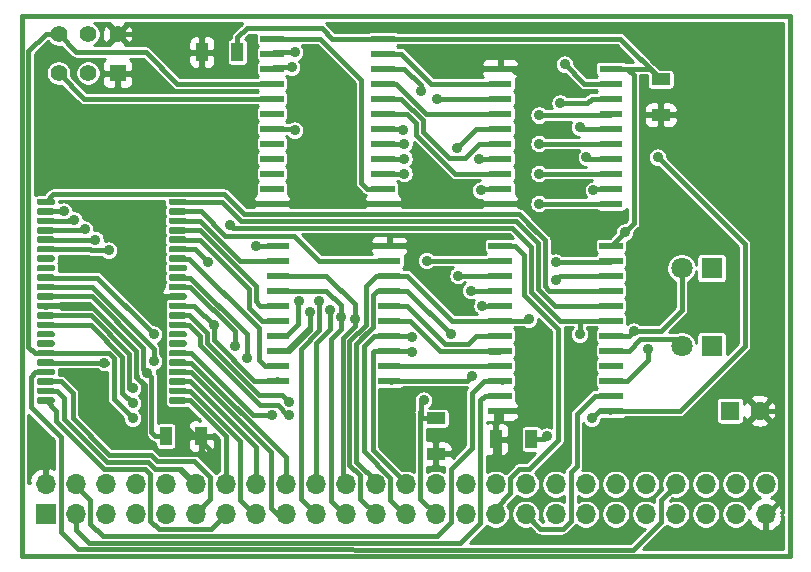
<source format=gtl>
G04 #@! TF.GenerationSoftware,KiCad,Pcbnew,(5.1.10)-1*
G04 #@! TF.CreationDate,2022-11-15T18:30:11+01:00*
G04 #@! TF.ProjectId,ramcard,72616d63-6172-4642-9e6b-696361645f70,2020*
G04 #@! TF.SameCoordinates,Original*
G04 #@! TF.FileFunction,Copper,L1,Top*
G04 #@! TF.FilePolarity,Positive*
%FSLAX46Y46*%
G04 Gerber Fmt 4.6, Leading zero omitted, Abs format (unit mm)*
G04 Created by KiCad (PCBNEW (5.1.10)-1) date 2022-11-15 18:30:11*
%MOMM*%
%LPD*%
G01*
G04 APERTURE LIST*
G04 #@! TA.AperFunction,Profile*
%ADD10C,0.381000*%
G04 #@! TD*
G04 #@! TA.AperFunction,ComponentPad*
%ADD11R,1.600000X1.600000*%
G04 #@! TD*
G04 #@! TA.AperFunction,ComponentPad*
%ADD12C,1.600000*%
G04 #@! TD*
G04 #@! TA.AperFunction,SMDPad,CuDef*
%ADD13R,2.000000X0.600000*%
G04 #@! TD*
G04 #@! TA.AperFunction,SMDPad,CuDef*
%ADD14R,1.950000X0.600000*%
G04 #@! TD*
G04 #@! TA.AperFunction,SMDPad,CuDef*
%ADD15R,1.000000X1.600000*%
G04 #@! TD*
G04 #@! TA.AperFunction,SMDPad,CuDef*
%ADD16R,1.600000X1.000000*%
G04 #@! TD*
G04 #@! TA.AperFunction,ComponentPad*
%ADD17O,1.700000X1.700000*%
G04 #@! TD*
G04 #@! TA.AperFunction,ComponentPad*
%ADD18R,1.700000X1.700000*%
G04 #@! TD*
G04 #@! TA.AperFunction,ComponentPad*
%ADD19C,1.400000*%
G04 #@! TD*
G04 #@! TA.AperFunction,ComponentPad*
%ADD20R,1.400000X1.400000*%
G04 #@! TD*
G04 #@! TA.AperFunction,ComponentPad*
%ADD21C,1.800000*%
G04 #@! TD*
G04 #@! TA.AperFunction,ComponentPad*
%ADD22R,1.800000X1.800000*%
G04 #@! TD*
G04 #@! TA.AperFunction,ViaPad*
%ADD23C,0.889000*%
G04 #@! TD*
G04 #@! TA.AperFunction,Conductor*
%ADD24C,0.381000*%
G04 #@! TD*
G04 #@! TA.AperFunction,Conductor*
%ADD25C,0.254000*%
G04 #@! TD*
G04 #@! TA.AperFunction,Conductor*
%ADD26C,0.150000*%
G04 #@! TD*
G04 APERTURE END LIST*
D10*
X112014000Y-70104000D02*
X46990000Y-70104000D01*
X112014000Y-24384000D02*
X112014000Y-70104000D01*
X46990000Y-24384000D02*
X112014000Y-24384000D01*
X46990000Y-70104000D02*
X46990000Y-24384000D01*
D11*
X106974000Y-57785000D03*
D12*
X109474000Y-57785000D03*
G04 #@! TA.AperFunction,SMDPad,CuDef*
G36*
G01*
X60960000Y-56776500D02*
X60960000Y-57051500D01*
G75*
G02*
X60822500Y-57189000I-137500J0D01*
G01*
X59572500Y-57189000D01*
G75*
G02*
X59435000Y-57051500I0J137500D01*
G01*
X59435000Y-56776500D01*
G75*
G02*
X59572500Y-56639000I137500J0D01*
G01*
X60822500Y-56639000D01*
G75*
G02*
X60960000Y-56776500I0J-137500D01*
G01*
G37*
G04 #@! TD.AperFunction*
G04 #@! TA.AperFunction,SMDPad,CuDef*
G36*
G01*
X60960000Y-55976500D02*
X60960000Y-56251500D01*
G75*
G02*
X60822500Y-56389000I-137500J0D01*
G01*
X59572500Y-56389000D01*
G75*
G02*
X59435000Y-56251500I0J137500D01*
G01*
X59435000Y-55976500D01*
G75*
G02*
X59572500Y-55839000I137500J0D01*
G01*
X60822500Y-55839000D01*
G75*
G02*
X60960000Y-55976500I0J-137500D01*
G01*
G37*
G04 #@! TD.AperFunction*
G04 #@! TA.AperFunction,SMDPad,CuDef*
G36*
G01*
X60960000Y-55176500D02*
X60960000Y-55451500D01*
G75*
G02*
X60822500Y-55589000I-137500J0D01*
G01*
X59572500Y-55589000D01*
G75*
G02*
X59435000Y-55451500I0J137500D01*
G01*
X59435000Y-55176500D01*
G75*
G02*
X59572500Y-55039000I137500J0D01*
G01*
X60822500Y-55039000D01*
G75*
G02*
X60960000Y-55176500I0J-137500D01*
G01*
G37*
G04 #@! TD.AperFunction*
G04 #@! TA.AperFunction,SMDPad,CuDef*
G36*
G01*
X60960000Y-54376500D02*
X60960000Y-54651500D01*
G75*
G02*
X60822500Y-54789000I-137500J0D01*
G01*
X59572500Y-54789000D01*
G75*
G02*
X59435000Y-54651500I0J137500D01*
G01*
X59435000Y-54376500D01*
G75*
G02*
X59572500Y-54239000I137500J0D01*
G01*
X60822500Y-54239000D01*
G75*
G02*
X60960000Y-54376500I0J-137500D01*
G01*
G37*
G04 #@! TD.AperFunction*
G04 #@! TA.AperFunction,SMDPad,CuDef*
G36*
G01*
X60960000Y-53576500D02*
X60960000Y-53851500D01*
G75*
G02*
X60822500Y-53989000I-137500J0D01*
G01*
X59572500Y-53989000D01*
G75*
G02*
X59435000Y-53851500I0J137500D01*
G01*
X59435000Y-53576500D01*
G75*
G02*
X59572500Y-53439000I137500J0D01*
G01*
X60822500Y-53439000D01*
G75*
G02*
X60960000Y-53576500I0J-137500D01*
G01*
G37*
G04 #@! TD.AperFunction*
G04 #@! TA.AperFunction,SMDPad,CuDef*
G36*
G01*
X60960000Y-52776500D02*
X60960000Y-53051500D01*
G75*
G02*
X60822500Y-53189000I-137500J0D01*
G01*
X59572500Y-53189000D01*
G75*
G02*
X59435000Y-53051500I0J137500D01*
G01*
X59435000Y-52776500D01*
G75*
G02*
X59572500Y-52639000I137500J0D01*
G01*
X60822500Y-52639000D01*
G75*
G02*
X60960000Y-52776500I0J-137500D01*
G01*
G37*
G04 #@! TD.AperFunction*
G04 #@! TA.AperFunction,SMDPad,CuDef*
G36*
G01*
X60960000Y-51976500D02*
X60960000Y-52251500D01*
G75*
G02*
X60822500Y-52389000I-137500J0D01*
G01*
X59572500Y-52389000D01*
G75*
G02*
X59435000Y-52251500I0J137500D01*
G01*
X59435000Y-51976500D01*
G75*
G02*
X59572500Y-51839000I137500J0D01*
G01*
X60822500Y-51839000D01*
G75*
G02*
X60960000Y-51976500I0J-137500D01*
G01*
G37*
G04 #@! TD.AperFunction*
G04 #@! TA.AperFunction,SMDPad,CuDef*
G36*
G01*
X60960000Y-51176500D02*
X60960000Y-51451500D01*
G75*
G02*
X60822500Y-51589000I-137500J0D01*
G01*
X59572500Y-51589000D01*
G75*
G02*
X59435000Y-51451500I0J137500D01*
G01*
X59435000Y-51176500D01*
G75*
G02*
X59572500Y-51039000I137500J0D01*
G01*
X60822500Y-51039000D01*
G75*
G02*
X60960000Y-51176500I0J-137500D01*
G01*
G37*
G04 #@! TD.AperFunction*
G04 #@! TA.AperFunction,SMDPad,CuDef*
G36*
G01*
X60960000Y-50376500D02*
X60960000Y-50651500D01*
G75*
G02*
X60822500Y-50789000I-137500J0D01*
G01*
X59572500Y-50789000D01*
G75*
G02*
X59435000Y-50651500I0J137500D01*
G01*
X59435000Y-50376500D01*
G75*
G02*
X59572500Y-50239000I137500J0D01*
G01*
X60822500Y-50239000D01*
G75*
G02*
X60960000Y-50376500I0J-137500D01*
G01*
G37*
G04 #@! TD.AperFunction*
G04 #@! TA.AperFunction,SMDPad,CuDef*
G36*
G01*
X60960000Y-49576500D02*
X60960000Y-49851500D01*
G75*
G02*
X60822500Y-49989000I-137500J0D01*
G01*
X59572500Y-49989000D01*
G75*
G02*
X59435000Y-49851500I0J137500D01*
G01*
X59435000Y-49576500D01*
G75*
G02*
X59572500Y-49439000I137500J0D01*
G01*
X60822500Y-49439000D01*
G75*
G02*
X60960000Y-49576500I0J-137500D01*
G01*
G37*
G04 #@! TD.AperFunction*
G04 #@! TA.AperFunction,SMDPad,CuDef*
G36*
G01*
X60960000Y-48776500D02*
X60960000Y-49051500D01*
G75*
G02*
X60822500Y-49189000I-137500J0D01*
G01*
X59572500Y-49189000D01*
G75*
G02*
X59435000Y-49051500I0J137500D01*
G01*
X59435000Y-48776500D01*
G75*
G02*
X59572500Y-48639000I137500J0D01*
G01*
X60822500Y-48639000D01*
G75*
G02*
X60960000Y-48776500I0J-137500D01*
G01*
G37*
G04 #@! TD.AperFunction*
G04 #@! TA.AperFunction,SMDPad,CuDef*
G36*
G01*
X60960000Y-47976500D02*
X60960000Y-48251500D01*
G75*
G02*
X60822500Y-48389000I-137500J0D01*
G01*
X59572500Y-48389000D01*
G75*
G02*
X59435000Y-48251500I0J137500D01*
G01*
X59435000Y-47976500D01*
G75*
G02*
X59572500Y-47839000I137500J0D01*
G01*
X60822500Y-47839000D01*
G75*
G02*
X60960000Y-47976500I0J-137500D01*
G01*
G37*
G04 #@! TD.AperFunction*
G04 #@! TA.AperFunction,SMDPad,CuDef*
G36*
G01*
X60960000Y-47176500D02*
X60960000Y-47451500D01*
G75*
G02*
X60822500Y-47589000I-137500J0D01*
G01*
X59572500Y-47589000D01*
G75*
G02*
X59435000Y-47451500I0J137500D01*
G01*
X59435000Y-47176500D01*
G75*
G02*
X59572500Y-47039000I137500J0D01*
G01*
X60822500Y-47039000D01*
G75*
G02*
X60960000Y-47176500I0J-137500D01*
G01*
G37*
G04 #@! TD.AperFunction*
G04 #@! TA.AperFunction,SMDPad,CuDef*
G36*
G01*
X60960000Y-46376500D02*
X60960000Y-46651500D01*
G75*
G02*
X60822500Y-46789000I-137500J0D01*
G01*
X59572500Y-46789000D01*
G75*
G02*
X59435000Y-46651500I0J137500D01*
G01*
X59435000Y-46376500D01*
G75*
G02*
X59572500Y-46239000I137500J0D01*
G01*
X60822500Y-46239000D01*
G75*
G02*
X60960000Y-46376500I0J-137500D01*
G01*
G37*
G04 #@! TD.AperFunction*
G04 #@! TA.AperFunction,SMDPad,CuDef*
G36*
G01*
X60960000Y-45576500D02*
X60960000Y-45851500D01*
G75*
G02*
X60822500Y-45989000I-137500J0D01*
G01*
X59572500Y-45989000D01*
G75*
G02*
X59435000Y-45851500I0J137500D01*
G01*
X59435000Y-45576500D01*
G75*
G02*
X59572500Y-45439000I137500J0D01*
G01*
X60822500Y-45439000D01*
G75*
G02*
X60960000Y-45576500I0J-137500D01*
G01*
G37*
G04 #@! TD.AperFunction*
G04 #@! TA.AperFunction,SMDPad,CuDef*
G36*
G01*
X60960000Y-44776500D02*
X60960000Y-45051500D01*
G75*
G02*
X60822500Y-45189000I-137500J0D01*
G01*
X59572500Y-45189000D01*
G75*
G02*
X59435000Y-45051500I0J137500D01*
G01*
X59435000Y-44776500D01*
G75*
G02*
X59572500Y-44639000I137500J0D01*
G01*
X60822500Y-44639000D01*
G75*
G02*
X60960000Y-44776500I0J-137500D01*
G01*
G37*
G04 #@! TD.AperFunction*
G04 #@! TA.AperFunction,SMDPad,CuDef*
G36*
G01*
X60960000Y-43976500D02*
X60960000Y-44251500D01*
G75*
G02*
X60822500Y-44389000I-137500J0D01*
G01*
X59572500Y-44389000D01*
G75*
G02*
X59435000Y-44251500I0J137500D01*
G01*
X59435000Y-43976500D01*
G75*
G02*
X59572500Y-43839000I137500J0D01*
G01*
X60822500Y-43839000D01*
G75*
G02*
X60960000Y-43976500I0J-137500D01*
G01*
G37*
G04 #@! TD.AperFunction*
G04 #@! TA.AperFunction,SMDPad,CuDef*
G36*
G01*
X60960000Y-43176500D02*
X60960000Y-43451500D01*
G75*
G02*
X60822500Y-43589000I-137500J0D01*
G01*
X59572500Y-43589000D01*
G75*
G02*
X59435000Y-43451500I0J137500D01*
G01*
X59435000Y-43176500D01*
G75*
G02*
X59572500Y-43039000I137500J0D01*
G01*
X60822500Y-43039000D01*
G75*
G02*
X60960000Y-43176500I0J-137500D01*
G01*
G37*
G04 #@! TD.AperFunction*
G04 #@! TA.AperFunction,SMDPad,CuDef*
G36*
G01*
X60960000Y-42376500D02*
X60960000Y-42651500D01*
G75*
G02*
X60822500Y-42789000I-137500J0D01*
G01*
X59572500Y-42789000D01*
G75*
G02*
X59435000Y-42651500I0J137500D01*
G01*
X59435000Y-42376500D01*
G75*
G02*
X59572500Y-42239000I137500J0D01*
G01*
X60822500Y-42239000D01*
G75*
G02*
X60960000Y-42376500I0J-137500D01*
G01*
G37*
G04 #@! TD.AperFunction*
G04 #@! TA.AperFunction,SMDPad,CuDef*
G36*
G01*
X60960000Y-41576500D02*
X60960000Y-41851500D01*
G75*
G02*
X60822500Y-41989000I-137500J0D01*
G01*
X59572500Y-41989000D01*
G75*
G02*
X59435000Y-41851500I0J137500D01*
G01*
X59435000Y-41576500D01*
G75*
G02*
X59572500Y-41439000I137500J0D01*
G01*
X60822500Y-41439000D01*
G75*
G02*
X60960000Y-41576500I0J-137500D01*
G01*
G37*
G04 #@! TD.AperFunction*
G04 #@! TA.AperFunction,SMDPad,CuDef*
G36*
G01*
X60960000Y-40776500D02*
X60960000Y-41051500D01*
G75*
G02*
X60822500Y-41189000I-137500J0D01*
G01*
X59572500Y-41189000D01*
G75*
G02*
X59435000Y-41051500I0J137500D01*
G01*
X59435000Y-40776500D01*
G75*
G02*
X59572500Y-40639000I137500J0D01*
G01*
X60822500Y-40639000D01*
G75*
G02*
X60960000Y-40776500I0J-137500D01*
G01*
G37*
G04 #@! TD.AperFunction*
G04 #@! TA.AperFunction,SMDPad,CuDef*
G36*
G01*
X60960000Y-39976500D02*
X60960000Y-40251500D01*
G75*
G02*
X60822500Y-40389000I-137500J0D01*
G01*
X59572500Y-40389000D01*
G75*
G02*
X59435000Y-40251500I0J137500D01*
G01*
X59435000Y-39976500D01*
G75*
G02*
X59572500Y-39839000I137500J0D01*
G01*
X60822500Y-39839000D01*
G75*
G02*
X60960000Y-39976500I0J-137500D01*
G01*
G37*
G04 #@! TD.AperFunction*
G04 #@! TA.AperFunction,SMDPad,CuDef*
G36*
G01*
X49785000Y-39976500D02*
X49785000Y-40251500D01*
G75*
G02*
X49647500Y-40389000I-137500J0D01*
G01*
X48397500Y-40389000D01*
G75*
G02*
X48260000Y-40251500I0J137500D01*
G01*
X48260000Y-39976500D01*
G75*
G02*
X48397500Y-39839000I137500J0D01*
G01*
X49647500Y-39839000D01*
G75*
G02*
X49785000Y-39976500I0J-137500D01*
G01*
G37*
G04 #@! TD.AperFunction*
G04 #@! TA.AperFunction,SMDPad,CuDef*
G36*
G01*
X49785000Y-40776500D02*
X49785000Y-41051500D01*
G75*
G02*
X49647500Y-41189000I-137500J0D01*
G01*
X48397500Y-41189000D01*
G75*
G02*
X48260000Y-41051500I0J137500D01*
G01*
X48260000Y-40776500D01*
G75*
G02*
X48397500Y-40639000I137500J0D01*
G01*
X49647500Y-40639000D01*
G75*
G02*
X49785000Y-40776500I0J-137500D01*
G01*
G37*
G04 #@! TD.AperFunction*
G04 #@! TA.AperFunction,SMDPad,CuDef*
G36*
G01*
X49785000Y-41576500D02*
X49785000Y-41851500D01*
G75*
G02*
X49647500Y-41989000I-137500J0D01*
G01*
X48397500Y-41989000D01*
G75*
G02*
X48260000Y-41851500I0J137500D01*
G01*
X48260000Y-41576500D01*
G75*
G02*
X48397500Y-41439000I137500J0D01*
G01*
X49647500Y-41439000D01*
G75*
G02*
X49785000Y-41576500I0J-137500D01*
G01*
G37*
G04 #@! TD.AperFunction*
G04 #@! TA.AperFunction,SMDPad,CuDef*
G36*
G01*
X49785000Y-42376500D02*
X49785000Y-42651500D01*
G75*
G02*
X49647500Y-42789000I-137500J0D01*
G01*
X48397500Y-42789000D01*
G75*
G02*
X48260000Y-42651500I0J137500D01*
G01*
X48260000Y-42376500D01*
G75*
G02*
X48397500Y-42239000I137500J0D01*
G01*
X49647500Y-42239000D01*
G75*
G02*
X49785000Y-42376500I0J-137500D01*
G01*
G37*
G04 #@! TD.AperFunction*
G04 #@! TA.AperFunction,SMDPad,CuDef*
G36*
G01*
X49785000Y-43176500D02*
X49785000Y-43451500D01*
G75*
G02*
X49647500Y-43589000I-137500J0D01*
G01*
X48397500Y-43589000D01*
G75*
G02*
X48260000Y-43451500I0J137500D01*
G01*
X48260000Y-43176500D01*
G75*
G02*
X48397500Y-43039000I137500J0D01*
G01*
X49647500Y-43039000D01*
G75*
G02*
X49785000Y-43176500I0J-137500D01*
G01*
G37*
G04 #@! TD.AperFunction*
G04 #@! TA.AperFunction,SMDPad,CuDef*
G36*
G01*
X49785000Y-43976500D02*
X49785000Y-44251500D01*
G75*
G02*
X49647500Y-44389000I-137500J0D01*
G01*
X48397500Y-44389000D01*
G75*
G02*
X48260000Y-44251500I0J137500D01*
G01*
X48260000Y-43976500D01*
G75*
G02*
X48397500Y-43839000I137500J0D01*
G01*
X49647500Y-43839000D01*
G75*
G02*
X49785000Y-43976500I0J-137500D01*
G01*
G37*
G04 #@! TD.AperFunction*
G04 #@! TA.AperFunction,SMDPad,CuDef*
G36*
G01*
X49785000Y-44776500D02*
X49785000Y-45051500D01*
G75*
G02*
X49647500Y-45189000I-137500J0D01*
G01*
X48397500Y-45189000D01*
G75*
G02*
X48260000Y-45051500I0J137500D01*
G01*
X48260000Y-44776500D01*
G75*
G02*
X48397500Y-44639000I137500J0D01*
G01*
X49647500Y-44639000D01*
G75*
G02*
X49785000Y-44776500I0J-137500D01*
G01*
G37*
G04 #@! TD.AperFunction*
G04 #@! TA.AperFunction,SMDPad,CuDef*
G36*
G01*
X49785000Y-45576500D02*
X49785000Y-45851500D01*
G75*
G02*
X49647500Y-45989000I-137500J0D01*
G01*
X48397500Y-45989000D01*
G75*
G02*
X48260000Y-45851500I0J137500D01*
G01*
X48260000Y-45576500D01*
G75*
G02*
X48397500Y-45439000I137500J0D01*
G01*
X49647500Y-45439000D01*
G75*
G02*
X49785000Y-45576500I0J-137500D01*
G01*
G37*
G04 #@! TD.AperFunction*
G04 #@! TA.AperFunction,SMDPad,CuDef*
G36*
G01*
X49785000Y-46376500D02*
X49785000Y-46651500D01*
G75*
G02*
X49647500Y-46789000I-137500J0D01*
G01*
X48397500Y-46789000D01*
G75*
G02*
X48260000Y-46651500I0J137500D01*
G01*
X48260000Y-46376500D01*
G75*
G02*
X48397500Y-46239000I137500J0D01*
G01*
X49647500Y-46239000D01*
G75*
G02*
X49785000Y-46376500I0J-137500D01*
G01*
G37*
G04 #@! TD.AperFunction*
G04 #@! TA.AperFunction,SMDPad,CuDef*
G36*
G01*
X49785000Y-47176500D02*
X49785000Y-47451500D01*
G75*
G02*
X49647500Y-47589000I-137500J0D01*
G01*
X48397500Y-47589000D01*
G75*
G02*
X48260000Y-47451500I0J137500D01*
G01*
X48260000Y-47176500D01*
G75*
G02*
X48397500Y-47039000I137500J0D01*
G01*
X49647500Y-47039000D01*
G75*
G02*
X49785000Y-47176500I0J-137500D01*
G01*
G37*
G04 #@! TD.AperFunction*
G04 #@! TA.AperFunction,SMDPad,CuDef*
G36*
G01*
X49785000Y-47976500D02*
X49785000Y-48251500D01*
G75*
G02*
X49647500Y-48389000I-137500J0D01*
G01*
X48397500Y-48389000D01*
G75*
G02*
X48260000Y-48251500I0J137500D01*
G01*
X48260000Y-47976500D01*
G75*
G02*
X48397500Y-47839000I137500J0D01*
G01*
X49647500Y-47839000D01*
G75*
G02*
X49785000Y-47976500I0J-137500D01*
G01*
G37*
G04 #@! TD.AperFunction*
G04 #@! TA.AperFunction,SMDPad,CuDef*
G36*
G01*
X49785000Y-48776500D02*
X49785000Y-49051500D01*
G75*
G02*
X49647500Y-49189000I-137500J0D01*
G01*
X48397500Y-49189000D01*
G75*
G02*
X48260000Y-49051500I0J137500D01*
G01*
X48260000Y-48776500D01*
G75*
G02*
X48397500Y-48639000I137500J0D01*
G01*
X49647500Y-48639000D01*
G75*
G02*
X49785000Y-48776500I0J-137500D01*
G01*
G37*
G04 #@! TD.AperFunction*
G04 #@! TA.AperFunction,SMDPad,CuDef*
G36*
G01*
X49785000Y-49576500D02*
X49785000Y-49851500D01*
G75*
G02*
X49647500Y-49989000I-137500J0D01*
G01*
X48397500Y-49989000D01*
G75*
G02*
X48260000Y-49851500I0J137500D01*
G01*
X48260000Y-49576500D01*
G75*
G02*
X48397500Y-49439000I137500J0D01*
G01*
X49647500Y-49439000D01*
G75*
G02*
X49785000Y-49576500I0J-137500D01*
G01*
G37*
G04 #@! TD.AperFunction*
G04 #@! TA.AperFunction,SMDPad,CuDef*
G36*
G01*
X49785000Y-50376500D02*
X49785000Y-50651500D01*
G75*
G02*
X49647500Y-50789000I-137500J0D01*
G01*
X48397500Y-50789000D01*
G75*
G02*
X48260000Y-50651500I0J137500D01*
G01*
X48260000Y-50376500D01*
G75*
G02*
X48397500Y-50239000I137500J0D01*
G01*
X49647500Y-50239000D01*
G75*
G02*
X49785000Y-50376500I0J-137500D01*
G01*
G37*
G04 #@! TD.AperFunction*
G04 #@! TA.AperFunction,SMDPad,CuDef*
G36*
G01*
X49785000Y-51176500D02*
X49785000Y-51451500D01*
G75*
G02*
X49647500Y-51589000I-137500J0D01*
G01*
X48397500Y-51589000D01*
G75*
G02*
X48260000Y-51451500I0J137500D01*
G01*
X48260000Y-51176500D01*
G75*
G02*
X48397500Y-51039000I137500J0D01*
G01*
X49647500Y-51039000D01*
G75*
G02*
X49785000Y-51176500I0J-137500D01*
G01*
G37*
G04 #@! TD.AperFunction*
G04 #@! TA.AperFunction,SMDPad,CuDef*
G36*
G01*
X49785000Y-51976500D02*
X49785000Y-52251500D01*
G75*
G02*
X49647500Y-52389000I-137500J0D01*
G01*
X48397500Y-52389000D01*
G75*
G02*
X48260000Y-52251500I0J137500D01*
G01*
X48260000Y-51976500D01*
G75*
G02*
X48397500Y-51839000I137500J0D01*
G01*
X49647500Y-51839000D01*
G75*
G02*
X49785000Y-51976500I0J-137500D01*
G01*
G37*
G04 #@! TD.AperFunction*
G04 #@! TA.AperFunction,SMDPad,CuDef*
G36*
G01*
X49785000Y-52776500D02*
X49785000Y-53051500D01*
G75*
G02*
X49647500Y-53189000I-137500J0D01*
G01*
X48397500Y-53189000D01*
G75*
G02*
X48260000Y-53051500I0J137500D01*
G01*
X48260000Y-52776500D01*
G75*
G02*
X48397500Y-52639000I137500J0D01*
G01*
X49647500Y-52639000D01*
G75*
G02*
X49785000Y-52776500I0J-137500D01*
G01*
G37*
G04 #@! TD.AperFunction*
G04 #@! TA.AperFunction,SMDPad,CuDef*
G36*
G01*
X49785000Y-53576500D02*
X49785000Y-53851500D01*
G75*
G02*
X49647500Y-53989000I-137500J0D01*
G01*
X48397500Y-53989000D01*
G75*
G02*
X48260000Y-53851500I0J137500D01*
G01*
X48260000Y-53576500D01*
G75*
G02*
X48397500Y-53439000I137500J0D01*
G01*
X49647500Y-53439000D01*
G75*
G02*
X49785000Y-53576500I0J-137500D01*
G01*
G37*
G04 #@! TD.AperFunction*
G04 #@! TA.AperFunction,SMDPad,CuDef*
G36*
G01*
X49785000Y-54376500D02*
X49785000Y-54651500D01*
G75*
G02*
X49647500Y-54789000I-137500J0D01*
G01*
X48397500Y-54789000D01*
G75*
G02*
X48260000Y-54651500I0J137500D01*
G01*
X48260000Y-54376500D01*
G75*
G02*
X48397500Y-54239000I137500J0D01*
G01*
X49647500Y-54239000D01*
G75*
G02*
X49785000Y-54376500I0J-137500D01*
G01*
G37*
G04 #@! TD.AperFunction*
G04 #@! TA.AperFunction,SMDPad,CuDef*
G36*
G01*
X49785000Y-55176500D02*
X49785000Y-55451500D01*
G75*
G02*
X49647500Y-55589000I-137500J0D01*
G01*
X48397500Y-55589000D01*
G75*
G02*
X48260000Y-55451500I0J137500D01*
G01*
X48260000Y-55176500D01*
G75*
G02*
X48397500Y-55039000I137500J0D01*
G01*
X49647500Y-55039000D01*
G75*
G02*
X49785000Y-55176500I0J-137500D01*
G01*
G37*
G04 #@! TD.AperFunction*
G04 #@! TA.AperFunction,SMDPad,CuDef*
G36*
G01*
X49785000Y-55976500D02*
X49785000Y-56251500D01*
G75*
G02*
X49647500Y-56389000I-137500J0D01*
G01*
X48397500Y-56389000D01*
G75*
G02*
X48260000Y-56251500I0J137500D01*
G01*
X48260000Y-55976500D01*
G75*
G02*
X48397500Y-55839000I137500J0D01*
G01*
X49647500Y-55839000D01*
G75*
G02*
X49785000Y-55976500I0J-137500D01*
G01*
G37*
G04 #@! TD.AperFunction*
G04 #@! TA.AperFunction,SMDPad,CuDef*
G36*
G01*
X49785000Y-56776500D02*
X49785000Y-57051500D01*
G75*
G02*
X49647500Y-57189000I-137500J0D01*
G01*
X48397500Y-57189000D01*
G75*
G02*
X48260000Y-57051500I0J137500D01*
G01*
X48260000Y-56776500D01*
G75*
G02*
X48397500Y-56639000I137500J0D01*
G01*
X49647500Y-56639000D01*
G75*
G02*
X49785000Y-56776500I0J-137500D01*
G01*
G37*
G04 #@! TD.AperFunction*
D13*
X96902000Y-43815000D03*
X96902000Y-45085000D03*
X96902000Y-46355000D03*
X96902000Y-47625000D03*
X96902000Y-48895000D03*
X96902000Y-50165000D03*
X96902000Y-51435000D03*
X96902000Y-52705000D03*
X96902000Y-53975000D03*
X96902000Y-55245000D03*
X96902000Y-56515000D03*
X96902000Y-57785000D03*
X87502000Y-57785000D03*
X87502000Y-56515000D03*
X87502000Y-55245000D03*
X87502000Y-53975000D03*
X87502000Y-52705000D03*
X87502000Y-51435000D03*
X87502000Y-50165000D03*
X87502000Y-48895000D03*
X87502000Y-47625000D03*
X87502000Y-46355000D03*
X87502000Y-45085000D03*
X87502000Y-43815000D03*
X68198000Y-26289000D03*
X68198000Y-27559000D03*
X68198000Y-28829000D03*
X68198000Y-30099000D03*
X68198000Y-31369000D03*
X68198000Y-32639000D03*
X68198000Y-33909000D03*
X68198000Y-35179000D03*
X68198000Y-36449000D03*
X68198000Y-37719000D03*
X68198000Y-38989000D03*
X68198000Y-40259000D03*
X77598000Y-40259000D03*
X77598000Y-38989000D03*
X77598000Y-37719000D03*
X77598000Y-36449000D03*
X77598000Y-35179000D03*
X77598000Y-33909000D03*
X77598000Y-32639000D03*
X77598000Y-31369000D03*
X77598000Y-30099000D03*
X77598000Y-28829000D03*
X77598000Y-27559000D03*
X77598000Y-26289000D03*
D14*
X96902000Y-28829000D03*
X96902000Y-30099000D03*
X96902000Y-31369000D03*
X96902000Y-32639000D03*
X96902000Y-33909000D03*
X96902000Y-35179000D03*
X96902000Y-36449000D03*
X96902000Y-37719000D03*
X96902000Y-38989000D03*
X96902000Y-40259000D03*
X87502000Y-40259000D03*
X87502000Y-38989000D03*
X87502000Y-37719000D03*
X87502000Y-36449000D03*
X87502000Y-35179000D03*
X87502000Y-33909000D03*
X87502000Y-32639000D03*
X87502000Y-31369000D03*
X87502000Y-30099000D03*
X87502000Y-28829000D03*
D15*
X90146000Y-60198000D03*
X87146000Y-60198000D03*
X62206000Y-59944000D03*
X59206000Y-59944000D03*
D16*
X82042000Y-58444000D03*
X82042000Y-61444000D03*
D15*
X65254000Y-27432000D03*
X62254000Y-27432000D03*
D16*
X101092000Y-32742000D03*
X101092000Y-29742000D03*
D17*
X109982000Y-64008000D03*
X109982000Y-66548000D03*
X107442000Y-64008000D03*
X107442000Y-66548000D03*
X104902000Y-64008000D03*
X104902000Y-66548000D03*
X102362000Y-64008000D03*
X102362000Y-66548000D03*
X99822000Y-64008000D03*
X99822000Y-66548000D03*
X97282000Y-64008000D03*
X97282000Y-66548000D03*
X94742000Y-64008000D03*
X94742000Y-66548000D03*
X92202000Y-64008000D03*
X92202000Y-66548000D03*
X89662000Y-64008000D03*
X89662000Y-66548000D03*
X87122000Y-64008000D03*
X87122000Y-66548000D03*
X84582000Y-64008000D03*
X84582000Y-66548000D03*
X82042000Y-64008000D03*
X82042000Y-66548000D03*
X79502000Y-64008000D03*
X79502000Y-66548000D03*
X76962000Y-64008000D03*
X76962000Y-66548000D03*
X74422000Y-64008000D03*
X74422000Y-66548000D03*
X71882000Y-64008000D03*
X71882000Y-66548000D03*
X69342000Y-64008000D03*
X69342000Y-66548000D03*
X66802000Y-64008000D03*
X66802000Y-66548000D03*
X64262000Y-64008000D03*
X64262000Y-66548000D03*
X61722000Y-64008000D03*
X61722000Y-66548000D03*
X59182000Y-64008000D03*
X59182000Y-66548000D03*
X56642000Y-64008000D03*
X56642000Y-66548000D03*
X54102000Y-64008000D03*
X54102000Y-66548000D03*
X51562000Y-64008000D03*
X51562000Y-66548000D03*
X49022000Y-64008000D03*
D18*
X49022000Y-66548000D03*
D19*
X50118000Y-25910000D03*
X52618000Y-25910000D03*
X55118000Y-25910000D03*
X50118000Y-29210000D03*
X52618000Y-29210000D03*
D20*
X55118000Y-29210000D03*
D21*
X102870000Y-45720000D03*
D22*
X105410000Y-45720000D03*
X105410000Y-52324000D03*
D21*
X102870000Y-52324000D03*
D14*
X68706000Y-55245000D03*
X68706000Y-53975000D03*
X68706000Y-52705000D03*
X68706000Y-51435000D03*
X68706000Y-50165000D03*
X68706000Y-48895000D03*
X68706000Y-47625000D03*
X68706000Y-46355000D03*
X68706000Y-45085000D03*
X68706000Y-43815000D03*
X78106000Y-43815000D03*
X78106000Y-45085000D03*
X78106000Y-46355000D03*
X78106000Y-47625000D03*
X78106000Y-48895000D03*
X78106000Y-50165000D03*
X78106000Y-51435000D03*
X78106000Y-52705000D03*
X78106000Y-53975000D03*
X78106000Y-55245000D03*
D23*
X53213000Y-43307000D03*
X52324000Y-42418000D03*
X51435000Y-41656000D03*
X50546000Y-40894000D03*
X56388000Y-58420000D03*
X54356000Y-44196000D03*
X95402410Y-39116000D03*
X80010000Y-52832000D03*
X69596000Y-58166000D03*
X94818200Y-36322000D03*
X80010000Y-51562000D03*
X69596000Y-57023000D03*
X94233999Y-33782000D03*
X83311999Y-51307999D03*
X65024000Y-52324000D03*
X89916000Y-50038000D03*
X66040000Y-53340000D03*
X92583000Y-31750000D03*
X85852000Y-39116000D03*
X85979000Y-48895000D03*
X75184000Y-50038000D03*
X58172466Y-51308000D03*
X85725000Y-36449000D03*
X85013800Y-47625000D03*
X74015580Y-49885580D03*
X58166000Y-53594000D03*
X83947000Y-46355000D03*
X83820000Y-35560000D03*
X73101210Y-49276000D03*
X56388000Y-55880000D03*
X81280000Y-45085000D03*
X72212201Y-48514000D03*
X56388000Y-57150000D03*
X82194995Y-31369000D03*
X87376000Y-62230000D03*
X83820000Y-60960000D03*
X80137000Y-40259000D03*
X80010000Y-43434000D03*
X62992000Y-61468000D03*
X81026000Y-56896000D03*
X98044000Y-42672000D03*
X91440000Y-59944000D03*
X57618880Y-54610000D03*
X63246000Y-50546000D03*
X64643000Y-42037000D03*
X94234000Y-51308000D03*
X53968000Y-53714000D03*
X70485000Y-48463200D03*
X80772000Y-30734000D03*
X98806000Y-51054000D03*
X92964000Y-28448000D03*
X69850000Y-28702000D03*
X90805000Y-32766000D03*
X79248000Y-34036000D03*
X79375000Y-35179000D03*
X90805000Y-35179000D03*
X79375000Y-36449000D03*
X90805000Y-37719000D03*
X90805000Y-40259000D03*
X79375000Y-37719000D03*
X70104000Y-34036000D03*
X100838000Y-36322000D03*
X85090000Y-54864000D03*
X95250000Y-58420000D03*
X68199000Y-58166000D03*
X92202000Y-45212000D03*
X66802000Y-43815000D03*
X92202000Y-46736000D03*
X62738000Y-45212000D03*
X99999800Y-52578000D03*
X70104000Y-27432000D03*
X71374000Y-49403000D03*
D24*
X69342000Y-63497216D02*
X69342000Y-64008000D01*
X69342000Y-64008000D02*
X69342000Y-62230000D01*
X60197500Y-53714000D02*
X61336786Y-53714000D01*
X69342000Y-61719214D02*
X69342000Y-62230000D01*
X61336786Y-53714000D02*
X69342000Y-61719214D01*
X68084699Y-66052699D02*
X69088000Y-67056000D01*
X68084699Y-61288109D02*
X68084699Y-66052699D01*
X61310590Y-54514000D02*
X68084699Y-61288109D01*
X60197500Y-54514000D02*
X61310590Y-54514000D01*
X53206000Y-43314000D02*
X53213000Y-43307000D01*
X49022500Y-43314000D02*
X53206000Y-43314000D01*
X52228000Y-42514000D02*
X52324000Y-42418000D01*
X49022500Y-42514000D02*
X52228000Y-42514000D01*
X49903201Y-41732201D02*
X49885000Y-41714000D01*
X50948337Y-41732201D02*
X49903201Y-41732201D01*
X49885000Y-41714000D02*
X49022500Y-41714000D01*
X51024538Y-41656000D02*
X50948337Y-41732201D01*
X51435000Y-41656000D02*
X51024538Y-41656000D01*
X49042500Y-40894000D02*
X49022500Y-40914000D01*
X50546000Y-40894000D02*
X49042500Y-40894000D01*
X51562000Y-67896314D02*
X51562000Y-66675000D01*
X52677476Y-69011790D02*
X51562000Y-67896314D01*
X84106016Y-69011790D02*
X52677476Y-69011790D01*
X85839301Y-67278505D02*
X84106016Y-69011790D01*
X85839301Y-56908699D02*
X85839301Y-67278505D01*
X86233000Y-56515000D02*
X85839301Y-56908699D01*
X87502000Y-56515000D02*
X86233000Y-56515000D01*
X66802000Y-62609608D02*
X66802000Y-62738000D01*
X66802000Y-62738000D02*
X66802000Y-64135000D01*
X61086196Y-55314000D02*
X60197500Y-55314000D01*
X66802000Y-64008000D02*
X66802000Y-61029804D01*
X60197500Y-55314000D02*
X61284393Y-55314000D01*
X66802000Y-60831607D02*
X66802000Y-61468000D01*
X61284393Y-55314000D02*
X66802000Y-60831607D01*
X66802000Y-61468000D02*
X66802000Y-64008000D01*
X65519301Y-65392301D02*
X66802000Y-66675000D01*
X65519301Y-60375105D02*
X65519301Y-65392301D01*
X61258196Y-56114000D02*
X65519301Y-60375105D01*
X60197500Y-56114000D02*
X61258196Y-56114000D01*
X64262000Y-64135000D02*
X64262000Y-61722000D01*
X64262000Y-64008000D02*
X64262000Y-60198000D01*
X60197500Y-56914000D02*
X61232000Y-56914000D01*
X64262000Y-59944000D02*
X64262000Y-60198000D01*
X61232000Y-56914000D02*
X64262000Y-59944000D01*
X57899301Y-67105979D02*
X57899301Y-63183905D01*
X58585023Y-67791701D02*
X57899301Y-67105979D01*
X63018299Y-67791701D02*
X58585023Y-67791701D01*
X64262000Y-66548000D02*
X63018299Y-67791701D01*
X53950302Y-62713302D02*
X57428698Y-62713302D01*
X57899301Y-63183905D02*
X57428698Y-62713302D01*
X49022500Y-56914000D02*
X49911000Y-57802500D01*
X49911000Y-57802500D02*
X49911000Y-58674000D01*
X49911000Y-58674000D02*
X53950302Y-62713302D01*
X61722000Y-64135000D02*
X60325000Y-62738000D01*
X60452000Y-62738000D02*
X61722000Y-64008000D01*
X58279593Y-62738000D02*
X60452000Y-62738000D01*
X57670686Y-62129092D02*
X58279593Y-62738000D01*
X54192288Y-62129092D02*
X57670686Y-62129092D01*
X49022500Y-56114000D02*
X50018000Y-56114000D01*
X50578098Y-56674098D02*
X50578098Y-58514902D01*
X50018000Y-56114000D02*
X50578098Y-56674098D01*
X50578098Y-58514902D02*
X54192288Y-62129092D01*
X62965701Y-63411023D02*
X61606888Y-62052210D01*
X62965701Y-65304299D02*
X62965701Y-63411023D01*
X61722000Y-66548000D02*
X62965701Y-65304299D01*
X61606888Y-62052210D02*
X58750210Y-62052210D01*
X58479351Y-62052210D02*
X58750210Y-62052210D01*
X57972024Y-61544882D02*
X58479351Y-62052210D01*
X54434274Y-61544882D02*
X57972024Y-61544882D01*
X49022500Y-55314000D02*
X50361000Y-55314000D01*
X51308696Y-56261696D02*
X51308696Y-58419304D01*
X50361000Y-55314000D02*
X51308696Y-56261696D01*
X51308696Y-58419304D02*
X54434274Y-61544882D01*
X48088000Y-52914000D02*
X49022500Y-52914000D01*
X47574210Y-52400210D02*
X48088000Y-52914000D01*
X47574210Y-27355790D02*
X47574210Y-52400210D01*
X49020000Y-25910000D02*
X47574210Y-27355790D01*
X50118000Y-25910000D02*
X49020000Y-25910000D01*
X60165598Y-30099000D02*
X68198000Y-30099000D01*
X57498598Y-27432000D02*
X60165598Y-30099000D01*
X51640000Y-27432000D02*
X57498598Y-27432000D01*
X50118000Y-25910000D02*
X51640000Y-27432000D01*
X49104000Y-52914000D02*
X49022500Y-52914000D01*
X49142201Y-52875799D02*
X49104000Y-52914000D01*
X54370337Y-52875799D02*
X49142201Y-52875799D01*
X54806201Y-53311663D02*
X54370337Y-52875799D01*
X54806201Y-56838201D02*
X54806201Y-53311663D01*
X56388000Y-58420000D02*
X54806201Y-56838201D01*
X53727383Y-44196000D02*
X54356000Y-44196000D01*
X52861462Y-44196000D02*
X53727383Y-44196000D01*
X52779462Y-44114000D02*
X52861462Y-44196000D01*
X49022500Y-44114000D02*
X52779462Y-44114000D01*
X66421000Y-31369000D02*
X68198000Y-31369000D01*
X52277000Y-31369000D02*
X50118000Y-29210000D01*
X68198000Y-31369000D02*
X52277000Y-31369000D01*
X95529410Y-38989000D02*
X95402410Y-39116000D01*
X96902000Y-38989000D02*
X95529410Y-38989000D01*
X78106000Y-52705000D02*
X78867000Y-52705000D01*
X79883000Y-52705000D02*
X80010000Y-52832000D01*
X78106000Y-52705000D02*
X79883000Y-52705000D01*
X69596000Y-57912000D02*
X69596000Y-58166000D01*
X62077580Y-52270512D02*
X67134868Y-57327799D01*
X62077580Y-51444314D02*
X62077580Y-52270512D01*
X61147266Y-50514000D02*
X62077580Y-51444314D01*
X60197500Y-50514000D02*
X61147266Y-50514000D01*
X69498462Y-58166000D02*
X69596000Y-58166000D01*
X68660261Y-57327799D02*
X69498462Y-58166000D01*
X67134868Y-57327799D02*
X68660261Y-57327799D01*
X79502000Y-63881000D02*
X79502000Y-64008000D01*
X76708000Y-61087000D02*
X79502000Y-63881000D01*
X76708000Y-52832000D02*
X76708000Y-61087000D01*
X76835000Y-52705000D02*
X76708000Y-52832000D01*
X78106000Y-52705000D02*
X76835000Y-52705000D01*
X94945200Y-36449000D02*
X94818200Y-36322000D01*
X96902000Y-36449000D02*
X94945200Y-36449000D01*
X78106000Y-51435000D02*
X79462000Y-51435000D01*
X79883000Y-51435000D02*
X80010000Y-51562000D01*
X78106000Y-51435000D02*
X79883000Y-51435000D01*
X60937443Y-49714000D02*
X60197500Y-49714000D01*
X69596000Y-57150000D02*
X69596000Y-57023000D01*
X60197500Y-49714000D02*
X61173462Y-49714000D01*
X62661790Y-52028525D02*
X67096863Y-56463598D01*
X62661790Y-51202328D02*
X62661790Y-52028525D01*
X61173462Y-49714000D02*
X62661790Y-51202328D01*
X69036598Y-56463598D02*
X69596000Y-57023000D01*
X67096863Y-56463598D02*
X69036598Y-56463598D01*
X78219301Y-65392301D02*
X79502000Y-66675000D01*
X78219301Y-63487301D02*
X78219301Y-65392301D01*
X75946000Y-61214000D02*
X78219301Y-63487301D01*
X75946000Y-52324000D02*
X75946000Y-61214000D01*
X76835000Y-51435000D02*
X75946000Y-52324000D01*
X78106000Y-51435000D02*
X76835000Y-51435000D01*
X94360999Y-33909000D02*
X94233999Y-33782000D01*
X96902000Y-33909000D02*
X94360999Y-33909000D01*
X78819662Y-47625000D02*
X78106000Y-47625000D01*
X78106000Y-47625000D02*
X79462000Y-47625000D01*
X79629000Y-47625000D02*
X83311999Y-51307999D01*
X78106000Y-47625000D02*
X79629000Y-47625000D01*
X76708000Y-48260000D02*
X76708000Y-50735804D01*
X75768210Y-51675594D02*
X76708000Y-50735804D01*
X61254538Y-47314000D02*
X60197500Y-47314000D01*
X65024000Y-51083462D02*
X61254538Y-47314000D01*
X65024000Y-52324000D02*
X65024000Y-51083462D01*
X78106000Y-47625000D02*
X77089000Y-47625000D01*
X76708000Y-48006000D02*
X76708000Y-48260000D01*
X77089000Y-47625000D02*
X76708000Y-48006000D01*
X76962000Y-63742402D02*
X76962000Y-64008000D01*
X75336420Y-62116822D02*
X76962000Y-63742402D01*
X75336420Y-52107384D02*
X75336420Y-62116822D01*
X76708000Y-50735804D02*
X75336420Y-52107384D01*
X89789000Y-50165000D02*
X89916000Y-50038000D01*
X87502000Y-50165000D02*
X89789000Y-50165000D01*
X85725000Y-50165000D02*
X87502000Y-50165000D01*
X83439000Y-50165000D02*
X85725000Y-50165000D01*
X79629000Y-46355000D02*
X83439000Y-50165000D01*
X78106000Y-46355000D02*
X79629000Y-46355000D01*
X61280734Y-46514000D02*
X60197500Y-46514000D01*
X66040000Y-51273266D02*
X61280734Y-46514000D01*
X66040000Y-53340000D02*
X66040000Y-51273266D01*
X95250000Y-31369000D02*
X96902000Y-31369000D01*
X94869000Y-31750000D02*
X95250000Y-31369000D01*
X92583000Y-31750000D02*
X94869000Y-31750000D01*
X75665701Y-65251701D02*
X76962000Y-66548000D01*
X75665701Y-63272299D02*
X75665701Y-65251701D01*
X74752210Y-62358808D02*
X75665701Y-63272299D01*
X74752210Y-51865397D02*
X74752210Y-62358808D01*
X76123790Y-50493817D02*
X74752210Y-51865397D01*
X76123790Y-47256012D02*
X76123790Y-50493817D01*
X77024803Y-46355000D02*
X76123790Y-47256012D01*
X78106000Y-46355000D02*
X77024803Y-46355000D01*
X85979000Y-38989000D02*
X85852000Y-39116000D01*
X87502000Y-38989000D02*
X85979000Y-38989000D01*
X87502000Y-48895000D02*
X85979000Y-48895000D01*
X74599790Y-63830210D02*
X74422000Y-64008000D01*
X75184000Y-49211804D02*
X75184000Y-50038000D01*
X68706000Y-46355000D02*
X72327196Y-46355000D01*
X53378466Y-46514000D02*
X52038000Y-46514000D01*
X58172466Y-51308000D02*
X53378466Y-46514000D01*
X52038000Y-46514000D02*
X49022500Y-46514000D01*
X68706000Y-46355000D02*
X72771000Y-46355000D01*
X75184000Y-48768000D02*
X75184000Y-50038000D01*
X72771000Y-46355000D02*
X75184000Y-48768000D01*
X74168000Y-63754000D02*
X74422000Y-64008000D01*
X74168000Y-51623410D02*
X74168000Y-63754000D01*
X75184000Y-50607410D02*
X74168000Y-51623410D01*
X75184000Y-50038000D02*
X75184000Y-50607410D01*
X85725000Y-36449000D02*
X87502000Y-36449000D01*
X87502000Y-47625000D02*
X85013800Y-47625000D01*
X73164699Y-65417699D02*
X74422000Y-66675000D01*
X73164699Y-51752461D02*
X73164699Y-65417699D01*
X74015580Y-50901580D02*
X73164699Y-51752461D01*
X74015580Y-49885580D02*
X74015580Y-50901580D01*
X71501000Y-47625000D02*
X68706000Y-47625000D01*
X72771000Y-47625000D02*
X71501000Y-47625000D01*
X74015580Y-48869580D02*
X72771000Y-47625000D01*
X74015580Y-49885580D02*
X74015580Y-48869580D01*
X51632000Y-47314000D02*
X49022500Y-47314000D01*
X50870000Y-47314000D02*
X49022500Y-47314000D01*
X52648000Y-47314000D02*
X50870000Y-47314000D01*
X52939520Y-47314000D02*
X52648000Y-47314000D01*
X58166000Y-53594000D02*
X58166000Y-52540480D01*
X52939520Y-47314000D02*
X49022500Y-47314000D01*
X58166000Y-52540480D02*
X52939520Y-47314000D01*
X87502000Y-46355000D02*
X86309200Y-46355000D01*
X71882000Y-62913686D02*
X71882000Y-64135000D01*
X85775800Y-46355000D02*
X87502000Y-46355000D01*
X83947000Y-46355000D02*
X85775800Y-46355000D01*
X85471000Y-33909000D02*
X83820000Y-35560000D01*
X87502000Y-33909000D02*
X85471000Y-33909000D01*
X71882000Y-52093588D02*
X71882000Y-64008000D01*
X73101210Y-50874378D02*
X71882000Y-52093588D01*
X73101210Y-49276000D02*
X73101210Y-50874378D01*
X52860930Y-49714000D02*
X49022500Y-49714000D01*
X56108580Y-52961650D02*
X52860930Y-49714000D01*
X56108580Y-55854580D02*
X56108580Y-52961650D01*
X56134000Y-55880000D02*
X56108580Y-55854580D01*
X56388000Y-55880000D02*
X56134000Y-55880000D01*
X87502000Y-45085000D02*
X81280000Y-45085000D01*
X72212201Y-50469799D02*
X72212201Y-48514000D01*
X72212201Y-50937191D02*
X72212201Y-50469799D01*
X70624699Y-52524693D02*
X72212201Y-50937191D01*
X70624699Y-65290699D02*
X70624699Y-52524693D01*
X71882000Y-66548000D02*
X70624699Y-65290699D01*
X52834734Y-50514000D02*
X49022500Y-50514000D01*
X55524370Y-56286370D02*
X55524370Y-53203636D01*
X55524370Y-53203636D02*
X52834734Y-50514000D01*
X56388000Y-57150000D02*
X55524370Y-56286370D01*
X82474989Y-31369000D02*
X87502000Y-31369000D01*
X82194995Y-31369000D02*
X82474989Y-31369000D01*
X109982000Y-66675000D02*
X111239301Y-65417699D01*
X109474000Y-57785000D02*
X111239301Y-57785000D01*
X111239301Y-65417699D02*
X111239301Y-57785000D01*
X87375000Y-62229000D02*
X87376000Y-62230000D01*
X59041290Y-48407710D02*
X59041290Y-48508710D01*
X59335000Y-48114000D02*
X59041290Y-48407710D01*
X60197500Y-48114000D02*
X59335000Y-48114000D01*
X87376000Y-60428000D02*
X87146000Y-60198000D01*
X87376000Y-62230000D02*
X87376000Y-60428000D01*
X87146000Y-58141000D02*
X87502000Y-57785000D01*
X87146000Y-60198000D02*
X87146000Y-58141000D01*
X74295000Y-40259000D02*
X68198000Y-40259000D01*
X77598000Y-40259000D02*
X74295000Y-40259000D01*
X88858000Y-40259000D02*
X89154000Y-39963000D01*
X87502000Y-40259000D02*
X88858000Y-40259000D01*
X89154000Y-39963000D02*
X89154000Y-29464000D01*
X88519000Y-28829000D02*
X87502000Y-28829000D01*
X89154000Y-29464000D02*
X88519000Y-28829000D01*
X83336000Y-61444000D02*
X83820000Y-60960000D01*
X82042000Y-61444000D02*
X83336000Y-61444000D01*
X59690000Y-27432000D02*
X58168000Y-25910000D01*
X62254000Y-27432000D02*
X59690000Y-27432000D01*
X58168000Y-25910000D02*
X55118000Y-25910000D01*
X80137000Y-40259000D02*
X87502000Y-40259000D01*
X77598000Y-40259000D02*
X80137000Y-40259000D01*
X62992000Y-61238000D02*
X61698000Y-59944000D01*
X62992000Y-61468000D02*
X62992000Y-61238000D01*
X59041290Y-52183290D02*
X59041290Y-49276000D01*
X61698000Y-59928246D02*
X61698000Y-59944000D01*
X59041290Y-57271536D02*
X61698000Y-59928246D01*
X59041290Y-52183290D02*
X59041290Y-57271536D01*
X57404000Y-60150662D02*
X58721338Y-61468000D01*
X57404000Y-55655462D02*
X57404000Y-60150662D01*
X56692790Y-54944252D02*
X57404000Y-55655462D01*
X58721338Y-61468000D02*
X62992000Y-61468000D01*
X56692790Y-52719664D02*
X56692790Y-54944252D01*
X52887126Y-48914000D02*
X56692790Y-52719664D01*
X49022500Y-48914000D02*
X52887126Y-48914000D01*
X59041290Y-49276000D02*
X59041290Y-48508710D01*
X78106000Y-43815000D02*
X78106000Y-43052000D01*
X79502000Y-42926000D02*
X80010000Y-43434000D01*
X78320262Y-42926000D02*
X79502000Y-42926000D01*
X98258000Y-28829000D02*
X96902000Y-28829000D01*
X98806000Y-29377000D02*
X98258000Y-28829000D01*
X96902000Y-43814000D02*
X98044000Y-42672000D01*
X96902000Y-43815000D02*
X96902000Y-43814000D01*
X98044000Y-42672000D02*
X98806000Y-41910000D01*
X98806000Y-41910000D02*
X98806000Y-41656000D01*
X98806000Y-41656000D02*
X98806000Y-29377000D01*
X65254000Y-26186000D02*
X65254000Y-27432000D01*
X66040000Y-25400000D02*
X65254000Y-26186000D01*
X101092000Y-29742000D02*
X97766000Y-26416000D01*
X81026000Y-56896000D02*
X80772000Y-57150000D01*
X80772000Y-57150000D02*
X80784699Y-57162699D01*
X80821398Y-58444000D02*
X80784699Y-58407301D01*
X82042000Y-58444000D02*
X80821398Y-58444000D01*
X97639000Y-26289000D02*
X97766000Y-26416000D01*
X77598000Y-26289000D02*
X97639000Y-26289000D01*
X100179000Y-28829000D02*
X101092000Y-29742000D01*
X96902000Y-28829000D02*
X100179000Y-28829000D01*
X68579000Y-55118000D02*
X68706000Y-55245000D01*
X80745701Y-57938299D02*
X80784699Y-57899301D01*
X80745701Y-65251701D02*
X80745701Y-57938299D01*
X82042000Y-66548000D02*
X80745701Y-65251701D01*
X80784699Y-57899301D02*
X80784699Y-58407301D01*
X80784699Y-57162699D02*
X80784699Y-57899301D01*
X91186000Y-60198000D02*
X91440000Y-59944000D01*
X90146000Y-60198000D02*
X91186000Y-60198000D01*
X67350000Y-55245000D02*
X68706000Y-55245000D01*
X57988210Y-54979330D02*
X57618880Y-54610000D01*
X57988210Y-59607210D02*
X57988210Y-54979330D01*
X58325000Y-59944000D02*
X57988210Y-59607210D01*
X59206000Y-59944000D02*
X58325000Y-59944000D01*
X52913323Y-48114000D02*
X49022500Y-48114000D01*
X57277000Y-52477676D02*
X52913323Y-48114000D01*
X57277000Y-54229000D02*
X57277000Y-52477676D01*
X57618880Y-54570880D02*
X57277000Y-54229000D01*
X57618880Y-54610000D02*
X57618880Y-54570880D01*
X61614000Y-48914000D02*
X63246000Y-50546000D01*
X60197500Y-48914000D02*
X61614000Y-48914000D01*
X66704462Y-55245000D02*
X68706000Y-55245000D01*
X63246000Y-51786538D02*
X66704462Y-55245000D01*
X63246000Y-50546000D02*
X63246000Y-51786538D01*
X73279000Y-26289000D02*
X72390000Y-25400000D01*
X77598000Y-26289000D02*
X73279000Y-26289000D01*
X72390000Y-25400000D02*
X66040000Y-25400000D01*
X83324699Y-63373000D02*
X83324699Y-63106301D01*
X83324699Y-64008000D02*
X83324699Y-63373000D01*
X87629000Y-55372000D02*
X87502000Y-55245000D01*
X83324699Y-62725301D02*
X83324699Y-64008000D01*
X85090000Y-60960000D02*
X83324699Y-62725301D01*
X85090000Y-56276000D02*
X85090000Y-60960000D01*
X86121000Y-55245000D02*
X85090000Y-56276000D01*
X87502000Y-55245000D02*
X86121000Y-55245000D01*
X83324699Y-67253107D02*
X83324699Y-64008000D01*
X82150226Y-68427580D02*
X83324699Y-67253107D01*
X53848000Y-68427580D02*
X82150226Y-68427580D01*
X52819301Y-67398881D02*
X53848000Y-68427580D01*
X52819301Y-65392301D02*
X52819301Y-67398881D01*
X51562000Y-64135000D02*
X52819301Y-65392301D01*
X85471000Y-51435000D02*
X87502000Y-51435000D01*
X82880200Y-52146200D02*
X84759800Y-52146200D01*
X79629000Y-48895000D02*
X82880200Y-52146200D01*
X84759800Y-52146200D02*
X85471000Y-51435000D01*
X78106000Y-48895000D02*
X79629000Y-48895000D01*
X87375000Y-52832000D02*
X86614000Y-52832000D01*
X87476590Y-52730410D02*
X87502000Y-52705000D01*
X82418948Y-52730410D02*
X87476590Y-52730410D01*
X79853538Y-50165000D02*
X82418948Y-52730410D01*
X78106000Y-50165000D02*
X79853538Y-50165000D01*
X78106000Y-53975000D02*
X85725000Y-53975000D01*
X85725000Y-53975000D02*
X85471000Y-53975000D01*
X87502000Y-53975000D02*
X85725000Y-53975000D01*
X94361000Y-50165000D02*
X96902000Y-50165000D01*
X94234000Y-50292000D02*
X94361000Y-50165000D01*
X94234000Y-51308000D02*
X94234000Y-50292000D01*
X53714000Y-53714000D02*
X49022500Y-53714000D01*
X54206538Y-53714000D02*
X53714000Y-53714000D01*
X92556238Y-50165000D02*
X96902000Y-50165000D01*
X90119210Y-47727972D02*
X92556238Y-50165000D01*
X90119210Y-43891210D02*
X90119210Y-47727972D01*
X88525659Y-42297659D02*
X90119210Y-43891210D01*
X64903659Y-42297659D02*
X88525659Y-42297659D01*
X64643000Y-42037000D02*
X64903659Y-42297659D01*
X92112434Y-48895000D02*
X96902000Y-48895000D01*
X90703420Y-47485986D02*
X92112434Y-48895000D01*
X90703420Y-43574356D02*
X90703420Y-47485986D01*
X88842513Y-41713449D02*
X90703420Y-43574356D01*
X65559987Y-41713449D02*
X88842513Y-41713449D01*
X63960538Y-40114000D02*
X65559987Y-41713449D01*
X60197500Y-40114000D02*
X63960538Y-40114000D01*
X91668630Y-47625000D02*
X96902000Y-47625000D01*
X91287630Y-47244000D02*
X91668630Y-47625000D01*
X91287630Y-43332370D02*
X91287630Y-47244000D01*
X89908139Y-41952879D02*
X91287630Y-43332370D01*
X89865260Y-41910000D02*
X91287630Y-43332370D01*
X89084499Y-41129239D02*
X89865260Y-41910000D01*
X65803367Y-41129239D02*
X89084499Y-41129239D01*
X64119418Y-39445290D02*
X65803367Y-41129239D01*
X49691210Y-39445290D02*
X64119418Y-39445290D01*
X49022500Y-40114000D02*
X49691210Y-39445290D01*
X61199462Y-44914000D02*
X60197500Y-44914000D01*
X67056000Y-50770538D02*
X61199462Y-44914000D01*
X67564000Y-53975000D02*
X67056000Y-53467000D01*
X68706000Y-53975000D02*
X67564000Y-53975000D01*
X67056000Y-53467000D02*
X67056000Y-50770538D01*
X62080538Y-43314000D02*
X60197500Y-43314000D01*
X66217790Y-47451252D02*
X62080538Y-43314000D01*
X66217790Y-49072790D02*
X66217790Y-47451252D01*
X67310000Y-50165000D02*
X66217790Y-49072790D01*
X68706000Y-50165000D02*
X67310000Y-50165000D01*
X67183000Y-48895000D02*
X68706000Y-48895000D01*
X66802000Y-48514000D02*
X67183000Y-48895000D01*
X66802000Y-47209266D02*
X66802000Y-48514000D01*
X62106734Y-42514000D02*
X66802000Y-47209266D01*
X60197500Y-42514000D02*
X62106734Y-42514000D01*
X65503930Y-45085000D02*
X68706000Y-45085000D01*
X62132930Y-41714000D02*
X65503930Y-45085000D01*
X60197500Y-41714000D02*
X62132930Y-41714000D01*
X62159126Y-40914000D02*
X60197500Y-40914000D01*
X64221925Y-42976799D02*
X62159126Y-40914000D01*
X72161402Y-45085000D02*
X70053201Y-42976799D01*
X78106000Y-45085000D02*
X72161402Y-45085000D01*
X70053201Y-42976799D02*
X64221925Y-42976799D01*
X69381000Y-51435000D02*
X70358000Y-50458000D01*
X68706000Y-51435000D02*
X69381000Y-51435000D01*
X70358000Y-50458000D02*
X70358000Y-48768000D01*
X70358000Y-48590200D02*
X70485000Y-48463200D01*
X70358000Y-48768000D02*
X70358000Y-48590200D01*
X96902000Y-51435000D02*
X98425000Y-51435000D01*
X98425000Y-51435000D02*
X98806000Y-51054000D01*
X77598000Y-28829000D02*
X79375000Y-28829000D01*
X80772000Y-30226000D02*
X80772000Y-30734000D01*
X79375000Y-28829000D02*
X80772000Y-30226000D01*
X98806000Y-51054000D02*
X101092000Y-51054000D01*
X101092000Y-51054000D02*
X102870000Y-49276000D01*
X102870000Y-49276000D02*
X102870000Y-45720000D01*
X94615000Y-30099000D02*
X92964000Y-28448000D01*
X96902000Y-30099000D02*
X94615000Y-30099000D01*
X68325000Y-28702000D02*
X68198000Y-28829000D01*
X69850000Y-28702000D02*
X68325000Y-28702000D01*
X86233000Y-30099000D02*
X87502000Y-30099000D01*
X81661000Y-30099000D02*
X86233000Y-30099000D01*
X79121000Y-27559000D02*
X81661000Y-30099000D01*
X77598000Y-27559000D02*
X79121000Y-27559000D01*
X78711930Y-30099000D02*
X77598000Y-30099000D01*
X81251930Y-32639000D02*
X78711930Y-30099000D01*
X87502000Y-32639000D02*
X81251930Y-32639000D01*
X85754462Y-35179000D02*
X87502000Y-35179000D01*
X84535261Y-36398201D02*
X85754462Y-35179000D01*
X83163663Y-36398201D02*
X84535261Y-36398201D01*
X80957841Y-34192379D02*
X83163663Y-36398201D01*
X80957841Y-33171107D02*
X80957841Y-34192379D01*
X79155734Y-31369000D02*
X80957841Y-33171107D01*
X77598000Y-31369000D02*
X79155734Y-31369000D01*
X83658266Y-37719000D02*
X87502000Y-37719000D01*
X80373633Y-34434367D02*
X83658266Y-37719000D01*
X80373633Y-33413095D02*
X80373633Y-34434367D01*
X79599538Y-32639000D02*
X80373633Y-33413095D01*
X77598000Y-32639000D02*
X79599538Y-32639000D01*
X77598000Y-33909000D02*
X78867000Y-33909000D01*
X96775000Y-32766000D02*
X96902000Y-32639000D01*
X90805000Y-32766000D02*
X96775000Y-32766000D01*
X79121000Y-33909000D02*
X77598000Y-33909000D01*
X79248000Y-34036000D02*
X79121000Y-33909000D01*
X77598000Y-35179000D02*
X78731673Y-35179000D01*
X77598000Y-35179000D02*
X79375000Y-35179000D01*
X92583000Y-35179000D02*
X96902000Y-35179000D01*
X90805000Y-35179000D02*
X92583000Y-35179000D01*
X77598000Y-36449000D02*
X78645911Y-36449000D01*
X79375000Y-36449000D02*
X77598000Y-36449000D01*
X92329000Y-37719000D02*
X96902000Y-37719000D01*
X90805000Y-37719000D02*
X92329000Y-37719000D01*
X77598000Y-37719000D02*
X78561305Y-37719000D01*
X92583000Y-40259000D02*
X96902000Y-40259000D01*
X90805000Y-40259000D02*
X92583000Y-40259000D01*
X77598000Y-37719000D02*
X79375000Y-37719000D01*
X98395538Y-52705000D02*
X99360739Y-51739799D01*
X96902000Y-52705000D02*
X98395538Y-52705000D01*
X102285799Y-51739799D02*
X102870000Y-52324000D01*
X99360739Y-51739799D02*
X102285799Y-51739799D01*
X76217000Y-38989000D02*
X77598000Y-38989000D01*
X75764000Y-38536000D02*
X76217000Y-38989000D01*
X75764000Y-29790000D02*
X75764000Y-38536000D01*
X72263000Y-26289000D02*
X75764000Y-29790000D01*
X68198000Y-26289000D02*
X72263000Y-26289000D01*
X48160000Y-54514000D02*
X49022500Y-54514000D01*
X47764699Y-54909301D02*
X48160000Y-54514000D01*
X47764699Y-57518301D02*
X47764699Y-54909301D01*
X50304699Y-60058301D02*
X47764699Y-57518301D01*
X51739790Y-69519790D02*
X50304699Y-68084699D01*
X50304699Y-68084699D02*
X50304699Y-60058301D01*
X98761806Y-69596000D02*
X51739790Y-69519790D01*
X101104699Y-67253107D02*
X98761806Y-69596000D01*
X101104699Y-65392301D02*
X101104699Y-67253107D01*
X102362000Y-64135000D02*
X101104699Y-65392301D01*
X96775000Y-57912000D02*
X96902000Y-57785000D01*
X69977000Y-33909000D02*
X70104000Y-34036000D01*
X68198000Y-33909000D02*
X69977000Y-33909000D01*
X96902000Y-57785000D02*
X98679000Y-57785000D01*
X78232000Y-55371000D02*
X78106000Y-55245000D01*
X84709000Y-55245000D02*
X85090000Y-54864000D01*
X78106000Y-55245000D02*
X84709000Y-55245000D01*
X95885000Y-57785000D02*
X95250000Y-58420000D01*
X96902000Y-57785000D02*
X95885000Y-57785000D01*
X108204000Y-43688000D02*
X100838000Y-36322000D01*
X108204000Y-52324000D02*
X108204000Y-43688000D01*
X102743000Y-57785000D02*
X108204000Y-52324000D01*
X96902000Y-57785000D02*
X102743000Y-57785000D01*
X90905701Y-67791701D02*
X92798977Y-67791701D01*
X92798977Y-67791701D02*
X93498299Y-67092379D01*
X89662000Y-66548000D02*
X90905701Y-67791701D01*
X95521000Y-56515000D02*
X93980000Y-58056000D01*
X96902000Y-56515000D02*
X95521000Y-56515000D01*
X93980000Y-62484000D02*
X93498299Y-62965701D01*
X93980000Y-58056000D02*
X93980000Y-62484000D01*
X93498299Y-67092379D02*
X93498299Y-62965701D01*
X92405201Y-50840160D02*
X92405201Y-51104799D01*
X89535000Y-47969959D02*
X92405201Y-50840160D01*
X89535000Y-44577000D02*
X89535000Y-47969959D01*
X88773000Y-43815000D02*
X89535000Y-44577000D01*
X87502000Y-43815000D02*
X88773000Y-43815000D01*
X92405201Y-50840159D02*
X92405201Y-51104799D01*
X92405201Y-60248799D02*
X92405201Y-51104799D01*
X89916000Y-62738000D02*
X92405201Y-60248799D01*
X89091322Y-62738000D02*
X89916000Y-62738000D01*
X88379301Y-63450021D02*
X89091322Y-62738000D01*
X87122000Y-66548000D02*
X87122000Y-66040000D01*
X88379301Y-64782699D02*
X88379301Y-64503301D01*
X87122000Y-66040000D02*
X88379301Y-64782699D01*
X88379301Y-64503301D02*
X88379301Y-63450021D01*
X61362982Y-52914000D02*
X60197500Y-52914000D01*
X66614982Y-58166000D02*
X61362982Y-52914000D01*
X68199000Y-58166000D02*
X66614982Y-58166000D01*
X96775000Y-45212000D02*
X96902000Y-45085000D01*
X92202000Y-45212000D02*
X96775000Y-45212000D01*
X68706000Y-43815000D02*
X66802000Y-43815000D01*
X92583000Y-46355000D02*
X92202000Y-46736000D01*
X96902000Y-46355000D02*
X92583000Y-46355000D01*
X61640000Y-44114000D02*
X60197500Y-44114000D01*
X62738000Y-45212000D02*
X61640000Y-44114000D01*
X99999800Y-53528200D02*
X99999800Y-52578000D01*
X98283000Y-55245000D02*
X99999800Y-53528200D01*
X96902000Y-55245000D02*
X98283000Y-55245000D01*
X68325000Y-27432000D02*
X68198000Y-27559000D01*
X70104000Y-27432000D02*
X68325000Y-27432000D01*
X71374000Y-50712000D02*
X71374000Y-49657000D01*
X69381000Y-52705000D02*
X71374000Y-50712000D01*
X68706000Y-52705000D02*
X69381000Y-52705000D01*
X69618196Y-52705000D02*
X68706000Y-52705000D01*
X71374000Y-50949196D02*
X69618196Y-52705000D01*
X71374000Y-49403000D02*
X71374000Y-50949196D01*
D25*
X111442501Y-66420998D02*
X111302815Y-66420998D01*
X111423481Y-66191109D01*
X111326157Y-65916748D01*
X111177178Y-65666645D01*
X110982269Y-65450412D01*
X110748920Y-65276359D01*
X110486099Y-65151175D01*
X110458846Y-65142909D01*
X110565097Y-65098898D01*
X110766717Y-64964180D01*
X110938180Y-64792717D01*
X111072898Y-64591097D01*
X111165693Y-64367069D01*
X111213000Y-64129243D01*
X111213000Y-63886757D01*
X111165693Y-63648931D01*
X111072898Y-63424903D01*
X110938180Y-63223283D01*
X110766717Y-63051820D01*
X110565097Y-62917102D01*
X110341069Y-62824307D01*
X110103243Y-62777000D01*
X109860757Y-62777000D01*
X109622931Y-62824307D01*
X109398903Y-62917102D01*
X109197283Y-63051820D01*
X109025820Y-63223283D01*
X108891102Y-63424903D01*
X108798307Y-63648931D01*
X108751000Y-63886757D01*
X108751000Y-64129243D01*
X108798307Y-64367069D01*
X108891102Y-64591097D01*
X109025820Y-64792717D01*
X109197283Y-64964180D01*
X109398903Y-65098898D01*
X109505154Y-65142909D01*
X109477901Y-65151175D01*
X109215080Y-65276359D01*
X108981731Y-65450412D01*
X108786822Y-65666645D01*
X108637843Y-65916748D01*
X108580228Y-66079168D01*
X108532898Y-65964903D01*
X108398180Y-65763283D01*
X108226717Y-65591820D01*
X108025097Y-65457102D01*
X107801069Y-65364307D01*
X107563243Y-65317000D01*
X107320757Y-65317000D01*
X107082931Y-65364307D01*
X106858903Y-65457102D01*
X106657283Y-65591820D01*
X106485820Y-65763283D01*
X106351102Y-65964903D01*
X106258307Y-66188931D01*
X106211000Y-66426757D01*
X106211000Y-66669243D01*
X106258307Y-66907069D01*
X106351102Y-67131097D01*
X106485820Y-67332717D01*
X106657283Y-67504180D01*
X106858903Y-67638898D01*
X107082931Y-67731693D01*
X107320757Y-67779000D01*
X107563243Y-67779000D01*
X107801069Y-67731693D01*
X108025097Y-67638898D01*
X108226717Y-67504180D01*
X108398180Y-67332717D01*
X108532898Y-67131097D01*
X108580228Y-67016832D01*
X108637843Y-67179252D01*
X108786822Y-67429355D01*
X108981731Y-67645588D01*
X109215080Y-67819641D01*
X109477901Y-67944825D01*
X109625110Y-67989476D01*
X109855000Y-67868155D01*
X109855000Y-66675000D01*
X109835000Y-66675000D01*
X109835000Y-66421000D01*
X109855000Y-66421000D01*
X109855000Y-66401000D01*
X110109000Y-66401000D01*
X110109000Y-66421000D01*
X110129000Y-66421000D01*
X110129000Y-66675000D01*
X110109000Y-66675000D01*
X110109000Y-67868155D01*
X110338890Y-67989476D01*
X110486099Y-67944825D01*
X110748920Y-67819641D01*
X110982269Y-67645588D01*
X111177178Y-67429355D01*
X111326157Y-67179252D01*
X111423481Y-66904891D01*
X111302815Y-66675002D01*
X111442501Y-66675002D01*
X111442501Y-69532500D01*
X99633528Y-69532500D01*
X101488956Y-67677073D01*
X101510766Y-67659174D01*
X101582183Y-67572152D01*
X101607664Y-67524480D01*
X101778903Y-67638898D01*
X102002931Y-67731693D01*
X102240757Y-67779000D01*
X102483243Y-67779000D01*
X102721069Y-67731693D01*
X102945097Y-67638898D01*
X103146717Y-67504180D01*
X103318180Y-67332717D01*
X103452898Y-67131097D01*
X103545693Y-66907069D01*
X103593000Y-66669243D01*
X103593000Y-66426757D01*
X103671000Y-66426757D01*
X103671000Y-66669243D01*
X103718307Y-66907069D01*
X103811102Y-67131097D01*
X103945820Y-67332717D01*
X104117283Y-67504180D01*
X104318903Y-67638898D01*
X104542931Y-67731693D01*
X104780757Y-67779000D01*
X105023243Y-67779000D01*
X105261069Y-67731693D01*
X105485097Y-67638898D01*
X105686717Y-67504180D01*
X105858180Y-67332717D01*
X105992898Y-67131097D01*
X106085693Y-66907069D01*
X106133000Y-66669243D01*
X106133000Y-66426757D01*
X106085693Y-66188931D01*
X105992898Y-65964903D01*
X105858180Y-65763283D01*
X105686717Y-65591820D01*
X105485097Y-65457102D01*
X105261069Y-65364307D01*
X105023243Y-65317000D01*
X104780757Y-65317000D01*
X104542931Y-65364307D01*
X104318903Y-65457102D01*
X104117283Y-65591820D01*
X103945820Y-65763283D01*
X103811102Y-65964903D01*
X103718307Y-66188931D01*
X103671000Y-66426757D01*
X103593000Y-66426757D01*
X103545693Y-66188931D01*
X103452898Y-65964903D01*
X103318180Y-65763283D01*
X103146717Y-65591820D01*
X102945097Y-65457102D01*
X102721069Y-65364307D01*
X102483243Y-65317000D01*
X102240757Y-65317000D01*
X102002931Y-65364307D01*
X101897064Y-65408158D01*
X102095180Y-65210043D01*
X102240757Y-65239000D01*
X102483243Y-65239000D01*
X102721069Y-65191693D01*
X102945097Y-65098898D01*
X103146717Y-64964180D01*
X103318180Y-64792717D01*
X103452898Y-64591097D01*
X103545693Y-64367069D01*
X103593000Y-64129243D01*
X103593000Y-63886757D01*
X103671000Y-63886757D01*
X103671000Y-64129243D01*
X103718307Y-64367069D01*
X103811102Y-64591097D01*
X103945820Y-64792717D01*
X104117283Y-64964180D01*
X104318903Y-65098898D01*
X104542931Y-65191693D01*
X104780757Y-65239000D01*
X105023243Y-65239000D01*
X105261069Y-65191693D01*
X105485097Y-65098898D01*
X105686717Y-64964180D01*
X105858180Y-64792717D01*
X105992898Y-64591097D01*
X106085693Y-64367069D01*
X106133000Y-64129243D01*
X106133000Y-63886757D01*
X106211000Y-63886757D01*
X106211000Y-64129243D01*
X106258307Y-64367069D01*
X106351102Y-64591097D01*
X106485820Y-64792717D01*
X106657283Y-64964180D01*
X106858903Y-65098898D01*
X107082931Y-65191693D01*
X107320757Y-65239000D01*
X107563243Y-65239000D01*
X107801069Y-65191693D01*
X108025097Y-65098898D01*
X108226717Y-64964180D01*
X108398180Y-64792717D01*
X108532898Y-64591097D01*
X108625693Y-64367069D01*
X108673000Y-64129243D01*
X108673000Y-63886757D01*
X108625693Y-63648931D01*
X108532898Y-63424903D01*
X108398180Y-63223283D01*
X108226717Y-63051820D01*
X108025097Y-62917102D01*
X107801069Y-62824307D01*
X107563243Y-62777000D01*
X107320757Y-62777000D01*
X107082931Y-62824307D01*
X106858903Y-62917102D01*
X106657283Y-63051820D01*
X106485820Y-63223283D01*
X106351102Y-63424903D01*
X106258307Y-63648931D01*
X106211000Y-63886757D01*
X106133000Y-63886757D01*
X106085693Y-63648931D01*
X105992898Y-63424903D01*
X105858180Y-63223283D01*
X105686717Y-63051820D01*
X105485097Y-62917102D01*
X105261069Y-62824307D01*
X105023243Y-62777000D01*
X104780757Y-62777000D01*
X104542931Y-62824307D01*
X104318903Y-62917102D01*
X104117283Y-63051820D01*
X103945820Y-63223283D01*
X103811102Y-63424903D01*
X103718307Y-63648931D01*
X103671000Y-63886757D01*
X103593000Y-63886757D01*
X103545693Y-63648931D01*
X103452898Y-63424903D01*
X103318180Y-63223283D01*
X103146717Y-63051820D01*
X102945097Y-62917102D01*
X102721069Y-62824307D01*
X102483243Y-62777000D01*
X102240757Y-62777000D01*
X102002931Y-62824307D01*
X101778903Y-62917102D01*
X101577283Y-63051820D01*
X101405820Y-63223283D01*
X101271102Y-63424903D01*
X101178307Y-63648931D01*
X101131000Y-63886757D01*
X101131000Y-64129243D01*
X101178307Y-64367069D01*
X101220308Y-64468469D01*
X100720447Y-64968331D01*
X100698632Y-64986234D01*
X100661123Y-65031940D01*
X100627215Y-65073257D01*
X100574147Y-65172540D01*
X100541468Y-65280268D01*
X100530434Y-65392301D01*
X100533199Y-65420375D01*
X100533199Y-65542697D01*
X100405097Y-65457102D01*
X100181069Y-65364307D01*
X99943243Y-65317000D01*
X99700757Y-65317000D01*
X99462931Y-65364307D01*
X99238903Y-65457102D01*
X99037283Y-65591820D01*
X98865820Y-65763283D01*
X98731102Y-65964903D01*
X98638307Y-66188931D01*
X98591000Y-66426757D01*
X98591000Y-66669243D01*
X98638307Y-66907069D01*
X98731102Y-67131097D01*
X98865820Y-67332717D01*
X99037283Y-67504180D01*
X99238903Y-67638898D01*
X99462931Y-67731693D01*
X99700757Y-67779000D01*
X99770583Y-67779000D01*
X98525467Y-69024117D01*
X84923956Y-69002073D01*
X86223558Y-67702471D01*
X86245368Y-67684572D01*
X86316785Y-67597550D01*
X86358953Y-67518659D01*
X86538903Y-67638898D01*
X86762931Y-67731693D01*
X87000757Y-67779000D01*
X87243243Y-67779000D01*
X87481069Y-67731693D01*
X87705097Y-67638898D01*
X87906717Y-67504180D01*
X88078180Y-67332717D01*
X88212898Y-67131097D01*
X88305693Y-66907069D01*
X88353000Y-66669243D01*
X88353000Y-66426757D01*
X88305693Y-66188931D01*
X88212898Y-65964903D01*
X88129754Y-65840469D01*
X88763559Y-65206664D01*
X88785368Y-65188766D01*
X88856785Y-65101744D01*
X88909853Y-65002461D01*
X88914019Y-64988726D01*
X89078903Y-65098898D01*
X89302931Y-65191693D01*
X89540757Y-65239000D01*
X89783243Y-65239000D01*
X90021069Y-65191693D01*
X90245097Y-65098898D01*
X90446717Y-64964180D01*
X90618180Y-64792717D01*
X90752898Y-64591097D01*
X90845693Y-64367069D01*
X90893000Y-64129243D01*
X90893000Y-63886757D01*
X90845693Y-63648931D01*
X90752898Y-63424903D01*
X90618180Y-63223283D01*
X90446717Y-63051820D01*
X90424948Y-63037274D01*
X92789459Y-60672764D01*
X92811268Y-60654866D01*
X92882685Y-60567844D01*
X92935753Y-60468561D01*
X92968432Y-60360833D01*
X92976701Y-60276873D01*
X92976701Y-60276872D01*
X92979466Y-60248799D01*
X92976701Y-60220725D01*
X92976701Y-50868231D01*
X92979466Y-50840159D01*
X92976354Y-50808562D01*
X92969257Y-50736500D01*
X93638067Y-50736500D01*
X93592792Y-50781775D01*
X93502452Y-50916979D01*
X93440224Y-51067211D01*
X93408500Y-51226695D01*
X93408500Y-51389305D01*
X93440224Y-51548789D01*
X93502452Y-51699021D01*
X93592792Y-51834225D01*
X93707775Y-51949208D01*
X93842979Y-52039548D01*
X93993211Y-52101776D01*
X94152695Y-52133500D01*
X94315305Y-52133500D01*
X94474789Y-52101776D01*
X94625021Y-52039548D01*
X94760225Y-51949208D01*
X94875208Y-51834225D01*
X94965548Y-51699021D01*
X95027776Y-51548789D01*
X95059500Y-51389305D01*
X95059500Y-51226695D01*
X95027776Y-51067211D01*
X94965548Y-50916979D01*
X94875208Y-50781775D01*
X94829933Y-50736500D01*
X95632250Y-50736500D01*
X95689304Y-50783322D01*
X95720506Y-50800000D01*
X95689304Y-50816678D01*
X95631289Y-50864289D01*
X95583678Y-50922304D01*
X95548299Y-50988492D01*
X95526513Y-51060311D01*
X95519157Y-51135000D01*
X95519157Y-51735000D01*
X95526513Y-51809689D01*
X95548299Y-51881508D01*
X95583678Y-51947696D01*
X95631289Y-52005711D01*
X95689304Y-52053322D01*
X95720506Y-52070000D01*
X95689304Y-52086678D01*
X95631289Y-52134289D01*
X95583678Y-52192304D01*
X95548299Y-52258492D01*
X95526513Y-52330311D01*
X95519157Y-52405000D01*
X95519157Y-53005000D01*
X95526513Y-53079689D01*
X95548299Y-53151508D01*
X95583678Y-53217696D01*
X95631289Y-53275711D01*
X95689304Y-53323322D01*
X95720506Y-53340000D01*
X95689304Y-53356678D01*
X95631289Y-53404289D01*
X95583678Y-53462304D01*
X95548299Y-53528492D01*
X95526513Y-53600311D01*
X95519157Y-53675000D01*
X95519157Y-54275000D01*
X95526513Y-54349689D01*
X95548299Y-54421508D01*
X95583678Y-54487696D01*
X95631289Y-54545711D01*
X95689304Y-54593322D01*
X95720506Y-54610000D01*
X95689304Y-54626678D01*
X95631289Y-54674289D01*
X95583678Y-54732304D01*
X95548299Y-54798492D01*
X95526513Y-54870311D01*
X95519157Y-54945000D01*
X95519157Y-55545000D01*
X95526513Y-55619689D01*
X95548299Y-55691508D01*
X95583678Y-55757696D01*
X95631289Y-55815711D01*
X95689304Y-55863322D01*
X95720506Y-55880000D01*
X95689304Y-55896678D01*
X95632250Y-55943500D01*
X95549071Y-55943500D01*
X95520999Y-55940735D01*
X95492927Y-55943500D01*
X95492926Y-55943500D01*
X95408966Y-55951769D01*
X95301238Y-55984448D01*
X95201955Y-56037516D01*
X95114933Y-56108933D01*
X95097034Y-56130743D01*
X93595748Y-57632030D01*
X93573933Y-57649933D01*
X93505053Y-57733865D01*
X93502516Y-57736956D01*
X93449448Y-57836239D01*
X93416769Y-57943967D01*
X93405735Y-58056000D01*
X93408500Y-58084074D01*
X93408501Y-62247276D01*
X93114042Y-62541735D01*
X93092233Y-62559634D01*
X93042139Y-62620674D01*
X93020815Y-62646657D01*
X92967747Y-62745940D01*
X92935068Y-62853668D01*
X92924034Y-62965701D01*
X92926800Y-62993785D01*
X92926800Y-63011785D01*
X92785097Y-62917102D01*
X92561069Y-62824307D01*
X92323243Y-62777000D01*
X92080757Y-62777000D01*
X91842931Y-62824307D01*
X91618903Y-62917102D01*
X91417283Y-63051820D01*
X91245820Y-63223283D01*
X91111102Y-63424903D01*
X91018307Y-63648931D01*
X90971000Y-63886757D01*
X90971000Y-64129243D01*
X91018307Y-64367069D01*
X91111102Y-64591097D01*
X91245820Y-64792717D01*
X91417283Y-64964180D01*
X91618903Y-65098898D01*
X91842931Y-65191693D01*
X92080757Y-65239000D01*
X92323243Y-65239000D01*
X92561069Y-65191693D01*
X92785097Y-65098898D01*
X92926800Y-65004216D01*
X92926799Y-65551784D01*
X92785097Y-65457102D01*
X92561069Y-65364307D01*
X92323243Y-65317000D01*
X92080757Y-65317000D01*
X91842931Y-65364307D01*
X91618903Y-65457102D01*
X91417283Y-65591820D01*
X91245820Y-65763283D01*
X91111102Y-65964903D01*
X91018307Y-66188931D01*
X90971000Y-66426757D01*
X90971000Y-66669243D01*
X91018307Y-66907069D01*
X91111102Y-67131097D01*
X91170639Y-67220201D01*
X91142424Y-67220201D01*
X90840889Y-66918667D01*
X90845693Y-66907069D01*
X90893000Y-66669243D01*
X90893000Y-66426757D01*
X90845693Y-66188931D01*
X90752898Y-65964903D01*
X90618180Y-65763283D01*
X90446717Y-65591820D01*
X90245097Y-65457102D01*
X90021069Y-65364307D01*
X89783243Y-65317000D01*
X89540757Y-65317000D01*
X89302931Y-65364307D01*
X89078903Y-65457102D01*
X88877283Y-65591820D01*
X88705820Y-65763283D01*
X88571102Y-65964903D01*
X88478307Y-66188931D01*
X88431000Y-66426757D01*
X88431000Y-66669243D01*
X88478307Y-66907069D01*
X88571102Y-67131097D01*
X88705820Y-67332717D01*
X88877283Y-67504180D01*
X89078903Y-67638898D01*
X89302931Y-67731693D01*
X89540757Y-67779000D01*
X89783243Y-67779000D01*
X90021069Y-67731693D01*
X90032667Y-67726889D01*
X90481735Y-68175958D01*
X90499634Y-68197768D01*
X90586656Y-68269185D01*
X90685939Y-68322253D01*
X90793667Y-68354932D01*
X90905701Y-68365966D01*
X90933775Y-68363201D01*
X92770903Y-68363201D01*
X92798977Y-68365966D01*
X92827051Y-68363201D01*
X92911011Y-68354932D01*
X93018739Y-68322253D01*
X93118022Y-68269185D01*
X93205044Y-68197768D01*
X93222947Y-68175953D01*
X93882557Y-67516344D01*
X93904366Y-67498446D01*
X93925634Y-67472531D01*
X93957283Y-67504180D01*
X94158903Y-67638898D01*
X94382931Y-67731693D01*
X94620757Y-67779000D01*
X94863243Y-67779000D01*
X95101069Y-67731693D01*
X95325097Y-67638898D01*
X95526717Y-67504180D01*
X95698180Y-67332717D01*
X95832898Y-67131097D01*
X95925693Y-66907069D01*
X95973000Y-66669243D01*
X95973000Y-66426757D01*
X96051000Y-66426757D01*
X96051000Y-66669243D01*
X96098307Y-66907069D01*
X96191102Y-67131097D01*
X96325820Y-67332717D01*
X96497283Y-67504180D01*
X96698903Y-67638898D01*
X96922931Y-67731693D01*
X97160757Y-67779000D01*
X97403243Y-67779000D01*
X97641069Y-67731693D01*
X97865097Y-67638898D01*
X98066717Y-67504180D01*
X98238180Y-67332717D01*
X98372898Y-67131097D01*
X98465693Y-66907069D01*
X98513000Y-66669243D01*
X98513000Y-66426757D01*
X98465693Y-66188931D01*
X98372898Y-65964903D01*
X98238180Y-65763283D01*
X98066717Y-65591820D01*
X97865097Y-65457102D01*
X97641069Y-65364307D01*
X97403243Y-65317000D01*
X97160757Y-65317000D01*
X96922931Y-65364307D01*
X96698903Y-65457102D01*
X96497283Y-65591820D01*
X96325820Y-65763283D01*
X96191102Y-65964903D01*
X96098307Y-66188931D01*
X96051000Y-66426757D01*
X95973000Y-66426757D01*
X95925693Y-66188931D01*
X95832898Y-65964903D01*
X95698180Y-65763283D01*
X95526717Y-65591820D01*
X95325097Y-65457102D01*
X95101069Y-65364307D01*
X94863243Y-65317000D01*
X94620757Y-65317000D01*
X94382931Y-65364307D01*
X94158903Y-65457102D01*
X94069799Y-65516639D01*
X94069799Y-65039361D01*
X94158903Y-65098898D01*
X94382931Y-65191693D01*
X94620757Y-65239000D01*
X94863243Y-65239000D01*
X95101069Y-65191693D01*
X95325097Y-65098898D01*
X95526717Y-64964180D01*
X95698180Y-64792717D01*
X95832898Y-64591097D01*
X95925693Y-64367069D01*
X95973000Y-64129243D01*
X95973000Y-63886757D01*
X96051000Y-63886757D01*
X96051000Y-64129243D01*
X96098307Y-64367069D01*
X96191102Y-64591097D01*
X96325820Y-64792717D01*
X96497283Y-64964180D01*
X96698903Y-65098898D01*
X96922931Y-65191693D01*
X97160757Y-65239000D01*
X97403243Y-65239000D01*
X97641069Y-65191693D01*
X97865097Y-65098898D01*
X98066717Y-64964180D01*
X98238180Y-64792717D01*
X98372898Y-64591097D01*
X98465693Y-64367069D01*
X98513000Y-64129243D01*
X98513000Y-63886757D01*
X98591000Y-63886757D01*
X98591000Y-64129243D01*
X98638307Y-64367069D01*
X98731102Y-64591097D01*
X98865820Y-64792717D01*
X99037283Y-64964180D01*
X99238903Y-65098898D01*
X99462931Y-65191693D01*
X99700757Y-65239000D01*
X99943243Y-65239000D01*
X100181069Y-65191693D01*
X100405097Y-65098898D01*
X100606717Y-64964180D01*
X100778180Y-64792717D01*
X100912898Y-64591097D01*
X101005693Y-64367069D01*
X101053000Y-64129243D01*
X101053000Y-63886757D01*
X101005693Y-63648931D01*
X100912898Y-63424903D01*
X100778180Y-63223283D01*
X100606717Y-63051820D01*
X100405097Y-62917102D01*
X100181069Y-62824307D01*
X99943243Y-62777000D01*
X99700757Y-62777000D01*
X99462931Y-62824307D01*
X99238903Y-62917102D01*
X99037283Y-63051820D01*
X98865820Y-63223283D01*
X98731102Y-63424903D01*
X98638307Y-63648931D01*
X98591000Y-63886757D01*
X98513000Y-63886757D01*
X98465693Y-63648931D01*
X98372898Y-63424903D01*
X98238180Y-63223283D01*
X98066717Y-63051820D01*
X97865097Y-62917102D01*
X97641069Y-62824307D01*
X97403243Y-62777000D01*
X97160757Y-62777000D01*
X96922931Y-62824307D01*
X96698903Y-62917102D01*
X96497283Y-63051820D01*
X96325820Y-63223283D01*
X96191102Y-63424903D01*
X96098307Y-63648931D01*
X96051000Y-63886757D01*
X95973000Y-63886757D01*
X95925693Y-63648931D01*
X95832898Y-63424903D01*
X95698180Y-63223283D01*
X95526717Y-63051820D01*
X95325097Y-62917102D01*
X95101069Y-62824307D01*
X94863243Y-62777000D01*
X94620757Y-62777000D01*
X94451175Y-62810732D01*
X94457484Y-62803045D01*
X94510552Y-62703762D01*
X94543231Y-62596034D01*
X94551500Y-62512074D01*
X94551500Y-62512073D01*
X94554265Y-62484001D01*
X94551500Y-62455929D01*
X94551500Y-58860481D01*
X94608792Y-58946225D01*
X94723775Y-59061208D01*
X94858979Y-59151548D01*
X95009211Y-59213776D01*
X95168695Y-59245500D01*
X95331305Y-59245500D01*
X95490789Y-59213776D01*
X95641021Y-59151548D01*
X95776225Y-59061208D01*
X95891208Y-58946225D01*
X95981548Y-58811021D01*
X96043776Y-58660789D01*
X96075500Y-58501305D01*
X96075500Y-58467843D01*
X96638612Y-58467843D01*
X96662967Y-58475231D01*
X96775000Y-58486265D01*
X96887033Y-58475231D01*
X96911388Y-58467843D01*
X97902000Y-58467843D01*
X97976689Y-58460487D01*
X98048508Y-58438701D01*
X98114696Y-58403322D01*
X98171750Y-58356500D01*
X102714926Y-58356500D01*
X102743000Y-58359265D01*
X102771074Y-58356500D01*
X102855034Y-58348231D01*
X102962762Y-58315552D01*
X103062045Y-58262484D01*
X103149067Y-58191067D01*
X103166970Y-58169252D01*
X104351222Y-56985000D01*
X105791157Y-56985000D01*
X105791157Y-58585000D01*
X105798513Y-58659689D01*
X105820299Y-58731508D01*
X105855678Y-58797696D01*
X105903289Y-58855711D01*
X105961304Y-58903322D01*
X106027492Y-58938701D01*
X106099311Y-58960487D01*
X106174000Y-58967843D01*
X107774000Y-58967843D01*
X107848689Y-58960487D01*
X107920508Y-58938701D01*
X107986696Y-58903322D01*
X108044711Y-58855711D01*
X108092322Y-58797696D01*
X108103009Y-58777702D01*
X108660903Y-58777702D01*
X108732486Y-59021671D01*
X108987996Y-59142571D01*
X109262184Y-59211300D01*
X109544512Y-59225217D01*
X109824130Y-59183787D01*
X110090292Y-59088603D01*
X110215514Y-59021671D01*
X110287097Y-58777702D01*
X109474000Y-57964605D01*
X108660903Y-58777702D01*
X108103009Y-58777702D01*
X108127701Y-58731508D01*
X108149487Y-58659689D01*
X108156843Y-58585000D01*
X108156843Y-58363391D01*
X108170397Y-58401292D01*
X108237329Y-58526514D01*
X108481298Y-58598097D01*
X109294395Y-57785000D01*
X109653605Y-57785000D01*
X110466702Y-58598097D01*
X110710671Y-58526514D01*
X110831571Y-58271004D01*
X110900300Y-57996816D01*
X110914217Y-57714488D01*
X110872787Y-57434870D01*
X110777603Y-57168708D01*
X110710671Y-57043486D01*
X110466702Y-56971903D01*
X109653605Y-57785000D01*
X109294395Y-57785000D01*
X108481298Y-56971903D01*
X108237329Y-57043486D01*
X108156843Y-57213585D01*
X108156843Y-56985000D01*
X108149487Y-56910311D01*
X108127701Y-56838492D01*
X108103010Y-56792298D01*
X108660903Y-56792298D01*
X109474000Y-57605395D01*
X110287097Y-56792298D01*
X110215514Y-56548329D01*
X109960004Y-56427429D01*
X109685816Y-56358700D01*
X109403488Y-56344783D01*
X109123870Y-56386213D01*
X108857708Y-56481397D01*
X108732486Y-56548329D01*
X108660903Y-56792298D01*
X108103010Y-56792298D01*
X108092322Y-56772304D01*
X108044711Y-56714289D01*
X107986696Y-56666678D01*
X107920508Y-56631299D01*
X107848689Y-56609513D01*
X107774000Y-56602157D01*
X106174000Y-56602157D01*
X106099311Y-56609513D01*
X106027492Y-56631299D01*
X105961304Y-56666678D01*
X105903289Y-56714289D01*
X105855678Y-56772304D01*
X105820299Y-56838492D01*
X105798513Y-56910311D01*
X105791157Y-56985000D01*
X104351222Y-56985000D01*
X108588258Y-52747965D01*
X108610067Y-52730067D01*
X108681484Y-52643045D01*
X108734552Y-52543762D01*
X108767231Y-52436034D01*
X108775500Y-52352074D01*
X108775500Y-52352073D01*
X108778265Y-52324001D01*
X108775500Y-52295926D01*
X108775500Y-43716071D01*
X108778265Y-43687999D01*
X108775500Y-43659926D01*
X108767231Y-43575966D01*
X108734552Y-43468238D01*
X108681484Y-43368955D01*
X108610067Y-43281933D01*
X108588257Y-43264034D01*
X101663500Y-36339278D01*
X101663500Y-36240695D01*
X101631776Y-36081211D01*
X101569548Y-35930979D01*
X101479208Y-35795775D01*
X101364225Y-35680792D01*
X101229021Y-35590452D01*
X101078789Y-35528224D01*
X100919305Y-35496500D01*
X100756695Y-35496500D01*
X100597211Y-35528224D01*
X100446979Y-35590452D01*
X100311775Y-35680792D01*
X100196792Y-35795775D01*
X100106452Y-35930979D01*
X100044224Y-36081211D01*
X100012500Y-36240695D01*
X100012500Y-36403305D01*
X100044224Y-36562789D01*
X100106452Y-36713021D01*
X100196792Y-36848225D01*
X100311775Y-36963208D01*
X100446979Y-37053548D01*
X100597211Y-37115776D01*
X100756695Y-37147500D01*
X100855278Y-37147500D01*
X107632501Y-43924724D01*
X107632500Y-52087277D01*
X106692843Y-53026934D01*
X106692843Y-51424000D01*
X106685487Y-51349311D01*
X106663701Y-51277492D01*
X106628322Y-51211304D01*
X106580711Y-51153289D01*
X106522696Y-51105678D01*
X106456508Y-51070299D01*
X106384689Y-51048513D01*
X106310000Y-51041157D01*
X104510000Y-51041157D01*
X104435311Y-51048513D01*
X104363492Y-51070299D01*
X104297304Y-51105678D01*
X104239289Y-51153289D01*
X104191678Y-51211304D01*
X104156299Y-51277492D01*
X104134513Y-51349311D01*
X104127157Y-51424000D01*
X104127157Y-52077966D01*
X104101772Y-51950346D01*
X104005207Y-51717219D01*
X103865018Y-51507410D01*
X103686590Y-51328982D01*
X103476781Y-51188793D01*
X103243654Y-51092228D01*
X102996167Y-51043000D01*
X102743833Y-51043000D01*
X102496346Y-51092228D01*
X102312922Y-51168205D01*
X102285799Y-51165534D01*
X102257725Y-51168299D01*
X101785923Y-51168299D01*
X103254264Y-49699960D01*
X103276067Y-49682067D01*
X103308601Y-49642425D01*
X103347484Y-49595045D01*
X103400552Y-49495762D01*
X103433231Y-49388034D01*
X103444265Y-49276000D01*
X103441500Y-49247926D01*
X103441500Y-46869821D01*
X103476781Y-46855207D01*
X103686590Y-46715018D01*
X103865018Y-46536590D01*
X104005207Y-46326781D01*
X104101772Y-46093654D01*
X104127157Y-45966034D01*
X104127157Y-46620000D01*
X104134513Y-46694689D01*
X104156299Y-46766508D01*
X104191678Y-46832696D01*
X104239289Y-46890711D01*
X104297304Y-46938322D01*
X104363492Y-46973701D01*
X104435311Y-46995487D01*
X104510000Y-47002843D01*
X106310000Y-47002843D01*
X106384689Y-46995487D01*
X106456508Y-46973701D01*
X106522696Y-46938322D01*
X106580711Y-46890711D01*
X106628322Y-46832696D01*
X106663701Y-46766508D01*
X106685487Y-46694689D01*
X106692843Y-46620000D01*
X106692843Y-44820000D01*
X106685487Y-44745311D01*
X106663701Y-44673492D01*
X106628322Y-44607304D01*
X106580711Y-44549289D01*
X106522696Y-44501678D01*
X106456508Y-44466299D01*
X106384689Y-44444513D01*
X106310000Y-44437157D01*
X104510000Y-44437157D01*
X104435311Y-44444513D01*
X104363492Y-44466299D01*
X104297304Y-44501678D01*
X104239289Y-44549289D01*
X104191678Y-44607304D01*
X104156299Y-44673492D01*
X104134513Y-44745311D01*
X104127157Y-44820000D01*
X104127157Y-45473966D01*
X104101772Y-45346346D01*
X104005207Y-45113219D01*
X103865018Y-44903410D01*
X103686590Y-44724982D01*
X103476781Y-44584793D01*
X103243654Y-44488228D01*
X102996167Y-44439000D01*
X102743833Y-44439000D01*
X102496346Y-44488228D01*
X102263219Y-44584793D01*
X102053410Y-44724982D01*
X101874982Y-44903410D01*
X101734793Y-45113219D01*
X101638228Y-45346346D01*
X101589000Y-45593833D01*
X101589000Y-45846167D01*
X101638228Y-46093654D01*
X101734793Y-46326781D01*
X101874982Y-46536590D01*
X102053410Y-46715018D01*
X102263219Y-46855207D01*
X102298501Y-46869821D01*
X102298500Y-49039276D01*
X100855278Y-50482500D01*
X99401933Y-50482500D01*
X99332225Y-50412792D01*
X99197021Y-50322452D01*
X99046789Y-50260224D01*
X98887305Y-50228500D01*
X98724695Y-50228500D01*
X98565211Y-50260224D01*
X98414979Y-50322452D01*
X98284843Y-50409406D01*
X98284843Y-49865000D01*
X98277487Y-49790311D01*
X98255701Y-49718492D01*
X98220322Y-49652304D01*
X98172711Y-49594289D01*
X98114696Y-49546678D01*
X98083494Y-49530000D01*
X98114696Y-49513322D01*
X98172711Y-49465711D01*
X98220322Y-49407696D01*
X98255701Y-49341508D01*
X98277487Y-49269689D01*
X98284843Y-49195000D01*
X98284843Y-48595000D01*
X98277487Y-48520311D01*
X98255701Y-48448492D01*
X98220322Y-48382304D01*
X98172711Y-48324289D01*
X98114696Y-48276678D01*
X98083494Y-48260000D01*
X98114696Y-48243322D01*
X98172711Y-48195711D01*
X98220322Y-48137696D01*
X98255701Y-48071508D01*
X98277487Y-47999689D01*
X98284843Y-47925000D01*
X98284843Y-47325000D01*
X98277487Y-47250311D01*
X98255701Y-47178492D01*
X98220322Y-47112304D01*
X98172711Y-47054289D01*
X98114696Y-47006678D01*
X98083494Y-46990000D01*
X98114696Y-46973322D01*
X98172711Y-46925711D01*
X98220322Y-46867696D01*
X98255701Y-46801508D01*
X98277487Y-46729689D01*
X98284843Y-46655000D01*
X98284843Y-46055000D01*
X98277487Y-45980311D01*
X98255701Y-45908492D01*
X98220322Y-45842304D01*
X98172711Y-45784289D01*
X98114696Y-45736678D01*
X98083494Y-45720000D01*
X98114696Y-45703322D01*
X98172711Y-45655711D01*
X98220322Y-45597696D01*
X98255701Y-45531508D01*
X98277487Y-45459689D01*
X98284843Y-45385000D01*
X98284843Y-44785000D01*
X98277487Y-44710311D01*
X98255701Y-44638492D01*
X98220322Y-44572304D01*
X98172711Y-44514289D01*
X98114696Y-44466678D01*
X98083494Y-44450000D01*
X98114696Y-44433322D01*
X98172711Y-44385711D01*
X98220322Y-44327696D01*
X98255701Y-44261508D01*
X98277487Y-44189689D01*
X98284843Y-44115000D01*
X98284843Y-43515000D01*
X98280087Y-43466711D01*
X98284789Y-43465776D01*
X98435021Y-43403548D01*
X98570225Y-43313208D01*
X98685208Y-43198225D01*
X98775548Y-43063021D01*
X98837776Y-42912789D01*
X98869500Y-42753305D01*
X98869500Y-42654723D01*
X99190263Y-42333961D01*
X99212067Y-42316067D01*
X99235315Y-42287740D01*
X99283484Y-42229045D01*
X99336552Y-42129762D01*
X99369231Y-42022034D01*
X99380265Y-41910000D01*
X99377500Y-41881926D01*
X99377500Y-33242000D01*
X99653928Y-33242000D01*
X99666188Y-33366482D01*
X99702498Y-33486180D01*
X99761463Y-33596494D01*
X99840815Y-33693185D01*
X99937506Y-33772537D01*
X100047820Y-33831502D01*
X100167518Y-33867812D01*
X100292000Y-33880072D01*
X100806250Y-33877000D01*
X100965000Y-33718250D01*
X100965000Y-32869000D01*
X101219000Y-32869000D01*
X101219000Y-33718250D01*
X101377750Y-33877000D01*
X101892000Y-33880072D01*
X102016482Y-33867812D01*
X102136180Y-33831502D01*
X102246494Y-33772537D01*
X102343185Y-33693185D01*
X102422537Y-33596494D01*
X102481502Y-33486180D01*
X102517812Y-33366482D01*
X102530072Y-33242000D01*
X102527000Y-33027750D01*
X102368250Y-32869000D01*
X101219000Y-32869000D01*
X100965000Y-32869000D01*
X99815750Y-32869000D01*
X99657000Y-33027750D01*
X99653928Y-33242000D01*
X99377500Y-33242000D01*
X99377500Y-32242000D01*
X99653928Y-32242000D01*
X99657000Y-32456250D01*
X99815750Y-32615000D01*
X100965000Y-32615000D01*
X100965000Y-31765750D01*
X101219000Y-31765750D01*
X101219000Y-32615000D01*
X102368250Y-32615000D01*
X102527000Y-32456250D01*
X102530072Y-32242000D01*
X102517812Y-32117518D01*
X102481502Y-31997820D01*
X102422537Y-31887506D01*
X102343185Y-31790815D01*
X102246494Y-31711463D01*
X102136180Y-31652498D01*
X102016482Y-31616188D01*
X101892000Y-31603928D01*
X101377750Y-31607000D01*
X101219000Y-31765750D01*
X100965000Y-31765750D01*
X100806250Y-31607000D01*
X100292000Y-31603928D01*
X100167518Y-31616188D01*
X100047820Y-31652498D01*
X99937506Y-31711463D01*
X99840815Y-31790815D01*
X99761463Y-31887506D01*
X99702498Y-31997820D01*
X99666188Y-32117518D01*
X99653928Y-32242000D01*
X99377500Y-32242000D01*
X99377500Y-29405073D01*
X99377950Y-29400500D01*
X99909157Y-29400500D01*
X99909157Y-30242000D01*
X99916513Y-30316689D01*
X99938299Y-30388508D01*
X99973678Y-30454696D01*
X100021289Y-30512711D01*
X100079304Y-30560322D01*
X100145492Y-30595701D01*
X100217311Y-30617487D01*
X100292000Y-30624843D01*
X101892000Y-30624843D01*
X101966689Y-30617487D01*
X102038508Y-30595701D01*
X102104696Y-30560322D01*
X102162711Y-30512711D01*
X102210322Y-30454696D01*
X102245701Y-30388508D01*
X102267487Y-30316689D01*
X102274843Y-30242000D01*
X102274843Y-29242000D01*
X102267487Y-29167311D01*
X102245701Y-29095492D01*
X102210322Y-29029304D01*
X102162711Y-28971289D01*
X102104696Y-28923678D01*
X102038508Y-28888299D01*
X101966689Y-28866513D01*
X101892000Y-28859157D01*
X101017380Y-28859157D01*
X100602967Y-28444744D01*
X100585067Y-28422933D01*
X100563256Y-28405033D01*
X98150260Y-25992038D01*
X98062970Y-25904748D01*
X98045067Y-25882933D01*
X97958045Y-25811516D01*
X97858762Y-25758448D01*
X97751034Y-25725769D01*
X97667074Y-25717500D01*
X97639000Y-25714735D01*
X97610926Y-25717500D01*
X78867750Y-25717500D01*
X78810696Y-25670678D01*
X78744508Y-25635299D01*
X78672689Y-25613513D01*
X78598000Y-25606157D01*
X76598000Y-25606157D01*
X76523311Y-25613513D01*
X76451492Y-25635299D01*
X76385304Y-25670678D01*
X76328250Y-25717500D01*
X73515723Y-25717500D01*
X72813970Y-25015748D01*
X72796067Y-24993933D01*
X72749236Y-24955500D01*
X111442500Y-24955500D01*
X111442501Y-66420998D01*
G04 #@! TA.AperFunction,Conductor*
D26*
G36*
X111442501Y-66420998D02*
G01*
X111302815Y-66420998D01*
X111423481Y-66191109D01*
X111326157Y-65916748D01*
X111177178Y-65666645D01*
X110982269Y-65450412D01*
X110748920Y-65276359D01*
X110486099Y-65151175D01*
X110458846Y-65142909D01*
X110565097Y-65098898D01*
X110766717Y-64964180D01*
X110938180Y-64792717D01*
X111072898Y-64591097D01*
X111165693Y-64367069D01*
X111213000Y-64129243D01*
X111213000Y-63886757D01*
X111165693Y-63648931D01*
X111072898Y-63424903D01*
X110938180Y-63223283D01*
X110766717Y-63051820D01*
X110565097Y-62917102D01*
X110341069Y-62824307D01*
X110103243Y-62777000D01*
X109860757Y-62777000D01*
X109622931Y-62824307D01*
X109398903Y-62917102D01*
X109197283Y-63051820D01*
X109025820Y-63223283D01*
X108891102Y-63424903D01*
X108798307Y-63648931D01*
X108751000Y-63886757D01*
X108751000Y-64129243D01*
X108798307Y-64367069D01*
X108891102Y-64591097D01*
X109025820Y-64792717D01*
X109197283Y-64964180D01*
X109398903Y-65098898D01*
X109505154Y-65142909D01*
X109477901Y-65151175D01*
X109215080Y-65276359D01*
X108981731Y-65450412D01*
X108786822Y-65666645D01*
X108637843Y-65916748D01*
X108580228Y-66079168D01*
X108532898Y-65964903D01*
X108398180Y-65763283D01*
X108226717Y-65591820D01*
X108025097Y-65457102D01*
X107801069Y-65364307D01*
X107563243Y-65317000D01*
X107320757Y-65317000D01*
X107082931Y-65364307D01*
X106858903Y-65457102D01*
X106657283Y-65591820D01*
X106485820Y-65763283D01*
X106351102Y-65964903D01*
X106258307Y-66188931D01*
X106211000Y-66426757D01*
X106211000Y-66669243D01*
X106258307Y-66907069D01*
X106351102Y-67131097D01*
X106485820Y-67332717D01*
X106657283Y-67504180D01*
X106858903Y-67638898D01*
X107082931Y-67731693D01*
X107320757Y-67779000D01*
X107563243Y-67779000D01*
X107801069Y-67731693D01*
X108025097Y-67638898D01*
X108226717Y-67504180D01*
X108398180Y-67332717D01*
X108532898Y-67131097D01*
X108580228Y-67016832D01*
X108637843Y-67179252D01*
X108786822Y-67429355D01*
X108981731Y-67645588D01*
X109215080Y-67819641D01*
X109477901Y-67944825D01*
X109625110Y-67989476D01*
X109855000Y-67868155D01*
X109855000Y-66675000D01*
X109835000Y-66675000D01*
X109835000Y-66421000D01*
X109855000Y-66421000D01*
X109855000Y-66401000D01*
X110109000Y-66401000D01*
X110109000Y-66421000D01*
X110129000Y-66421000D01*
X110129000Y-66675000D01*
X110109000Y-66675000D01*
X110109000Y-67868155D01*
X110338890Y-67989476D01*
X110486099Y-67944825D01*
X110748920Y-67819641D01*
X110982269Y-67645588D01*
X111177178Y-67429355D01*
X111326157Y-67179252D01*
X111423481Y-66904891D01*
X111302815Y-66675002D01*
X111442501Y-66675002D01*
X111442501Y-69532500D01*
X99633528Y-69532500D01*
X101488956Y-67677073D01*
X101510766Y-67659174D01*
X101582183Y-67572152D01*
X101607664Y-67524480D01*
X101778903Y-67638898D01*
X102002931Y-67731693D01*
X102240757Y-67779000D01*
X102483243Y-67779000D01*
X102721069Y-67731693D01*
X102945097Y-67638898D01*
X103146717Y-67504180D01*
X103318180Y-67332717D01*
X103452898Y-67131097D01*
X103545693Y-66907069D01*
X103593000Y-66669243D01*
X103593000Y-66426757D01*
X103671000Y-66426757D01*
X103671000Y-66669243D01*
X103718307Y-66907069D01*
X103811102Y-67131097D01*
X103945820Y-67332717D01*
X104117283Y-67504180D01*
X104318903Y-67638898D01*
X104542931Y-67731693D01*
X104780757Y-67779000D01*
X105023243Y-67779000D01*
X105261069Y-67731693D01*
X105485097Y-67638898D01*
X105686717Y-67504180D01*
X105858180Y-67332717D01*
X105992898Y-67131097D01*
X106085693Y-66907069D01*
X106133000Y-66669243D01*
X106133000Y-66426757D01*
X106085693Y-66188931D01*
X105992898Y-65964903D01*
X105858180Y-65763283D01*
X105686717Y-65591820D01*
X105485097Y-65457102D01*
X105261069Y-65364307D01*
X105023243Y-65317000D01*
X104780757Y-65317000D01*
X104542931Y-65364307D01*
X104318903Y-65457102D01*
X104117283Y-65591820D01*
X103945820Y-65763283D01*
X103811102Y-65964903D01*
X103718307Y-66188931D01*
X103671000Y-66426757D01*
X103593000Y-66426757D01*
X103545693Y-66188931D01*
X103452898Y-65964903D01*
X103318180Y-65763283D01*
X103146717Y-65591820D01*
X102945097Y-65457102D01*
X102721069Y-65364307D01*
X102483243Y-65317000D01*
X102240757Y-65317000D01*
X102002931Y-65364307D01*
X101897064Y-65408158D01*
X102095180Y-65210043D01*
X102240757Y-65239000D01*
X102483243Y-65239000D01*
X102721069Y-65191693D01*
X102945097Y-65098898D01*
X103146717Y-64964180D01*
X103318180Y-64792717D01*
X103452898Y-64591097D01*
X103545693Y-64367069D01*
X103593000Y-64129243D01*
X103593000Y-63886757D01*
X103671000Y-63886757D01*
X103671000Y-64129243D01*
X103718307Y-64367069D01*
X103811102Y-64591097D01*
X103945820Y-64792717D01*
X104117283Y-64964180D01*
X104318903Y-65098898D01*
X104542931Y-65191693D01*
X104780757Y-65239000D01*
X105023243Y-65239000D01*
X105261069Y-65191693D01*
X105485097Y-65098898D01*
X105686717Y-64964180D01*
X105858180Y-64792717D01*
X105992898Y-64591097D01*
X106085693Y-64367069D01*
X106133000Y-64129243D01*
X106133000Y-63886757D01*
X106211000Y-63886757D01*
X106211000Y-64129243D01*
X106258307Y-64367069D01*
X106351102Y-64591097D01*
X106485820Y-64792717D01*
X106657283Y-64964180D01*
X106858903Y-65098898D01*
X107082931Y-65191693D01*
X107320757Y-65239000D01*
X107563243Y-65239000D01*
X107801069Y-65191693D01*
X108025097Y-65098898D01*
X108226717Y-64964180D01*
X108398180Y-64792717D01*
X108532898Y-64591097D01*
X108625693Y-64367069D01*
X108673000Y-64129243D01*
X108673000Y-63886757D01*
X108625693Y-63648931D01*
X108532898Y-63424903D01*
X108398180Y-63223283D01*
X108226717Y-63051820D01*
X108025097Y-62917102D01*
X107801069Y-62824307D01*
X107563243Y-62777000D01*
X107320757Y-62777000D01*
X107082931Y-62824307D01*
X106858903Y-62917102D01*
X106657283Y-63051820D01*
X106485820Y-63223283D01*
X106351102Y-63424903D01*
X106258307Y-63648931D01*
X106211000Y-63886757D01*
X106133000Y-63886757D01*
X106085693Y-63648931D01*
X105992898Y-63424903D01*
X105858180Y-63223283D01*
X105686717Y-63051820D01*
X105485097Y-62917102D01*
X105261069Y-62824307D01*
X105023243Y-62777000D01*
X104780757Y-62777000D01*
X104542931Y-62824307D01*
X104318903Y-62917102D01*
X104117283Y-63051820D01*
X103945820Y-63223283D01*
X103811102Y-63424903D01*
X103718307Y-63648931D01*
X103671000Y-63886757D01*
X103593000Y-63886757D01*
X103545693Y-63648931D01*
X103452898Y-63424903D01*
X103318180Y-63223283D01*
X103146717Y-63051820D01*
X102945097Y-62917102D01*
X102721069Y-62824307D01*
X102483243Y-62777000D01*
X102240757Y-62777000D01*
X102002931Y-62824307D01*
X101778903Y-62917102D01*
X101577283Y-63051820D01*
X101405820Y-63223283D01*
X101271102Y-63424903D01*
X101178307Y-63648931D01*
X101131000Y-63886757D01*
X101131000Y-64129243D01*
X101178307Y-64367069D01*
X101220308Y-64468469D01*
X100720447Y-64968331D01*
X100698632Y-64986234D01*
X100661123Y-65031940D01*
X100627215Y-65073257D01*
X100574147Y-65172540D01*
X100541468Y-65280268D01*
X100530434Y-65392301D01*
X100533199Y-65420375D01*
X100533199Y-65542697D01*
X100405097Y-65457102D01*
X100181069Y-65364307D01*
X99943243Y-65317000D01*
X99700757Y-65317000D01*
X99462931Y-65364307D01*
X99238903Y-65457102D01*
X99037283Y-65591820D01*
X98865820Y-65763283D01*
X98731102Y-65964903D01*
X98638307Y-66188931D01*
X98591000Y-66426757D01*
X98591000Y-66669243D01*
X98638307Y-66907069D01*
X98731102Y-67131097D01*
X98865820Y-67332717D01*
X99037283Y-67504180D01*
X99238903Y-67638898D01*
X99462931Y-67731693D01*
X99700757Y-67779000D01*
X99770583Y-67779000D01*
X98525467Y-69024117D01*
X84923956Y-69002073D01*
X86223558Y-67702471D01*
X86245368Y-67684572D01*
X86316785Y-67597550D01*
X86358953Y-67518659D01*
X86538903Y-67638898D01*
X86762931Y-67731693D01*
X87000757Y-67779000D01*
X87243243Y-67779000D01*
X87481069Y-67731693D01*
X87705097Y-67638898D01*
X87906717Y-67504180D01*
X88078180Y-67332717D01*
X88212898Y-67131097D01*
X88305693Y-66907069D01*
X88353000Y-66669243D01*
X88353000Y-66426757D01*
X88305693Y-66188931D01*
X88212898Y-65964903D01*
X88129754Y-65840469D01*
X88763559Y-65206664D01*
X88785368Y-65188766D01*
X88856785Y-65101744D01*
X88909853Y-65002461D01*
X88914019Y-64988726D01*
X89078903Y-65098898D01*
X89302931Y-65191693D01*
X89540757Y-65239000D01*
X89783243Y-65239000D01*
X90021069Y-65191693D01*
X90245097Y-65098898D01*
X90446717Y-64964180D01*
X90618180Y-64792717D01*
X90752898Y-64591097D01*
X90845693Y-64367069D01*
X90893000Y-64129243D01*
X90893000Y-63886757D01*
X90845693Y-63648931D01*
X90752898Y-63424903D01*
X90618180Y-63223283D01*
X90446717Y-63051820D01*
X90424948Y-63037274D01*
X92789459Y-60672764D01*
X92811268Y-60654866D01*
X92882685Y-60567844D01*
X92935753Y-60468561D01*
X92968432Y-60360833D01*
X92976701Y-60276873D01*
X92976701Y-60276872D01*
X92979466Y-60248799D01*
X92976701Y-60220725D01*
X92976701Y-50868231D01*
X92979466Y-50840159D01*
X92976354Y-50808562D01*
X92969257Y-50736500D01*
X93638067Y-50736500D01*
X93592792Y-50781775D01*
X93502452Y-50916979D01*
X93440224Y-51067211D01*
X93408500Y-51226695D01*
X93408500Y-51389305D01*
X93440224Y-51548789D01*
X93502452Y-51699021D01*
X93592792Y-51834225D01*
X93707775Y-51949208D01*
X93842979Y-52039548D01*
X93993211Y-52101776D01*
X94152695Y-52133500D01*
X94315305Y-52133500D01*
X94474789Y-52101776D01*
X94625021Y-52039548D01*
X94760225Y-51949208D01*
X94875208Y-51834225D01*
X94965548Y-51699021D01*
X95027776Y-51548789D01*
X95059500Y-51389305D01*
X95059500Y-51226695D01*
X95027776Y-51067211D01*
X94965548Y-50916979D01*
X94875208Y-50781775D01*
X94829933Y-50736500D01*
X95632250Y-50736500D01*
X95689304Y-50783322D01*
X95720506Y-50800000D01*
X95689304Y-50816678D01*
X95631289Y-50864289D01*
X95583678Y-50922304D01*
X95548299Y-50988492D01*
X95526513Y-51060311D01*
X95519157Y-51135000D01*
X95519157Y-51735000D01*
X95526513Y-51809689D01*
X95548299Y-51881508D01*
X95583678Y-51947696D01*
X95631289Y-52005711D01*
X95689304Y-52053322D01*
X95720506Y-52070000D01*
X95689304Y-52086678D01*
X95631289Y-52134289D01*
X95583678Y-52192304D01*
X95548299Y-52258492D01*
X95526513Y-52330311D01*
X95519157Y-52405000D01*
X95519157Y-53005000D01*
X95526513Y-53079689D01*
X95548299Y-53151508D01*
X95583678Y-53217696D01*
X95631289Y-53275711D01*
X95689304Y-53323322D01*
X95720506Y-53340000D01*
X95689304Y-53356678D01*
X95631289Y-53404289D01*
X95583678Y-53462304D01*
X95548299Y-53528492D01*
X95526513Y-53600311D01*
X95519157Y-53675000D01*
X95519157Y-54275000D01*
X95526513Y-54349689D01*
X95548299Y-54421508D01*
X95583678Y-54487696D01*
X95631289Y-54545711D01*
X95689304Y-54593322D01*
X95720506Y-54610000D01*
X95689304Y-54626678D01*
X95631289Y-54674289D01*
X95583678Y-54732304D01*
X95548299Y-54798492D01*
X95526513Y-54870311D01*
X95519157Y-54945000D01*
X95519157Y-55545000D01*
X95526513Y-55619689D01*
X95548299Y-55691508D01*
X95583678Y-55757696D01*
X95631289Y-55815711D01*
X95689304Y-55863322D01*
X95720506Y-55880000D01*
X95689304Y-55896678D01*
X95632250Y-55943500D01*
X95549071Y-55943500D01*
X95520999Y-55940735D01*
X95492927Y-55943500D01*
X95492926Y-55943500D01*
X95408966Y-55951769D01*
X95301238Y-55984448D01*
X95201955Y-56037516D01*
X95114933Y-56108933D01*
X95097034Y-56130743D01*
X93595748Y-57632030D01*
X93573933Y-57649933D01*
X93505053Y-57733865D01*
X93502516Y-57736956D01*
X93449448Y-57836239D01*
X93416769Y-57943967D01*
X93405735Y-58056000D01*
X93408500Y-58084074D01*
X93408501Y-62247276D01*
X93114042Y-62541735D01*
X93092233Y-62559634D01*
X93042139Y-62620674D01*
X93020815Y-62646657D01*
X92967747Y-62745940D01*
X92935068Y-62853668D01*
X92924034Y-62965701D01*
X92926800Y-62993785D01*
X92926800Y-63011785D01*
X92785097Y-62917102D01*
X92561069Y-62824307D01*
X92323243Y-62777000D01*
X92080757Y-62777000D01*
X91842931Y-62824307D01*
X91618903Y-62917102D01*
X91417283Y-63051820D01*
X91245820Y-63223283D01*
X91111102Y-63424903D01*
X91018307Y-63648931D01*
X90971000Y-63886757D01*
X90971000Y-64129243D01*
X91018307Y-64367069D01*
X91111102Y-64591097D01*
X91245820Y-64792717D01*
X91417283Y-64964180D01*
X91618903Y-65098898D01*
X91842931Y-65191693D01*
X92080757Y-65239000D01*
X92323243Y-65239000D01*
X92561069Y-65191693D01*
X92785097Y-65098898D01*
X92926800Y-65004216D01*
X92926799Y-65551784D01*
X92785097Y-65457102D01*
X92561069Y-65364307D01*
X92323243Y-65317000D01*
X92080757Y-65317000D01*
X91842931Y-65364307D01*
X91618903Y-65457102D01*
X91417283Y-65591820D01*
X91245820Y-65763283D01*
X91111102Y-65964903D01*
X91018307Y-66188931D01*
X90971000Y-66426757D01*
X90971000Y-66669243D01*
X91018307Y-66907069D01*
X91111102Y-67131097D01*
X91170639Y-67220201D01*
X91142424Y-67220201D01*
X90840889Y-66918667D01*
X90845693Y-66907069D01*
X90893000Y-66669243D01*
X90893000Y-66426757D01*
X90845693Y-66188931D01*
X90752898Y-65964903D01*
X90618180Y-65763283D01*
X90446717Y-65591820D01*
X90245097Y-65457102D01*
X90021069Y-65364307D01*
X89783243Y-65317000D01*
X89540757Y-65317000D01*
X89302931Y-65364307D01*
X89078903Y-65457102D01*
X88877283Y-65591820D01*
X88705820Y-65763283D01*
X88571102Y-65964903D01*
X88478307Y-66188931D01*
X88431000Y-66426757D01*
X88431000Y-66669243D01*
X88478307Y-66907069D01*
X88571102Y-67131097D01*
X88705820Y-67332717D01*
X88877283Y-67504180D01*
X89078903Y-67638898D01*
X89302931Y-67731693D01*
X89540757Y-67779000D01*
X89783243Y-67779000D01*
X90021069Y-67731693D01*
X90032667Y-67726889D01*
X90481735Y-68175958D01*
X90499634Y-68197768D01*
X90586656Y-68269185D01*
X90685939Y-68322253D01*
X90793667Y-68354932D01*
X90905701Y-68365966D01*
X90933775Y-68363201D01*
X92770903Y-68363201D01*
X92798977Y-68365966D01*
X92827051Y-68363201D01*
X92911011Y-68354932D01*
X93018739Y-68322253D01*
X93118022Y-68269185D01*
X93205044Y-68197768D01*
X93222947Y-68175953D01*
X93882557Y-67516344D01*
X93904366Y-67498446D01*
X93925634Y-67472531D01*
X93957283Y-67504180D01*
X94158903Y-67638898D01*
X94382931Y-67731693D01*
X94620757Y-67779000D01*
X94863243Y-67779000D01*
X95101069Y-67731693D01*
X95325097Y-67638898D01*
X95526717Y-67504180D01*
X95698180Y-67332717D01*
X95832898Y-67131097D01*
X95925693Y-66907069D01*
X95973000Y-66669243D01*
X95973000Y-66426757D01*
X96051000Y-66426757D01*
X96051000Y-66669243D01*
X96098307Y-66907069D01*
X96191102Y-67131097D01*
X96325820Y-67332717D01*
X96497283Y-67504180D01*
X96698903Y-67638898D01*
X96922931Y-67731693D01*
X97160757Y-67779000D01*
X97403243Y-67779000D01*
X97641069Y-67731693D01*
X97865097Y-67638898D01*
X98066717Y-67504180D01*
X98238180Y-67332717D01*
X98372898Y-67131097D01*
X98465693Y-66907069D01*
X98513000Y-66669243D01*
X98513000Y-66426757D01*
X98465693Y-66188931D01*
X98372898Y-65964903D01*
X98238180Y-65763283D01*
X98066717Y-65591820D01*
X97865097Y-65457102D01*
X97641069Y-65364307D01*
X97403243Y-65317000D01*
X97160757Y-65317000D01*
X96922931Y-65364307D01*
X96698903Y-65457102D01*
X96497283Y-65591820D01*
X96325820Y-65763283D01*
X96191102Y-65964903D01*
X96098307Y-66188931D01*
X96051000Y-66426757D01*
X95973000Y-66426757D01*
X95925693Y-66188931D01*
X95832898Y-65964903D01*
X95698180Y-65763283D01*
X95526717Y-65591820D01*
X95325097Y-65457102D01*
X95101069Y-65364307D01*
X94863243Y-65317000D01*
X94620757Y-65317000D01*
X94382931Y-65364307D01*
X94158903Y-65457102D01*
X94069799Y-65516639D01*
X94069799Y-65039361D01*
X94158903Y-65098898D01*
X94382931Y-65191693D01*
X94620757Y-65239000D01*
X94863243Y-65239000D01*
X95101069Y-65191693D01*
X95325097Y-65098898D01*
X95526717Y-64964180D01*
X95698180Y-64792717D01*
X95832898Y-64591097D01*
X95925693Y-64367069D01*
X95973000Y-64129243D01*
X95973000Y-63886757D01*
X96051000Y-63886757D01*
X96051000Y-64129243D01*
X96098307Y-64367069D01*
X96191102Y-64591097D01*
X96325820Y-64792717D01*
X96497283Y-64964180D01*
X96698903Y-65098898D01*
X96922931Y-65191693D01*
X97160757Y-65239000D01*
X97403243Y-65239000D01*
X97641069Y-65191693D01*
X97865097Y-65098898D01*
X98066717Y-64964180D01*
X98238180Y-64792717D01*
X98372898Y-64591097D01*
X98465693Y-64367069D01*
X98513000Y-64129243D01*
X98513000Y-63886757D01*
X98591000Y-63886757D01*
X98591000Y-64129243D01*
X98638307Y-64367069D01*
X98731102Y-64591097D01*
X98865820Y-64792717D01*
X99037283Y-64964180D01*
X99238903Y-65098898D01*
X99462931Y-65191693D01*
X99700757Y-65239000D01*
X99943243Y-65239000D01*
X100181069Y-65191693D01*
X100405097Y-65098898D01*
X100606717Y-64964180D01*
X100778180Y-64792717D01*
X100912898Y-64591097D01*
X101005693Y-64367069D01*
X101053000Y-64129243D01*
X101053000Y-63886757D01*
X101005693Y-63648931D01*
X100912898Y-63424903D01*
X100778180Y-63223283D01*
X100606717Y-63051820D01*
X100405097Y-62917102D01*
X100181069Y-62824307D01*
X99943243Y-62777000D01*
X99700757Y-62777000D01*
X99462931Y-62824307D01*
X99238903Y-62917102D01*
X99037283Y-63051820D01*
X98865820Y-63223283D01*
X98731102Y-63424903D01*
X98638307Y-63648931D01*
X98591000Y-63886757D01*
X98513000Y-63886757D01*
X98465693Y-63648931D01*
X98372898Y-63424903D01*
X98238180Y-63223283D01*
X98066717Y-63051820D01*
X97865097Y-62917102D01*
X97641069Y-62824307D01*
X97403243Y-62777000D01*
X97160757Y-62777000D01*
X96922931Y-62824307D01*
X96698903Y-62917102D01*
X96497283Y-63051820D01*
X96325820Y-63223283D01*
X96191102Y-63424903D01*
X96098307Y-63648931D01*
X96051000Y-63886757D01*
X95973000Y-63886757D01*
X95925693Y-63648931D01*
X95832898Y-63424903D01*
X95698180Y-63223283D01*
X95526717Y-63051820D01*
X95325097Y-62917102D01*
X95101069Y-62824307D01*
X94863243Y-62777000D01*
X94620757Y-62777000D01*
X94451175Y-62810732D01*
X94457484Y-62803045D01*
X94510552Y-62703762D01*
X94543231Y-62596034D01*
X94551500Y-62512074D01*
X94551500Y-62512073D01*
X94554265Y-62484001D01*
X94551500Y-62455929D01*
X94551500Y-58860481D01*
X94608792Y-58946225D01*
X94723775Y-59061208D01*
X94858979Y-59151548D01*
X95009211Y-59213776D01*
X95168695Y-59245500D01*
X95331305Y-59245500D01*
X95490789Y-59213776D01*
X95641021Y-59151548D01*
X95776225Y-59061208D01*
X95891208Y-58946225D01*
X95981548Y-58811021D01*
X96043776Y-58660789D01*
X96075500Y-58501305D01*
X96075500Y-58467843D01*
X96638612Y-58467843D01*
X96662967Y-58475231D01*
X96775000Y-58486265D01*
X96887033Y-58475231D01*
X96911388Y-58467843D01*
X97902000Y-58467843D01*
X97976689Y-58460487D01*
X98048508Y-58438701D01*
X98114696Y-58403322D01*
X98171750Y-58356500D01*
X102714926Y-58356500D01*
X102743000Y-58359265D01*
X102771074Y-58356500D01*
X102855034Y-58348231D01*
X102962762Y-58315552D01*
X103062045Y-58262484D01*
X103149067Y-58191067D01*
X103166970Y-58169252D01*
X104351222Y-56985000D01*
X105791157Y-56985000D01*
X105791157Y-58585000D01*
X105798513Y-58659689D01*
X105820299Y-58731508D01*
X105855678Y-58797696D01*
X105903289Y-58855711D01*
X105961304Y-58903322D01*
X106027492Y-58938701D01*
X106099311Y-58960487D01*
X106174000Y-58967843D01*
X107774000Y-58967843D01*
X107848689Y-58960487D01*
X107920508Y-58938701D01*
X107986696Y-58903322D01*
X108044711Y-58855711D01*
X108092322Y-58797696D01*
X108103009Y-58777702D01*
X108660903Y-58777702D01*
X108732486Y-59021671D01*
X108987996Y-59142571D01*
X109262184Y-59211300D01*
X109544512Y-59225217D01*
X109824130Y-59183787D01*
X110090292Y-59088603D01*
X110215514Y-59021671D01*
X110287097Y-58777702D01*
X109474000Y-57964605D01*
X108660903Y-58777702D01*
X108103009Y-58777702D01*
X108127701Y-58731508D01*
X108149487Y-58659689D01*
X108156843Y-58585000D01*
X108156843Y-58363391D01*
X108170397Y-58401292D01*
X108237329Y-58526514D01*
X108481298Y-58598097D01*
X109294395Y-57785000D01*
X109653605Y-57785000D01*
X110466702Y-58598097D01*
X110710671Y-58526514D01*
X110831571Y-58271004D01*
X110900300Y-57996816D01*
X110914217Y-57714488D01*
X110872787Y-57434870D01*
X110777603Y-57168708D01*
X110710671Y-57043486D01*
X110466702Y-56971903D01*
X109653605Y-57785000D01*
X109294395Y-57785000D01*
X108481298Y-56971903D01*
X108237329Y-57043486D01*
X108156843Y-57213585D01*
X108156843Y-56985000D01*
X108149487Y-56910311D01*
X108127701Y-56838492D01*
X108103010Y-56792298D01*
X108660903Y-56792298D01*
X109474000Y-57605395D01*
X110287097Y-56792298D01*
X110215514Y-56548329D01*
X109960004Y-56427429D01*
X109685816Y-56358700D01*
X109403488Y-56344783D01*
X109123870Y-56386213D01*
X108857708Y-56481397D01*
X108732486Y-56548329D01*
X108660903Y-56792298D01*
X108103010Y-56792298D01*
X108092322Y-56772304D01*
X108044711Y-56714289D01*
X107986696Y-56666678D01*
X107920508Y-56631299D01*
X107848689Y-56609513D01*
X107774000Y-56602157D01*
X106174000Y-56602157D01*
X106099311Y-56609513D01*
X106027492Y-56631299D01*
X105961304Y-56666678D01*
X105903289Y-56714289D01*
X105855678Y-56772304D01*
X105820299Y-56838492D01*
X105798513Y-56910311D01*
X105791157Y-56985000D01*
X104351222Y-56985000D01*
X108588258Y-52747965D01*
X108610067Y-52730067D01*
X108681484Y-52643045D01*
X108734552Y-52543762D01*
X108767231Y-52436034D01*
X108775500Y-52352074D01*
X108775500Y-52352073D01*
X108778265Y-52324001D01*
X108775500Y-52295926D01*
X108775500Y-43716071D01*
X108778265Y-43687999D01*
X108775500Y-43659926D01*
X108767231Y-43575966D01*
X108734552Y-43468238D01*
X108681484Y-43368955D01*
X108610067Y-43281933D01*
X108588257Y-43264034D01*
X101663500Y-36339278D01*
X101663500Y-36240695D01*
X101631776Y-36081211D01*
X101569548Y-35930979D01*
X101479208Y-35795775D01*
X101364225Y-35680792D01*
X101229021Y-35590452D01*
X101078789Y-35528224D01*
X100919305Y-35496500D01*
X100756695Y-35496500D01*
X100597211Y-35528224D01*
X100446979Y-35590452D01*
X100311775Y-35680792D01*
X100196792Y-35795775D01*
X100106452Y-35930979D01*
X100044224Y-36081211D01*
X100012500Y-36240695D01*
X100012500Y-36403305D01*
X100044224Y-36562789D01*
X100106452Y-36713021D01*
X100196792Y-36848225D01*
X100311775Y-36963208D01*
X100446979Y-37053548D01*
X100597211Y-37115776D01*
X100756695Y-37147500D01*
X100855278Y-37147500D01*
X107632501Y-43924724D01*
X107632500Y-52087277D01*
X106692843Y-53026934D01*
X106692843Y-51424000D01*
X106685487Y-51349311D01*
X106663701Y-51277492D01*
X106628322Y-51211304D01*
X106580711Y-51153289D01*
X106522696Y-51105678D01*
X106456508Y-51070299D01*
X106384689Y-51048513D01*
X106310000Y-51041157D01*
X104510000Y-51041157D01*
X104435311Y-51048513D01*
X104363492Y-51070299D01*
X104297304Y-51105678D01*
X104239289Y-51153289D01*
X104191678Y-51211304D01*
X104156299Y-51277492D01*
X104134513Y-51349311D01*
X104127157Y-51424000D01*
X104127157Y-52077966D01*
X104101772Y-51950346D01*
X104005207Y-51717219D01*
X103865018Y-51507410D01*
X103686590Y-51328982D01*
X103476781Y-51188793D01*
X103243654Y-51092228D01*
X102996167Y-51043000D01*
X102743833Y-51043000D01*
X102496346Y-51092228D01*
X102312922Y-51168205D01*
X102285799Y-51165534D01*
X102257725Y-51168299D01*
X101785923Y-51168299D01*
X103254264Y-49699960D01*
X103276067Y-49682067D01*
X103308601Y-49642425D01*
X103347484Y-49595045D01*
X103400552Y-49495762D01*
X103433231Y-49388034D01*
X103444265Y-49276000D01*
X103441500Y-49247926D01*
X103441500Y-46869821D01*
X103476781Y-46855207D01*
X103686590Y-46715018D01*
X103865018Y-46536590D01*
X104005207Y-46326781D01*
X104101772Y-46093654D01*
X104127157Y-45966034D01*
X104127157Y-46620000D01*
X104134513Y-46694689D01*
X104156299Y-46766508D01*
X104191678Y-46832696D01*
X104239289Y-46890711D01*
X104297304Y-46938322D01*
X104363492Y-46973701D01*
X104435311Y-46995487D01*
X104510000Y-47002843D01*
X106310000Y-47002843D01*
X106384689Y-46995487D01*
X106456508Y-46973701D01*
X106522696Y-46938322D01*
X106580711Y-46890711D01*
X106628322Y-46832696D01*
X106663701Y-46766508D01*
X106685487Y-46694689D01*
X106692843Y-46620000D01*
X106692843Y-44820000D01*
X106685487Y-44745311D01*
X106663701Y-44673492D01*
X106628322Y-44607304D01*
X106580711Y-44549289D01*
X106522696Y-44501678D01*
X106456508Y-44466299D01*
X106384689Y-44444513D01*
X106310000Y-44437157D01*
X104510000Y-44437157D01*
X104435311Y-44444513D01*
X104363492Y-44466299D01*
X104297304Y-44501678D01*
X104239289Y-44549289D01*
X104191678Y-44607304D01*
X104156299Y-44673492D01*
X104134513Y-44745311D01*
X104127157Y-44820000D01*
X104127157Y-45473966D01*
X104101772Y-45346346D01*
X104005207Y-45113219D01*
X103865018Y-44903410D01*
X103686590Y-44724982D01*
X103476781Y-44584793D01*
X103243654Y-44488228D01*
X102996167Y-44439000D01*
X102743833Y-44439000D01*
X102496346Y-44488228D01*
X102263219Y-44584793D01*
X102053410Y-44724982D01*
X101874982Y-44903410D01*
X101734793Y-45113219D01*
X101638228Y-45346346D01*
X101589000Y-45593833D01*
X101589000Y-45846167D01*
X101638228Y-46093654D01*
X101734793Y-46326781D01*
X101874982Y-46536590D01*
X102053410Y-46715018D01*
X102263219Y-46855207D01*
X102298501Y-46869821D01*
X102298500Y-49039276D01*
X100855278Y-50482500D01*
X99401933Y-50482500D01*
X99332225Y-50412792D01*
X99197021Y-50322452D01*
X99046789Y-50260224D01*
X98887305Y-50228500D01*
X98724695Y-50228500D01*
X98565211Y-50260224D01*
X98414979Y-50322452D01*
X98284843Y-50409406D01*
X98284843Y-49865000D01*
X98277487Y-49790311D01*
X98255701Y-49718492D01*
X98220322Y-49652304D01*
X98172711Y-49594289D01*
X98114696Y-49546678D01*
X98083494Y-49530000D01*
X98114696Y-49513322D01*
X98172711Y-49465711D01*
X98220322Y-49407696D01*
X98255701Y-49341508D01*
X98277487Y-49269689D01*
X98284843Y-49195000D01*
X98284843Y-48595000D01*
X98277487Y-48520311D01*
X98255701Y-48448492D01*
X98220322Y-48382304D01*
X98172711Y-48324289D01*
X98114696Y-48276678D01*
X98083494Y-48260000D01*
X98114696Y-48243322D01*
X98172711Y-48195711D01*
X98220322Y-48137696D01*
X98255701Y-48071508D01*
X98277487Y-47999689D01*
X98284843Y-47925000D01*
X98284843Y-47325000D01*
X98277487Y-47250311D01*
X98255701Y-47178492D01*
X98220322Y-47112304D01*
X98172711Y-47054289D01*
X98114696Y-47006678D01*
X98083494Y-46990000D01*
X98114696Y-46973322D01*
X98172711Y-46925711D01*
X98220322Y-46867696D01*
X98255701Y-46801508D01*
X98277487Y-46729689D01*
X98284843Y-46655000D01*
X98284843Y-46055000D01*
X98277487Y-45980311D01*
X98255701Y-45908492D01*
X98220322Y-45842304D01*
X98172711Y-45784289D01*
X98114696Y-45736678D01*
X98083494Y-45720000D01*
X98114696Y-45703322D01*
X98172711Y-45655711D01*
X98220322Y-45597696D01*
X98255701Y-45531508D01*
X98277487Y-45459689D01*
X98284843Y-45385000D01*
X98284843Y-44785000D01*
X98277487Y-44710311D01*
X98255701Y-44638492D01*
X98220322Y-44572304D01*
X98172711Y-44514289D01*
X98114696Y-44466678D01*
X98083494Y-44450000D01*
X98114696Y-44433322D01*
X98172711Y-44385711D01*
X98220322Y-44327696D01*
X98255701Y-44261508D01*
X98277487Y-44189689D01*
X98284843Y-44115000D01*
X98284843Y-43515000D01*
X98280087Y-43466711D01*
X98284789Y-43465776D01*
X98435021Y-43403548D01*
X98570225Y-43313208D01*
X98685208Y-43198225D01*
X98775548Y-43063021D01*
X98837776Y-42912789D01*
X98869500Y-42753305D01*
X98869500Y-42654723D01*
X99190263Y-42333961D01*
X99212067Y-42316067D01*
X99235315Y-42287740D01*
X99283484Y-42229045D01*
X99336552Y-42129762D01*
X99369231Y-42022034D01*
X99380265Y-41910000D01*
X99377500Y-41881926D01*
X99377500Y-33242000D01*
X99653928Y-33242000D01*
X99666188Y-33366482D01*
X99702498Y-33486180D01*
X99761463Y-33596494D01*
X99840815Y-33693185D01*
X99937506Y-33772537D01*
X100047820Y-33831502D01*
X100167518Y-33867812D01*
X100292000Y-33880072D01*
X100806250Y-33877000D01*
X100965000Y-33718250D01*
X100965000Y-32869000D01*
X101219000Y-32869000D01*
X101219000Y-33718250D01*
X101377750Y-33877000D01*
X101892000Y-33880072D01*
X102016482Y-33867812D01*
X102136180Y-33831502D01*
X102246494Y-33772537D01*
X102343185Y-33693185D01*
X102422537Y-33596494D01*
X102481502Y-33486180D01*
X102517812Y-33366482D01*
X102530072Y-33242000D01*
X102527000Y-33027750D01*
X102368250Y-32869000D01*
X101219000Y-32869000D01*
X100965000Y-32869000D01*
X99815750Y-32869000D01*
X99657000Y-33027750D01*
X99653928Y-33242000D01*
X99377500Y-33242000D01*
X99377500Y-32242000D01*
X99653928Y-32242000D01*
X99657000Y-32456250D01*
X99815750Y-32615000D01*
X100965000Y-32615000D01*
X100965000Y-31765750D01*
X101219000Y-31765750D01*
X101219000Y-32615000D01*
X102368250Y-32615000D01*
X102527000Y-32456250D01*
X102530072Y-32242000D01*
X102517812Y-32117518D01*
X102481502Y-31997820D01*
X102422537Y-31887506D01*
X102343185Y-31790815D01*
X102246494Y-31711463D01*
X102136180Y-31652498D01*
X102016482Y-31616188D01*
X101892000Y-31603928D01*
X101377750Y-31607000D01*
X101219000Y-31765750D01*
X100965000Y-31765750D01*
X100806250Y-31607000D01*
X100292000Y-31603928D01*
X100167518Y-31616188D01*
X100047820Y-31652498D01*
X99937506Y-31711463D01*
X99840815Y-31790815D01*
X99761463Y-31887506D01*
X99702498Y-31997820D01*
X99666188Y-32117518D01*
X99653928Y-32242000D01*
X99377500Y-32242000D01*
X99377500Y-29405073D01*
X99377950Y-29400500D01*
X99909157Y-29400500D01*
X99909157Y-30242000D01*
X99916513Y-30316689D01*
X99938299Y-30388508D01*
X99973678Y-30454696D01*
X100021289Y-30512711D01*
X100079304Y-30560322D01*
X100145492Y-30595701D01*
X100217311Y-30617487D01*
X100292000Y-30624843D01*
X101892000Y-30624843D01*
X101966689Y-30617487D01*
X102038508Y-30595701D01*
X102104696Y-30560322D01*
X102162711Y-30512711D01*
X102210322Y-30454696D01*
X102245701Y-30388508D01*
X102267487Y-30316689D01*
X102274843Y-30242000D01*
X102274843Y-29242000D01*
X102267487Y-29167311D01*
X102245701Y-29095492D01*
X102210322Y-29029304D01*
X102162711Y-28971289D01*
X102104696Y-28923678D01*
X102038508Y-28888299D01*
X101966689Y-28866513D01*
X101892000Y-28859157D01*
X101017380Y-28859157D01*
X100602967Y-28444744D01*
X100585067Y-28422933D01*
X100563256Y-28405033D01*
X98150260Y-25992038D01*
X98062970Y-25904748D01*
X98045067Y-25882933D01*
X97958045Y-25811516D01*
X97858762Y-25758448D01*
X97751034Y-25725769D01*
X97667074Y-25717500D01*
X97639000Y-25714735D01*
X97610926Y-25717500D01*
X78867750Y-25717500D01*
X78810696Y-25670678D01*
X78744508Y-25635299D01*
X78672689Y-25613513D01*
X78598000Y-25606157D01*
X76598000Y-25606157D01*
X76523311Y-25613513D01*
X76451492Y-25635299D01*
X76385304Y-25670678D01*
X76328250Y-25717500D01*
X73515723Y-25717500D01*
X72813970Y-25015748D01*
X72796067Y-24993933D01*
X72749236Y-24955500D01*
X111442500Y-24955500D01*
X111442501Y-66420998D01*
G37*
G04 #@! TD.AperFunction*
D25*
X49733200Y-60295025D02*
X49733200Y-62709819D01*
X49526099Y-62611175D01*
X49378890Y-62566524D01*
X49149000Y-62687845D01*
X49149000Y-63881000D01*
X49169000Y-63881000D01*
X49169000Y-64135000D01*
X49149000Y-64135000D01*
X49149000Y-64155000D01*
X48895000Y-64155000D01*
X48895000Y-64135000D01*
X48875000Y-64135000D01*
X48875000Y-63881000D01*
X48895000Y-63881000D01*
X48895000Y-62687845D01*
X48665110Y-62566524D01*
X48517901Y-62611175D01*
X48255080Y-62736359D01*
X48021731Y-62910412D01*
X47826822Y-63126645D01*
X47677843Y-63376748D01*
X47580519Y-63651109D01*
X47701185Y-63880998D01*
X47561500Y-63880998D01*
X47561500Y-58123324D01*
X49733200Y-60295025D01*
G04 #@! TA.AperFunction,Conductor*
D26*
G36*
X49733200Y-60295025D02*
G01*
X49733200Y-62709819D01*
X49526099Y-62611175D01*
X49378890Y-62566524D01*
X49149000Y-62687845D01*
X49149000Y-63881000D01*
X49169000Y-63881000D01*
X49169000Y-64135000D01*
X49149000Y-64135000D01*
X49149000Y-64155000D01*
X48895000Y-64155000D01*
X48895000Y-64135000D01*
X48875000Y-64135000D01*
X48875000Y-63881000D01*
X48895000Y-63881000D01*
X48895000Y-62687845D01*
X48665110Y-62566524D01*
X48517901Y-62611175D01*
X48255080Y-62736359D01*
X48021731Y-62910412D01*
X47826822Y-63126645D01*
X47677843Y-63376748D01*
X47580519Y-63651109D01*
X47701185Y-63880998D01*
X47561500Y-63880998D01*
X47561500Y-58123324D01*
X49733200Y-60295025D01*
G37*
G04 #@! TD.AperFunction*
D25*
X59052157Y-40251500D02*
X59062155Y-40353014D01*
X59091766Y-40450627D01*
X59125640Y-40514000D01*
X59091766Y-40577373D01*
X59062155Y-40674986D01*
X59052157Y-40776500D01*
X59052157Y-41051500D01*
X59062155Y-41153014D01*
X59091766Y-41250627D01*
X59125640Y-41314000D01*
X59091766Y-41377373D01*
X59062155Y-41474986D01*
X59052157Y-41576500D01*
X59052157Y-41851500D01*
X59062155Y-41953014D01*
X59091766Y-42050627D01*
X59125640Y-42114000D01*
X59091766Y-42177373D01*
X59062155Y-42274986D01*
X59052157Y-42376500D01*
X59052157Y-42651500D01*
X59062155Y-42753014D01*
X59091766Y-42850627D01*
X59125640Y-42914000D01*
X59091766Y-42977373D01*
X59062155Y-43074986D01*
X59052157Y-43176500D01*
X59052157Y-43451500D01*
X59062155Y-43553014D01*
X59091766Y-43650627D01*
X59125640Y-43714000D01*
X59091766Y-43777373D01*
X59062155Y-43874986D01*
X59052157Y-43976500D01*
X59052157Y-44251500D01*
X59062155Y-44353014D01*
X59091766Y-44450627D01*
X59125640Y-44514000D01*
X59091766Y-44577373D01*
X59062155Y-44674986D01*
X59052157Y-44776500D01*
X59052157Y-45051500D01*
X59062155Y-45153014D01*
X59091766Y-45250627D01*
X59125640Y-45314000D01*
X59091766Y-45377373D01*
X59062155Y-45474986D01*
X59052157Y-45576500D01*
X59052157Y-45851500D01*
X59062155Y-45953014D01*
X59091766Y-46050627D01*
X59125640Y-46114000D01*
X59091766Y-46177373D01*
X59062155Y-46274986D01*
X59052157Y-46376500D01*
X59052157Y-46651500D01*
X59062155Y-46753014D01*
X59091766Y-46850627D01*
X59125640Y-46914000D01*
X59091766Y-46977373D01*
X59062155Y-47074986D01*
X59052157Y-47176500D01*
X59052157Y-47331884D01*
X58986066Y-47385575D01*
X58906233Y-47481870D01*
X58846721Y-47591890D01*
X58809816Y-47711405D01*
X58800000Y-47828250D01*
X58958750Y-47987000D01*
X60070500Y-47987000D01*
X60070500Y-47971843D01*
X60324500Y-47971843D01*
X60324500Y-47987000D01*
X60344500Y-47987000D01*
X60344500Y-48241000D01*
X60324500Y-48241000D01*
X60324500Y-48256157D01*
X60070500Y-48256157D01*
X60070500Y-48241000D01*
X58958750Y-48241000D01*
X58800000Y-48399750D01*
X58809816Y-48516595D01*
X58846721Y-48636110D01*
X58906233Y-48746130D01*
X58986066Y-48842425D01*
X59052157Y-48896116D01*
X59052157Y-49051500D01*
X59062155Y-49153014D01*
X59091766Y-49250627D01*
X59125640Y-49314000D01*
X59091766Y-49377373D01*
X59062155Y-49474986D01*
X59052157Y-49576500D01*
X59052157Y-49851500D01*
X59062155Y-49953014D01*
X59091766Y-50050627D01*
X59125640Y-50114000D01*
X59091766Y-50177373D01*
X59062155Y-50274986D01*
X59052157Y-50376500D01*
X59052157Y-50651500D01*
X59062155Y-50753014D01*
X59091766Y-50850627D01*
X59125640Y-50914000D01*
X59091766Y-50977373D01*
X59062155Y-51074986D01*
X59052157Y-51176500D01*
X59052157Y-51451500D01*
X59062155Y-51553014D01*
X59091766Y-51650627D01*
X59125640Y-51714000D01*
X59091766Y-51777373D01*
X59062155Y-51874986D01*
X59052157Y-51976500D01*
X59052157Y-52251500D01*
X59062155Y-52353014D01*
X59091766Y-52450627D01*
X59125640Y-52514000D01*
X59091766Y-52577373D01*
X59062155Y-52674986D01*
X59052157Y-52776500D01*
X59052157Y-53051500D01*
X59062155Y-53153014D01*
X59091766Y-53250627D01*
X59125640Y-53314000D01*
X59091766Y-53377373D01*
X59062155Y-53474986D01*
X59052157Y-53576500D01*
X59052157Y-53851500D01*
X59062155Y-53953014D01*
X59091766Y-54050627D01*
X59125640Y-54114000D01*
X59091766Y-54177373D01*
X59062155Y-54274986D01*
X59052157Y-54376500D01*
X59052157Y-54651500D01*
X59062155Y-54753014D01*
X59091766Y-54850627D01*
X59125640Y-54914000D01*
X59091766Y-54977373D01*
X59062155Y-55074986D01*
X59052157Y-55176500D01*
X59052157Y-55451500D01*
X59062155Y-55553014D01*
X59091766Y-55650627D01*
X59125640Y-55714000D01*
X59091766Y-55777373D01*
X59062155Y-55874986D01*
X59052157Y-55976500D01*
X59052157Y-56251500D01*
X59062155Y-56353014D01*
X59091766Y-56450627D01*
X59125640Y-56514000D01*
X59091766Y-56577373D01*
X59062155Y-56674986D01*
X59052157Y-56776500D01*
X59052157Y-57051500D01*
X59062155Y-57153014D01*
X59091766Y-57250627D01*
X59139851Y-57340587D01*
X59204562Y-57419438D01*
X59283413Y-57484149D01*
X59373373Y-57532234D01*
X59470986Y-57561845D01*
X59572500Y-57571843D01*
X60822500Y-57571843D01*
X60924014Y-57561845D01*
X61021627Y-57532234D01*
X61034911Y-57525133D01*
X62078998Y-58569220D01*
X62078998Y-58667748D01*
X61920250Y-58509000D01*
X61706000Y-58505928D01*
X61581518Y-58518188D01*
X61461820Y-58554498D01*
X61351506Y-58613463D01*
X61254815Y-58692815D01*
X61175463Y-58789506D01*
X61116498Y-58899820D01*
X61080188Y-59019518D01*
X61067928Y-59144000D01*
X61071000Y-59658250D01*
X61229750Y-59817000D01*
X62079000Y-59817000D01*
X62079000Y-59797000D01*
X62333000Y-59797000D01*
X62333000Y-59817000D01*
X63182250Y-59817000D01*
X63254514Y-59744736D01*
X63690500Y-60180723D01*
X63690500Y-60226074D01*
X63690501Y-60226084D01*
X63690500Y-62912298D01*
X63678903Y-62917102D01*
X63477283Y-63051820D01*
X63440453Y-63088650D01*
X63389664Y-63026762D01*
X63389662Y-63026760D01*
X63371768Y-63004956D01*
X63349963Y-62987061D01*
X62030858Y-61667958D01*
X62012955Y-61646143D01*
X61925933Y-61574726D01*
X61826650Y-61521658D01*
X61718922Y-61488979D01*
X61634962Y-61480710D01*
X61606888Y-61477945D01*
X61578814Y-61480710D01*
X58716074Y-61480710D01*
X58395994Y-61160630D01*
X58378091Y-61138815D01*
X58291069Y-61067398D01*
X58191786Y-61014330D01*
X58084058Y-60981651D01*
X58000098Y-60973382D01*
X58000096Y-60973382D01*
X57972024Y-60970617D01*
X57943950Y-60973382D01*
X54670997Y-60973382D01*
X51880196Y-58182582D01*
X51880196Y-56289770D01*
X51882961Y-56261696D01*
X51876791Y-56199045D01*
X51871927Y-56149662D01*
X51839248Y-56041934D01*
X51786180Y-55942651D01*
X51714763Y-55855629D01*
X51692954Y-55837731D01*
X50784970Y-54929748D01*
X50767067Y-54907933D01*
X50680045Y-54836516D01*
X50580762Y-54783448D01*
X50473034Y-54750769D01*
X50405722Y-54744140D01*
X50361000Y-54739735D01*
X50332926Y-54742500D01*
X50158881Y-54742500D01*
X50167843Y-54651500D01*
X50167843Y-54376500D01*
X50158881Y-54285500D01*
X53372067Y-54285500D01*
X53441775Y-54355208D01*
X53576979Y-54445548D01*
X53727211Y-54507776D01*
X53886695Y-54539500D01*
X54049305Y-54539500D01*
X54208789Y-54507776D01*
X54234702Y-54497043D01*
X54234701Y-56810127D01*
X54231936Y-56838201D01*
X54234701Y-56866274D01*
X54242970Y-56950234D01*
X54275649Y-57057962D01*
X54328717Y-57157245D01*
X54400134Y-57244268D01*
X54421949Y-57262171D01*
X55562500Y-58402723D01*
X55562500Y-58501305D01*
X55594224Y-58660789D01*
X55656452Y-58811021D01*
X55746792Y-58946225D01*
X55861775Y-59061208D01*
X55996979Y-59151548D01*
X56147211Y-59213776D01*
X56306695Y-59245500D01*
X56469305Y-59245500D01*
X56628789Y-59213776D01*
X56779021Y-59151548D01*
X56914225Y-59061208D01*
X57029208Y-58946225D01*
X57119548Y-58811021D01*
X57181776Y-58660789D01*
X57213500Y-58501305D01*
X57213500Y-58338695D01*
X57181776Y-58179211D01*
X57119548Y-58028979D01*
X57029208Y-57893775D01*
X56920433Y-57785000D01*
X57029208Y-57676225D01*
X57119548Y-57541021D01*
X57181776Y-57390789D01*
X57213500Y-57231305D01*
X57213500Y-57068695D01*
X57181776Y-56909211D01*
X57119548Y-56758979D01*
X57029208Y-56623775D01*
X56920433Y-56515000D01*
X57029208Y-56406225D01*
X57119548Y-56271021D01*
X57181776Y-56120789D01*
X57213500Y-55961305D01*
X57213500Y-55798695D01*
X57181776Y-55639211D01*
X57119548Y-55488979D01*
X57029208Y-55353775D01*
X56914225Y-55238792D01*
X56779021Y-55148452D01*
X56680080Y-55107469D01*
X56680080Y-52989724D01*
X56682845Y-52961650D01*
X56671811Y-52849616D01*
X56639132Y-52741888D01*
X56586064Y-52642605D01*
X56514647Y-52555583D01*
X56492837Y-52537684D01*
X53284900Y-49329748D01*
X53266997Y-49307933D01*
X53179975Y-49236516D01*
X53080692Y-49183448D01*
X52972964Y-49150769D01*
X52905652Y-49144140D01*
X52860930Y-49139735D01*
X52832856Y-49142500D01*
X50362750Y-49142500D01*
X50261250Y-49041000D01*
X49149500Y-49041000D01*
X49149500Y-49056157D01*
X48895500Y-49056157D01*
X48895500Y-49041000D01*
X48875500Y-49041000D01*
X48875500Y-48787000D01*
X48895500Y-48787000D01*
X48895500Y-48771843D01*
X49149500Y-48771843D01*
X49149500Y-48787000D01*
X50261250Y-48787000D01*
X50362750Y-48685500D01*
X52676601Y-48685500D01*
X56705501Y-52714400D01*
X56705500Y-54200925D01*
X56702735Y-54229000D01*
X56707485Y-54277231D01*
X56713769Y-54341033D01*
X56746448Y-54448761D01*
X56793380Y-54536564D01*
X56793380Y-54691305D01*
X56825104Y-54850789D01*
X56887332Y-55001021D01*
X56977672Y-55136225D01*
X57092655Y-55251208D01*
X57227859Y-55341548D01*
X57378091Y-55403776D01*
X57416711Y-55411458D01*
X57416710Y-59579136D01*
X57413945Y-59607210D01*
X57416710Y-59635283D01*
X57424979Y-59719243D01*
X57457658Y-59826971D01*
X57510726Y-59926254D01*
X57582143Y-60013277D01*
X57603958Y-60031180D01*
X57901030Y-60328252D01*
X57918933Y-60350067D01*
X58001419Y-60417761D01*
X58005955Y-60421484D01*
X58105238Y-60474552D01*
X58212966Y-60507231D01*
X58323157Y-60518083D01*
X58323157Y-60744000D01*
X58330513Y-60818689D01*
X58352299Y-60890508D01*
X58387678Y-60956696D01*
X58435289Y-61014711D01*
X58493304Y-61062322D01*
X58559492Y-61097701D01*
X58631311Y-61119487D01*
X58706000Y-61126843D01*
X59706000Y-61126843D01*
X59780689Y-61119487D01*
X59852508Y-61097701D01*
X59918696Y-61062322D01*
X59976711Y-61014711D01*
X60024322Y-60956696D01*
X60059701Y-60890508D01*
X60081487Y-60818689D01*
X60088843Y-60744000D01*
X61067928Y-60744000D01*
X61080188Y-60868482D01*
X61116498Y-60988180D01*
X61175463Y-61098494D01*
X61254815Y-61195185D01*
X61351506Y-61274537D01*
X61461820Y-61333502D01*
X61581518Y-61369812D01*
X61706000Y-61382072D01*
X61920250Y-61379000D01*
X62079000Y-61220250D01*
X62079000Y-60071000D01*
X62333000Y-60071000D01*
X62333000Y-61220250D01*
X62491750Y-61379000D01*
X62706000Y-61382072D01*
X62830482Y-61369812D01*
X62950180Y-61333502D01*
X63060494Y-61274537D01*
X63157185Y-61195185D01*
X63236537Y-61098494D01*
X63295502Y-60988180D01*
X63331812Y-60868482D01*
X63344072Y-60744000D01*
X63341000Y-60229750D01*
X63182250Y-60071000D01*
X62333000Y-60071000D01*
X62079000Y-60071000D01*
X61229750Y-60071000D01*
X61071000Y-60229750D01*
X61067928Y-60744000D01*
X60088843Y-60744000D01*
X60088843Y-59144000D01*
X60081487Y-59069311D01*
X60059701Y-58997492D01*
X60024322Y-58931304D01*
X59976711Y-58873289D01*
X59918696Y-58825678D01*
X59852508Y-58790299D01*
X59780689Y-58768513D01*
X59706000Y-58761157D01*
X58706000Y-58761157D01*
X58631311Y-58768513D01*
X58559710Y-58790233D01*
X58559710Y-55007401D01*
X58562475Y-54979329D01*
X58556638Y-54920067D01*
X58551441Y-54867296D01*
X58518762Y-54759568D01*
X58465694Y-54660285D01*
X58444380Y-54634314D01*
X58444380Y-54528695D01*
X58415621Y-54384118D01*
X58557021Y-54325548D01*
X58692225Y-54235208D01*
X58807208Y-54120225D01*
X58897548Y-53985021D01*
X58959776Y-53834789D01*
X58991500Y-53675305D01*
X58991500Y-53512695D01*
X58959776Y-53353211D01*
X58897548Y-53202979D01*
X58807208Y-53067775D01*
X58737500Y-52998067D01*
X58737500Y-52568554D01*
X58740265Y-52540480D01*
X58729231Y-52428446D01*
X58696552Y-52320718D01*
X58643484Y-52221435D01*
X58635713Y-52211966D01*
X58572067Y-52134413D01*
X58550257Y-52116514D01*
X58499709Y-52065966D01*
X58563487Y-52039548D01*
X58698691Y-51949208D01*
X58813674Y-51834225D01*
X58904014Y-51699021D01*
X58966242Y-51548789D01*
X58997966Y-51389305D01*
X58997966Y-51226695D01*
X58966242Y-51067211D01*
X58904014Y-50916979D01*
X58813674Y-50781775D01*
X58698691Y-50666792D01*
X58563487Y-50576452D01*
X58413255Y-50514224D01*
X58253771Y-50482500D01*
X58155189Y-50482500D01*
X53802436Y-46129748D01*
X53784533Y-46107933D01*
X53697511Y-46036516D01*
X53598228Y-45983448D01*
X53490500Y-45950769D01*
X53423188Y-45944140D01*
X53378466Y-45939735D01*
X53350392Y-45942500D01*
X50158881Y-45942500D01*
X50167843Y-45851500D01*
X50167843Y-45576500D01*
X50157845Y-45474986D01*
X50128234Y-45377373D01*
X50094360Y-45314000D01*
X50128234Y-45250627D01*
X50157845Y-45153014D01*
X50167843Y-45051500D01*
X50167843Y-44776500D01*
X50158881Y-44685500D01*
X52564897Y-44685500D01*
X52641700Y-44726552D01*
X52749428Y-44759231D01*
X52833388Y-44767500D01*
X52861462Y-44770265D01*
X52889536Y-44767500D01*
X53760067Y-44767500D01*
X53829775Y-44837208D01*
X53964979Y-44927548D01*
X54115211Y-44989776D01*
X54274695Y-45021500D01*
X54437305Y-45021500D01*
X54596789Y-44989776D01*
X54747021Y-44927548D01*
X54882225Y-44837208D01*
X54997208Y-44722225D01*
X55087548Y-44587021D01*
X55149776Y-44436789D01*
X55181500Y-44277305D01*
X55181500Y-44114695D01*
X55149776Y-43955211D01*
X55087548Y-43804979D01*
X54997208Y-43669775D01*
X54882225Y-43554792D01*
X54747021Y-43464452D01*
X54596789Y-43402224D01*
X54437305Y-43370500D01*
X54274695Y-43370500D01*
X54115211Y-43402224D01*
X54028595Y-43438102D01*
X54038500Y-43388305D01*
X54038500Y-43225695D01*
X54006776Y-43066211D01*
X53944548Y-42915979D01*
X53854208Y-42780775D01*
X53739225Y-42665792D01*
X53604021Y-42575452D01*
X53453789Y-42513224D01*
X53294305Y-42481500D01*
X53149500Y-42481500D01*
X53149500Y-42336695D01*
X53117776Y-42177211D01*
X53055548Y-42026979D01*
X52965208Y-41891775D01*
X52850225Y-41776792D01*
X52715021Y-41686452D01*
X52564789Y-41624224D01*
X52405305Y-41592500D01*
X52260500Y-41592500D01*
X52260500Y-41574695D01*
X52228776Y-41415211D01*
X52166548Y-41264979D01*
X52076208Y-41129775D01*
X51961225Y-41014792D01*
X51826021Y-40924452D01*
X51675789Y-40862224D01*
X51516305Y-40830500D01*
X51371500Y-40830500D01*
X51371500Y-40812695D01*
X51339776Y-40653211D01*
X51277548Y-40502979D01*
X51187208Y-40367775D01*
X51072225Y-40252792D01*
X50937021Y-40162452D01*
X50786789Y-40100224D01*
X50627305Y-40068500D01*
X50464695Y-40068500D01*
X50305211Y-40100224D01*
X50167843Y-40157124D01*
X50167843Y-40016790D01*
X59052157Y-40016790D01*
X59052157Y-40251500D01*
G04 #@! TA.AperFunction,Conductor*
D26*
G36*
X59052157Y-40251500D02*
G01*
X59062155Y-40353014D01*
X59091766Y-40450627D01*
X59125640Y-40514000D01*
X59091766Y-40577373D01*
X59062155Y-40674986D01*
X59052157Y-40776500D01*
X59052157Y-41051500D01*
X59062155Y-41153014D01*
X59091766Y-41250627D01*
X59125640Y-41314000D01*
X59091766Y-41377373D01*
X59062155Y-41474986D01*
X59052157Y-41576500D01*
X59052157Y-41851500D01*
X59062155Y-41953014D01*
X59091766Y-42050627D01*
X59125640Y-42114000D01*
X59091766Y-42177373D01*
X59062155Y-42274986D01*
X59052157Y-42376500D01*
X59052157Y-42651500D01*
X59062155Y-42753014D01*
X59091766Y-42850627D01*
X59125640Y-42914000D01*
X59091766Y-42977373D01*
X59062155Y-43074986D01*
X59052157Y-43176500D01*
X59052157Y-43451500D01*
X59062155Y-43553014D01*
X59091766Y-43650627D01*
X59125640Y-43714000D01*
X59091766Y-43777373D01*
X59062155Y-43874986D01*
X59052157Y-43976500D01*
X59052157Y-44251500D01*
X59062155Y-44353014D01*
X59091766Y-44450627D01*
X59125640Y-44514000D01*
X59091766Y-44577373D01*
X59062155Y-44674986D01*
X59052157Y-44776500D01*
X59052157Y-45051500D01*
X59062155Y-45153014D01*
X59091766Y-45250627D01*
X59125640Y-45314000D01*
X59091766Y-45377373D01*
X59062155Y-45474986D01*
X59052157Y-45576500D01*
X59052157Y-45851500D01*
X59062155Y-45953014D01*
X59091766Y-46050627D01*
X59125640Y-46114000D01*
X59091766Y-46177373D01*
X59062155Y-46274986D01*
X59052157Y-46376500D01*
X59052157Y-46651500D01*
X59062155Y-46753014D01*
X59091766Y-46850627D01*
X59125640Y-46914000D01*
X59091766Y-46977373D01*
X59062155Y-47074986D01*
X59052157Y-47176500D01*
X59052157Y-47331884D01*
X58986066Y-47385575D01*
X58906233Y-47481870D01*
X58846721Y-47591890D01*
X58809816Y-47711405D01*
X58800000Y-47828250D01*
X58958750Y-47987000D01*
X60070500Y-47987000D01*
X60070500Y-47971843D01*
X60324500Y-47971843D01*
X60324500Y-47987000D01*
X60344500Y-47987000D01*
X60344500Y-48241000D01*
X60324500Y-48241000D01*
X60324500Y-48256157D01*
X60070500Y-48256157D01*
X60070500Y-48241000D01*
X58958750Y-48241000D01*
X58800000Y-48399750D01*
X58809816Y-48516595D01*
X58846721Y-48636110D01*
X58906233Y-48746130D01*
X58986066Y-48842425D01*
X59052157Y-48896116D01*
X59052157Y-49051500D01*
X59062155Y-49153014D01*
X59091766Y-49250627D01*
X59125640Y-49314000D01*
X59091766Y-49377373D01*
X59062155Y-49474986D01*
X59052157Y-49576500D01*
X59052157Y-49851500D01*
X59062155Y-49953014D01*
X59091766Y-50050627D01*
X59125640Y-50114000D01*
X59091766Y-50177373D01*
X59062155Y-50274986D01*
X59052157Y-50376500D01*
X59052157Y-50651500D01*
X59062155Y-50753014D01*
X59091766Y-50850627D01*
X59125640Y-50914000D01*
X59091766Y-50977373D01*
X59062155Y-51074986D01*
X59052157Y-51176500D01*
X59052157Y-51451500D01*
X59062155Y-51553014D01*
X59091766Y-51650627D01*
X59125640Y-51714000D01*
X59091766Y-51777373D01*
X59062155Y-51874986D01*
X59052157Y-51976500D01*
X59052157Y-52251500D01*
X59062155Y-52353014D01*
X59091766Y-52450627D01*
X59125640Y-52514000D01*
X59091766Y-52577373D01*
X59062155Y-52674986D01*
X59052157Y-52776500D01*
X59052157Y-53051500D01*
X59062155Y-53153014D01*
X59091766Y-53250627D01*
X59125640Y-53314000D01*
X59091766Y-53377373D01*
X59062155Y-53474986D01*
X59052157Y-53576500D01*
X59052157Y-53851500D01*
X59062155Y-53953014D01*
X59091766Y-54050627D01*
X59125640Y-54114000D01*
X59091766Y-54177373D01*
X59062155Y-54274986D01*
X59052157Y-54376500D01*
X59052157Y-54651500D01*
X59062155Y-54753014D01*
X59091766Y-54850627D01*
X59125640Y-54914000D01*
X59091766Y-54977373D01*
X59062155Y-55074986D01*
X59052157Y-55176500D01*
X59052157Y-55451500D01*
X59062155Y-55553014D01*
X59091766Y-55650627D01*
X59125640Y-55714000D01*
X59091766Y-55777373D01*
X59062155Y-55874986D01*
X59052157Y-55976500D01*
X59052157Y-56251500D01*
X59062155Y-56353014D01*
X59091766Y-56450627D01*
X59125640Y-56514000D01*
X59091766Y-56577373D01*
X59062155Y-56674986D01*
X59052157Y-56776500D01*
X59052157Y-57051500D01*
X59062155Y-57153014D01*
X59091766Y-57250627D01*
X59139851Y-57340587D01*
X59204562Y-57419438D01*
X59283413Y-57484149D01*
X59373373Y-57532234D01*
X59470986Y-57561845D01*
X59572500Y-57571843D01*
X60822500Y-57571843D01*
X60924014Y-57561845D01*
X61021627Y-57532234D01*
X61034911Y-57525133D01*
X62078998Y-58569220D01*
X62078998Y-58667748D01*
X61920250Y-58509000D01*
X61706000Y-58505928D01*
X61581518Y-58518188D01*
X61461820Y-58554498D01*
X61351506Y-58613463D01*
X61254815Y-58692815D01*
X61175463Y-58789506D01*
X61116498Y-58899820D01*
X61080188Y-59019518D01*
X61067928Y-59144000D01*
X61071000Y-59658250D01*
X61229750Y-59817000D01*
X62079000Y-59817000D01*
X62079000Y-59797000D01*
X62333000Y-59797000D01*
X62333000Y-59817000D01*
X63182250Y-59817000D01*
X63254514Y-59744736D01*
X63690500Y-60180723D01*
X63690500Y-60226074D01*
X63690501Y-60226084D01*
X63690500Y-62912298D01*
X63678903Y-62917102D01*
X63477283Y-63051820D01*
X63440453Y-63088650D01*
X63389664Y-63026762D01*
X63389662Y-63026760D01*
X63371768Y-63004956D01*
X63349963Y-62987061D01*
X62030858Y-61667958D01*
X62012955Y-61646143D01*
X61925933Y-61574726D01*
X61826650Y-61521658D01*
X61718922Y-61488979D01*
X61634962Y-61480710D01*
X61606888Y-61477945D01*
X61578814Y-61480710D01*
X58716074Y-61480710D01*
X58395994Y-61160630D01*
X58378091Y-61138815D01*
X58291069Y-61067398D01*
X58191786Y-61014330D01*
X58084058Y-60981651D01*
X58000098Y-60973382D01*
X58000096Y-60973382D01*
X57972024Y-60970617D01*
X57943950Y-60973382D01*
X54670997Y-60973382D01*
X51880196Y-58182582D01*
X51880196Y-56289770D01*
X51882961Y-56261696D01*
X51876791Y-56199045D01*
X51871927Y-56149662D01*
X51839248Y-56041934D01*
X51786180Y-55942651D01*
X51714763Y-55855629D01*
X51692954Y-55837731D01*
X50784970Y-54929748D01*
X50767067Y-54907933D01*
X50680045Y-54836516D01*
X50580762Y-54783448D01*
X50473034Y-54750769D01*
X50405722Y-54744140D01*
X50361000Y-54739735D01*
X50332926Y-54742500D01*
X50158881Y-54742500D01*
X50167843Y-54651500D01*
X50167843Y-54376500D01*
X50158881Y-54285500D01*
X53372067Y-54285500D01*
X53441775Y-54355208D01*
X53576979Y-54445548D01*
X53727211Y-54507776D01*
X53886695Y-54539500D01*
X54049305Y-54539500D01*
X54208789Y-54507776D01*
X54234702Y-54497043D01*
X54234701Y-56810127D01*
X54231936Y-56838201D01*
X54234701Y-56866274D01*
X54242970Y-56950234D01*
X54275649Y-57057962D01*
X54328717Y-57157245D01*
X54400134Y-57244268D01*
X54421949Y-57262171D01*
X55562500Y-58402723D01*
X55562500Y-58501305D01*
X55594224Y-58660789D01*
X55656452Y-58811021D01*
X55746792Y-58946225D01*
X55861775Y-59061208D01*
X55996979Y-59151548D01*
X56147211Y-59213776D01*
X56306695Y-59245500D01*
X56469305Y-59245500D01*
X56628789Y-59213776D01*
X56779021Y-59151548D01*
X56914225Y-59061208D01*
X57029208Y-58946225D01*
X57119548Y-58811021D01*
X57181776Y-58660789D01*
X57213500Y-58501305D01*
X57213500Y-58338695D01*
X57181776Y-58179211D01*
X57119548Y-58028979D01*
X57029208Y-57893775D01*
X56920433Y-57785000D01*
X57029208Y-57676225D01*
X57119548Y-57541021D01*
X57181776Y-57390789D01*
X57213500Y-57231305D01*
X57213500Y-57068695D01*
X57181776Y-56909211D01*
X57119548Y-56758979D01*
X57029208Y-56623775D01*
X56920433Y-56515000D01*
X57029208Y-56406225D01*
X57119548Y-56271021D01*
X57181776Y-56120789D01*
X57213500Y-55961305D01*
X57213500Y-55798695D01*
X57181776Y-55639211D01*
X57119548Y-55488979D01*
X57029208Y-55353775D01*
X56914225Y-55238792D01*
X56779021Y-55148452D01*
X56680080Y-55107469D01*
X56680080Y-52989724D01*
X56682845Y-52961650D01*
X56671811Y-52849616D01*
X56639132Y-52741888D01*
X56586064Y-52642605D01*
X56514647Y-52555583D01*
X56492837Y-52537684D01*
X53284900Y-49329748D01*
X53266997Y-49307933D01*
X53179975Y-49236516D01*
X53080692Y-49183448D01*
X52972964Y-49150769D01*
X52905652Y-49144140D01*
X52860930Y-49139735D01*
X52832856Y-49142500D01*
X50362750Y-49142500D01*
X50261250Y-49041000D01*
X49149500Y-49041000D01*
X49149500Y-49056157D01*
X48895500Y-49056157D01*
X48895500Y-49041000D01*
X48875500Y-49041000D01*
X48875500Y-48787000D01*
X48895500Y-48787000D01*
X48895500Y-48771843D01*
X49149500Y-48771843D01*
X49149500Y-48787000D01*
X50261250Y-48787000D01*
X50362750Y-48685500D01*
X52676601Y-48685500D01*
X56705501Y-52714400D01*
X56705500Y-54200925D01*
X56702735Y-54229000D01*
X56707485Y-54277231D01*
X56713769Y-54341033D01*
X56746448Y-54448761D01*
X56793380Y-54536564D01*
X56793380Y-54691305D01*
X56825104Y-54850789D01*
X56887332Y-55001021D01*
X56977672Y-55136225D01*
X57092655Y-55251208D01*
X57227859Y-55341548D01*
X57378091Y-55403776D01*
X57416711Y-55411458D01*
X57416710Y-59579136D01*
X57413945Y-59607210D01*
X57416710Y-59635283D01*
X57424979Y-59719243D01*
X57457658Y-59826971D01*
X57510726Y-59926254D01*
X57582143Y-60013277D01*
X57603958Y-60031180D01*
X57901030Y-60328252D01*
X57918933Y-60350067D01*
X58001419Y-60417761D01*
X58005955Y-60421484D01*
X58105238Y-60474552D01*
X58212966Y-60507231D01*
X58323157Y-60518083D01*
X58323157Y-60744000D01*
X58330513Y-60818689D01*
X58352299Y-60890508D01*
X58387678Y-60956696D01*
X58435289Y-61014711D01*
X58493304Y-61062322D01*
X58559492Y-61097701D01*
X58631311Y-61119487D01*
X58706000Y-61126843D01*
X59706000Y-61126843D01*
X59780689Y-61119487D01*
X59852508Y-61097701D01*
X59918696Y-61062322D01*
X59976711Y-61014711D01*
X60024322Y-60956696D01*
X60059701Y-60890508D01*
X60081487Y-60818689D01*
X60088843Y-60744000D01*
X61067928Y-60744000D01*
X61080188Y-60868482D01*
X61116498Y-60988180D01*
X61175463Y-61098494D01*
X61254815Y-61195185D01*
X61351506Y-61274537D01*
X61461820Y-61333502D01*
X61581518Y-61369812D01*
X61706000Y-61382072D01*
X61920250Y-61379000D01*
X62079000Y-61220250D01*
X62079000Y-60071000D01*
X62333000Y-60071000D01*
X62333000Y-61220250D01*
X62491750Y-61379000D01*
X62706000Y-61382072D01*
X62830482Y-61369812D01*
X62950180Y-61333502D01*
X63060494Y-61274537D01*
X63157185Y-61195185D01*
X63236537Y-61098494D01*
X63295502Y-60988180D01*
X63331812Y-60868482D01*
X63344072Y-60744000D01*
X63341000Y-60229750D01*
X63182250Y-60071000D01*
X62333000Y-60071000D01*
X62079000Y-60071000D01*
X61229750Y-60071000D01*
X61071000Y-60229750D01*
X61067928Y-60744000D01*
X60088843Y-60744000D01*
X60088843Y-59144000D01*
X60081487Y-59069311D01*
X60059701Y-58997492D01*
X60024322Y-58931304D01*
X59976711Y-58873289D01*
X59918696Y-58825678D01*
X59852508Y-58790299D01*
X59780689Y-58768513D01*
X59706000Y-58761157D01*
X58706000Y-58761157D01*
X58631311Y-58768513D01*
X58559710Y-58790233D01*
X58559710Y-55007401D01*
X58562475Y-54979329D01*
X58556638Y-54920067D01*
X58551441Y-54867296D01*
X58518762Y-54759568D01*
X58465694Y-54660285D01*
X58444380Y-54634314D01*
X58444380Y-54528695D01*
X58415621Y-54384118D01*
X58557021Y-54325548D01*
X58692225Y-54235208D01*
X58807208Y-54120225D01*
X58897548Y-53985021D01*
X58959776Y-53834789D01*
X58991500Y-53675305D01*
X58991500Y-53512695D01*
X58959776Y-53353211D01*
X58897548Y-53202979D01*
X58807208Y-53067775D01*
X58737500Y-52998067D01*
X58737500Y-52568554D01*
X58740265Y-52540480D01*
X58729231Y-52428446D01*
X58696552Y-52320718D01*
X58643484Y-52221435D01*
X58635713Y-52211966D01*
X58572067Y-52134413D01*
X58550257Y-52116514D01*
X58499709Y-52065966D01*
X58563487Y-52039548D01*
X58698691Y-51949208D01*
X58813674Y-51834225D01*
X58904014Y-51699021D01*
X58966242Y-51548789D01*
X58997966Y-51389305D01*
X58997966Y-51226695D01*
X58966242Y-51067211D01*
X58904014Y-50916979D01*
X58813674Y-50781775D01*
X58698691Y-50666792D01*
X58563487Y-50576452D01*
X58413255Y-50514224D01*
X58253771Y-50482500D01*
X58155189Y-50482500D01*
X53802436Y-46129748D01*
X53784533Y-46107933D01*
X53697511Y-46036516D01*
X53598228Y-45983448D01*
X53490500Y-45950769D01*
X53423188Y-45944140D01*
X53378466Y-45939735D01*
X53350392Y-45942500D01*
X50158881Y-45942500D01*
X50167843Y-45851500D01*
X50167843Y-45576500D01*
X50157845Y-45474986D01*
X50128234Y-45377373D01*
X50094360Y-45314000D01*
X50128234Y-45250627D01*
X50157845Y-45153014D01*
X50167843Y-45051500D01*
X50167843Y-44776500D01*
X50158881Y-44685500D01*
X52564897Y-44685500D01*
X52641700Y-44726552D01*
X52749428Y-44759231D01*
X52833388Y-44767500D01*
X52861462Y-44770265D01*
X52889536Y-44767500D01*
X53760067Y-44767500D01*
X53829775Y-44837208D01*
X53964979Y-44927548D01*
X54115211Y-44989776D01*
X54274695Y-45021500D01*
X54437305Y-45021500D01*
X54596789Y-44989776D01*
X54747021Y-44927548D01*
X54882225Y-44837208D01*
X54997208Y-44722225D01*
X55087548Y-44587021D01*
X55149776Y-44436789D01*
X55181500Y-44277305D01*
X55181500Y-44114695D01*
X55149776Y-43955211D01*
X55087548Y-43804979D01*
X54997208Y-43669775D01*
X54882225Y-43554792D01*
X54747021Y-43464452D01*
X54596789Y-43402224D01*
X54437305Y-43370500D01*
X54274695Y-43370500D01*
X54115211Y-43402224D01*
X54028595Y-43438102D01*
X54038500Y-43388305D01*
X54038500Y-43225695D01*
X54006776Y-43066211D01*
X53944548Y-42915979D01*
X53854208Y-42780775D01*
X53739225Y-42665792D01*
X53604021Y-42575452D01*
X53453789Y-42513224D01*
X53294305Y-42481500D01*
X53149500Y-42481500D01*
X53149500Y-42336695D01*
X53117776Y-42177211D01*
X53055548Y-42026979D01*
X52965208Y-41891775D01*
X52850225Y-41776792D01*
X52715021Y-41686452D01*
X52564789Y-41624224D01*
X52405305Y-41592500D01*
X52260500Y-41592500D01*
X52260500Y-41574695D01*
X52228776Y-41415211D01*
X52166548Y-41264979D01*
X52076208Y-41129775D01*
X51961225Y-41014792D01*
X51826021Y-40924452D01*
X51675789Y-40862224D01*
X51516305Y-40830500D01*
X51371500Y-40830500D01*
X51371500Y-40812695D01*
X51339776Y-40653211D01*
X51277548Y-40502979D01*
X51187208Y-40367775D01*
X51072225Y-40252792D01*
X50937021Y-40162452D01*
X50786789Y-40100224D01*
X50627305Y-40068500D01*
X50464695Y-40068500D01*
X50305211Y-40100224D01*
X50167843Y-40157124D01*
X50167843Y-40016790D01*
X59052157Y-40016790D01*
X59052157Y-40251500D01*
G37*
G04 #@! TD.AperFunction*
D25*
X91833701Y-51076883D02*
X91833701Y-51132873D01*
X91833702Y-51132883D01*
X91833701Y-59214243D01*
X91831021Y-59212452D01*
X91680789Y-59150224D01*
X91521305Y-59118500D01*
X91358695Y-59118500D01*
X91199211Y-59150224D01*
X91048979Y-59212452D01*
X90997293Y-59246987D01*
X90964322Y-59185304D01*
X90916711Y-59127289D01*
X90858696Y-59079678D01*
X90792508Y-59044299D01*
X90720689Y-59022513D01*
X90646000Y-59015157D01*
X89646000Y-59015157D01*
X89571311Y-59022513D01*
X89499492Y-59044299D01*
X89433304Y-59079678D01*
X89375289Y-59127289D01*
X89327678Y-59185304D01*
X89292299Y-59251492D01*
X89270513Y-59323311D01*
X89263157Y-59398000D01*
X89263157Y-60998000D01*
X89270513Y-61072689D01*
X89292299Y-61144508D01*
X89327678Y-61210696D01*
X89375289Y-61268711D01*
X89433304Y-61316322D01*
X89499492Y-61351701D01*
X89571311Y-61373487D01*
X89646000Y-61380843D01*
X90464935Y-61380843D01*
X89679278Y-62166500D01*
X89119396Y-62166500D01*
X89091322Y-62163735D01*
X88979288Y-62174769D01*
X88871560Y-62207448D01*
X88772277Y-62260516D01*
X88715350Y-62307235D01*
X88685255Y-62331933D01*
X88667360Y-62353738D01*
X87995044Y-63026056D01*
X87973235Y-63043954D01*
X87939706Y-63084809D01*
X87906717Y-63051820D01*
X87705097Y-62917102D01*
X87481069Y-62824307D01*
X87243243Y-62777000D01*
X87000757Y-62777000D01*
X86762931Y-62824307D01*
X86538903Y-62917102D01*
X86410801Y-63002697D01*
X86410801Y-61590226D01*
X86521518Y-61623812D01*
X86646000Y-61636072D01*
X86860250Y-61633000D01*
X87019000Y-61474250D01*
X87019000Y-60325000D01*
X87273000Y-60325000D01*
X87273000Y-61474250D01*
X87431750Y-61633000D01*
X87646000Y-61636072D01*
X87770482Y-61623812D01*
X87890180Y-61587502D01*
X88000494Y-61528537D01*
X88097185Y-61449185D01*
X88176537Y-61352494D01*
X88235502Y-61242180D01*
X88271812Y-61122482D01*
X88284072Y-60998000D01*
X88281000Y-60483750D01*
X88122250Y-60325000D01*
X87273000Y-60325000D01*
X87019000Y-60325000D01*
X86999000Y-60325000D01*
X86999000Y-60071000D01*
X87019000Y-60071000D01*
X87019000Y-58921750D01*
X87273000Y-58921750D01*
X87273000Y-60071000D01*
X88122250Y-60071000D01*
X88281000Y-59912250D01*
X88284072Y-59398000D01*
X88271812Y-59273518D01*
X88235502Y-59153820D01*
X88176537Y-59043506D01*
X88097185Y-58946815D01*
X88000494Y-58867463D01*
X87890180Y-58808498D01*
X87770482Y-58772188D01*
X87646000Y-58759928D01*
X87431750Y-58763000D01*
X87273000Y-58921750D01*
X87019000Y-58921750D01*
X86860250Y-58763000D01*
X86646000Y-58759928D01*
X86521518Y-58772188D01*
X86410801Y-58805774D01*
X86410801Y-58714090D01*
X86502000Y-58723072D01*
X87216250Y-58720000D01*
X87375000Y-58561250D01*
X87375000Y-57912000D01*
X87629000Y-57912000D01*
X87629000Y-58561250D01*
X87787750Y-58720000D01*
X88502000Y-58723072D01*
X88626482Y-58710812D01*
X88746180Y-58674502D01*
X88856494Y-58615537D01*
X88953185Y-58536185D01*
X89032537Y-58439494D01*
X89091502Y-58329180D01*
X89127812Y-58209482D01*
X89140072Y-58085000D01*
X89137000Y-58070750D01*
X88978250Y-57912000D01*
X87629000Y-57912000D01*
X87375000Y-57912000D01*
X87355000Y-57912000D01*
X87355000Y-57658000D01*
X87375000Y-57658000D01*
X87375000Y-57638000D01*
X87629000Y-57638000D01*
X87629000Y-57658000D01*
X88978250Y-57658000D01*
X89137000Y-57499250D01*
X89140072Y-57485000D01*
X89127812Y-57360518D01*
X89091502Y-57240820D01*
X89032537Y-57130506D01*
X88953185Y-57033815D01*
X88857570Y-56955346D01*
X88877487Y-56889689D01*
X88884843Y-56815000D01*
X88884843Y-56215000D01*
X88877487Y-56140311D01*
X88855701Y-56068492D01*
X88820322Y-56002304D01*
X88772711Y-55944289D01*
X88714696Y-55896678D01*
X88683494Y-55880000D01*
X88714696Y-55863322D01*
X88772711Y-55815711D01*
X88820322Y-55757696D01*
X88855701Y-55691508D01*
X88877487Y-55619689D01*
X88884843Y-55545000D01*
X88884843Y-54945000D01*
X88877487Y-54870311D01*
X88855701Y-54798492D01*
X88820322Y-54732304D01*
X88772711Y-54674289D01*
X88714696Y-54626678D01*
X88683494Y-54610000D01*
X88714696Y-54593322D01*
X88772711Y-54545711D01*
X88820322Y-54487696D01*
X88855701Y-54421508D01*
X88877487Y-54349689D01*
X88884843Y-54275000D01*
X88884843Y-53675000D01*
X88877487Y-53600311D01*
X88855701Y-53528492D01*
X88820322Y-53462304D01*
X88772711Y-53404289D01*
X88714696Y-53356678D01*
X88683494Y-53340000D01*
X88714696Y-53323322D01*
X88772711Y-53275711D01*
X88820322Y-53217696D01*
X88855701Y-53151508D01*
X88877487Y-53079689D01*
X88884843Y-53005000D01*
X88884843Y-52405000D01*
X88877487Y-52330311D01*
X88855701Y-52258492D01*
X88820322Y-52192304D01*
X88772711Y-52134289D01*
X88714696Y-52086678D01*
X88683494Y-52070000D01*
X88714696Y-52053322D01*
X88772711Y-52005711D01*
X88820322Y-51947696D01*
X88855701Y-51881508D01*
X88877487Y-51809689D01*
X88884843Y-51735000D01*
X88884843Y-51135000D01*
X88877487Y-51060311D01*
X88855701Y-50988492D01*
X88820322Y-50922304D01*
X88772711Y-50864289D01*
X88714696Y-50816678D01*
X88683494Y-50800000D01*
X88714696Y-50783322D01*
X88771750Y-50736500D01*
X89475519Y-50736500D01*
X89524979Y-50769548D01*
X89675211Y-50831776D01*
X89834695Y-50863500D01*
X89997305Y-50863500D01*
X90156789Y-50831776D01*
X90307021Y-50769548D01*
X90442225Y-50679208D01*
X90557208Y-50564225D01*
X90647548Y-50429021D01*
X90709776Y-50278789D01*
X90741500Y-50119305D01*
X90741500Y-49984682D01*
X91833701Y-51076883D01*
G04 #@! TA.AperFunction,Conductor*
D26*
G36*
X91833701Y-51076883D02*
G01*
X91833701Y-51132873D01*
X91833702Y-51132883D01*
X91833701Y-59214243D01*
X91831021Y-59212452D01*
X91680789Y-59150224D01*
X91521305Y-59118500D01*
X91358695Y-59118500D01*
X91199211Y-59150224D01*
X91048979Y-59212452D01*
X90997293Y-59246987D01*
X90964322Y-59185304D01*
X90916711Y-59127289D01*
X90858696Y-59079678D01*
X90792508Y-59044299D01*
X90720689Y-59022513D01*
X90646000Y-59015157D01*
X89646000Y-59015157D01*
X89571311Y-59022513D01*
X89499492Y-59044299D01*
X89433304Y-59079678D01*
X89375289Y-59127289D01*
X89327678Y-59185304D01*
X89292299Y-59251492D01*
X89270513Y-59323311D01*
X89263157Y-59398000D01*
X89263157Y-60998000D01*
X89270513Y-61072689D01*
X89292299Y-61144508D01*
X89327678Y-61210696D01*
X89375289Y-61268711D01*
X89433304Y-61316322D01*
X89499492Y-61351701D01*
X89571311Y-61373487D01*
X89646000Y-61380843D01*
X90464935Y-61380843D01*
X89679278Y-62166500D01*
X89119396Y-62166500D01*
X89091322Y-62163735D01*
X88979288Y-62174769D01*
X88871560Y-62207448D01*
X88772277Y-62260516D01*
X88715350Y-62307235D01*
X88685255Y-62331933D01*
X88667360Y-62353738D01*
X87995044Y-63026056D01*
X87973235Y-63043954D01*
X87939706Y-63084809D01*
X87906717Y-63051820D01*
X87705097Y-62917102D01*
X87481069Y-62824307D01*
X87243243Y-62777000D01*
X87000757Y-62777000D01*
X86762931Y-62824307D01*
X86538903Y-62917102D01*
X86410801Y-63002697D01*
X86410801Y-61590226D01*
X86521518Y-61623812D01*
X86646000Y-61636072D01*
X86860250Y-61633000D01*
X87019000Y-61474250D01*
X87019000Y-60325000D01*
X87273000Y-60325000D01*
X87273000Y-61474250D01*
X87431750Y-61633000D01*
X87646000Y-61636072D01*
X87770482Y-61623812D01*
X87890180Y-61587502D01*
X88000494Y-61528537D01*
X88097185Y-61449185D01*
X88176537Y-61352494D01*
X88235502Y-61242180D01*
X88271812Y-61122482D01*
X88284072Y-60998000D01*
X88281000Y-60483750D01*
X88122250Y-60325000D01*
X87273000Y-60325000D01*
X87019000Y-60325000D01*
X86999000Y-60325000D01*
X86999000Y-60071000D01*
X87019000Y-60071000D01*
X87019000Y-58921750D01*
X87273000Y-58921750D01*
X87273000Y-60071000D01*
X88122250Y-60071000D01*
X88281000Y-59912250D01*
X88284072Y-59398000D01*
X88271812Y-59273518D01*
X88235502Y-59153820D01*
X88176537Y-59043506D01*
X88097185Y-58946815D01*
X88000494Y-58867463D01*
X87890180Y-58808498D01*
X87770482Y-58772188D01*
X87646000Y-58759928D01*
X87431750Y-58763000D01*
X87273000Y-58921750D01*
X87019000Y-58921750D01*
X86860250Y-58763000D01*
X86646000Y-58759928D01*
X86521518Y-58772188D01*
X86410801Y-58805774D01*
X86410801Y-58714090D01*
X86502000Y-58723072D01*
X87216250Y-58720000D01*
X87375000Y-58561250D01*
X87375000Y-57912000D01*
X87629000Y-57912000D01*
X87629000Y-58561250D01*
X87787750Y-58720000D01*
X88502000Y-58723072D01*
X88626482Y-58710812D01*
X88746180Y-58674502D01*
X88856494Y-58615537D01*
X88953185Y-58536185D01*
X89032537Y-58439494D01*
X89091502Y-58329180D01*
X89127812Y-58209482D01*
X89140072Y-58085000D01*
X89137000Y-58070750D01*
X88978250Y-57912000D01*
X87629000Y-57912000D01*
X87375000Y-57912000D01*
X87355000Y-57912000D01*
X87355000Y-57658000D01*
X87375000Y-57658000D01*
X87375000Y-57638000D01*
X87629000Y-57638000D01*
X87629000Y-57658000D01*
X88978250Y-57658000D01*
X89137000Y-57499250D01*
X89140072Y-57485000D01*
X89127812Y-57360518D01*
X89091502Y-57240820D01*
X89032537Y-57130506D01*
X88953185Y-57033815D01*
X88857570Y-56955346D01*
X88877487Y-56889689D01*
X88884843Y-56815000D01*
X88884843Y-56215000D01*
X88877487Y-56140311D01*
X88855701Y-56068492D01*
X88820322Y-56002304D01*
X88772711Y-55944289D01*
X88714696Y-55896678D01*
X88683494Y-55880000D01*
X88714696Y-55863322D01*
X88772711Y-55815711D01*
X88820322Y-55757696D01*
X88855701Y-55691508D01*
X88877487Y-55619689D01*
X88884843Y-55545000D01*
X88884843Y-54945000D01*
X88877487Y-54870311D01*
X88855701Y-54798492D01*
X88820322Y-54732304D01*
X88772711Y-54674289D01*
X88714696Y-54626678D01*
X88683494Y-54610000D01*
X88714696Y-54593322D01*
X88772711Y-54545711D01*
X88820322Y-54487696D01*
X88855701Y-54421508D01*
X88877487Y-54349689D01*
X88884843Y-54275000D01*
X88884843Y-53675000D01*
X88877487Y-53600311D01*
X88855701Y-53528492D01*
X88820322Y-53462304D01*
X88772711Y-53404289D01*
X88714696Y-53356678D01*
X88683494Y-53340000D01*
X88714696Y-53323322D01*
X88772711Y-53275711D01*
X88820322Y-53217696D01*
X88855701Y-53151508D01*
X88877487Y-53079689D01*
X88884843Y-53005000D01*
X88884843Y-52405000D01*
X88877487Y-52330311D01*
X88855701Y-52258492D01*
X88820322Y-52192304D01*
X88772711Y-52134289D01*
X88714696Y-52086678D01*
X88683494Y-52070000D01*
X88714696Y-52053322D01*
X88772711Y-52005711D01*
X88820322Y-51947696D01*
X88855701Y-51881508D01*
X88877487Y-51809689D01*
X88884843Y-51735000D01*
X88884843Y-51135000D01*
X88877487Y-51060311D01*
X88855701Y-50988492D01*
X88820322Y-50922304D01*
X88772711Y-50864289D01*
X88714696Y-50816678D01*
X88683494Y-50800000D01*
X88714696Y-50783322D01*
X88771750Y-50736500D01*
X89475519Y-50736500D01*
X89524979Y-50769548D01*
X89675211Y-50831776D01*
X89834695Y-50863500D01*
X89997305Y-50863500D01*
X90156789Y-50831776D01*
X90307021Y-50769548D01*
X90442225Y-50679208D01*
X90557208Y-50564225D01*
X90647548Y-50429021D01*
X90709776Y-50278789D01*
X90741500Y-50119305D01*
X90741500Y-49984682D01*
X91833701Y-51076883D01*
G37*
G04 #@! TD.AperFunction*
D25*
X84705748Y-55852030D02*
X84683933Y-55869933D01*
X84621290Y-55946265D01*
X84612516Y-55956956D01*
X84559448Y-56056239D01*
X84526769Y-56163967D01*
X84515735Y-56276000D01*
X84518500Y-56304074D01*
X84518501Y-60723276D01*
X83477495Y-61764283D01*
X83477000Y-61729750D01*
X83318250Y-61571000D01*
X82169000Y-61571000D01*
X82169000Y-62420250D01*
X82327750Y-62579000D01*
X82771060Y-62581648D01*
X82761468Y-62613268D01*
X82750434Y-62725301D01*
X82753199Y-62753376D01*
X82753199Y-63002697D01*
X82625097Y-62917102D01*
X82401069Y-62824307D01*
X82163243Y-62777000D01*
X81920757Y-62777000D01*
X81682931Y-62824307D01*
X81458903Y-62917102D01*
X81317201Y-63011784D01*
X81317201Y-62581623D01*
X81756250Y-62579000D01*
X81915000Y-62420250D01*
X81915000Y-61571000D01*
X81895000Y-61571000D01*
X81895000Y-61317000D01*
X81915000Y-61317000D01*
X81915000Y-60467750D01*
X82169000Y-60467750D01*
X82169000Y-61317000D01*
X83318250Y-61317000D01*
X83477000Y-61158250D01*
X83480072Y-60944000D01*
X83467812Y-60819518D01*
X83431502Y-60699820D01*
X83372537Y-60589506D01*
X83293185Y-60492815D01*
X83196494Y-60413463D01*
X83086180Y-60354498D01*
X82966482Y-60318188D01*
X82842000Y-60305928D01*
X82327750Y-60309000D01*
X82169000Y-60467750D01*
X81915000Y-60467750D01*
X81756250Y-60309000D01*
X81317201Y-60306377D01*
X81317201Y-59326843D01*
X82842000Y-59326843D01*
X82916689Y-59319487D01*
X82988508Y-59297701D01*
X83054696Y-59262322D01*
X83112711Y-59214711D01*
X83160322Y-59156696D01*
X83195701Y-59090508D01*
X83217487Y-59018689D01*
X83224843Y-58944000D01*
X83224843Y-57944000D01*
X83217487Y-57869311D01*
X83195701Y-57797492D01*
X83160322Y-57731304D01*
X83112711Y-57673289D01*
X83054696Y-57625678D01*
X82988508Y-57590299D01*
X82916689Y-57568513D01*
X82842000Y-57561157D01*
X81516383Y-57561157D01*
X81552225Y-57537208D01*
X81667208Y-57422225D01*
X81757548Y-57287021D01*
X81819776Y-57136789D01*
X81851500Y-56977305D01*
X81851500Y-56814695D01*
X81819776Y-56655211D01*
X81757548Y-56504979D01*
X81667208Y-56369775D01*
X81552225Y-56254792D01*
X81417021Y-56164452D01*
X81266789Y-56102224D01*
X81107305Y-56070500D01*
X80944695Y-56070500D01*
X80785211Y-56102224D01*
X80634979Y-56164452D01*
X80499775Y-56254792D01*
X80384792Y-56369775D01*
X80294452Y-56504979D01*
X80232224Y-56655211D01*
X80200500Y-56814695D01*
X80200500Y-56977305D01*
X80211063Y-57030406D01*
X80208769Y-57037967D01*
X80197735Y-57150000D01*
X80208769Y-57262033D01*
X80213199Y-57276637D01*
X80213199Y-57724966D01*
X80182470Y-57826266D01*
X80171436Y-57938299D01*
X80174202Y-57966383D01*
X80174201Y-62976640D01*
X80085097Y-62917102D01*
X79861069Y-62824307D01*
X79623243Y-62777000D01*
X79380757Y-62777000D01*
X79235180Y-62805957D01*
X77279500Y-60850278D01*
X77279500Y-55927843D01*
X78098908Y-55927843D01*
X78119966Y-55934231D01*
X78232000Y-55945265D01*
X78344033Y-55934231D01*
X78365091Y-55927843D01*
X79081000Y-55927843D01*
X79155689Y-55920487D01*
X79227508Y-55898701D01*
X79293696Y-55863322D01*
X79350750Y-55816500D01*
X84680926Y-55816500D01*
X84709000Y-55819265D01*
X84737074Y-55816500D01*
X84741737Y-55816041D01*
X84705748Y-55852030D01*
G04 #@! TA.AperFunction,Conductor*
D26*
G36*
X84705748Y-55852030D02*
G01*
X84683933Y-55869933D01*
X84621290Y-55946265D01*
X84612516Y-55956956D01*
X84559448Y-56056239D01*
X84526769Y-56163967D01*
X84515735Y-56276000D01*
X84518500Y-56304074D01*
X84518501Y-60723276D01*
X83477495Y-61764283D01*
X83477000Y-61729750D01*
X83318250Y-61571000D01*
X82169000Y-61571000D01*
X82169000Y-62420250D01*
X82327750Y-62579000D01*
X82771060Y-62581648D01*
X82761468Y-62613268D01*
X82750434Y-62725301D01*
X82753199Y-62753376D01*
X82753199Y-63002697D01*
X82625097Y-62917102D01*
X82401069Y-62824307D01*
X82163243Y-62777000D01*
X81920757Y-62777000D01*
X81682931Y-62824307D01*
X81458903Y-62917102D01*
X81317201Y-63011784D01*
X81317201Y-62581623D01*
X81756250Y-62579000D01*
X81915000Y-62420250D01*
X81915000Y-61571000D01*
X81895000Y-61571000D01*
X81895000Y-61317000D01*
X81915000Y-61317000D01*
X81915000Y-60467750D01*
X82169000Y-60467750D01*
X82169000Y-61317000D01*
X83318250Y-61317000D01*
X83477000Y-61158250D01*
X83480072Y-60944000D01*
X83467812Y-60819518D01*
X83431502Y-60699820D01*
X83372537Y-60589506D01*
X83293185Y-60492815D01*
X83196494Y-60413463D01*
X83086180Y-60354498D01*
X82966482Y-60318188D01*
X82842000Y-60305928D01*
X82327750Y-60309000D01*
X82169000Y-60467750D01*
X81915000Y-60467750D01*
X81756250Y-60309000D01*
X81317201Y-60306377D01*
X81317201Y-59326843D01*
X82842000Y-59326843D01*
X82916689Y-59319487D01*
X82988508Y-59297701D01*
X83054696Y-59262322D01*
X83112711Y-59214711D01*
X83160322Y-59156696D01*
X83195701Y-59090508D01*
X83217487Y-59018689D01*
X83224843Y-58944000D01*
X83224843Y-57944000D01*
X83217487Y-57869311D01*
X83195701Y-57797492D01*
X83160322Y-57731304D01*
X83112711Y-57673289D01*
X83054696Y-57625678D01*
X82988508Y-57590299D01*
X82916689Y-57568513D01*
X82842000Y-57561157D01*
X81516383Y-57561157D01*
X81552225Y-57537208D01*
X81667208Y-57422225D01*
X81757548Y-57287021D01*
X81819776Y-57136789D01*
X81851500Y-56977305D01*
X81851500Y-56814695D01*
X81819776Y-56655211D01*
X81757548Y-56504979D01*
X81667208Y-56369775D01*
X81552225Y-56254792D01*
X81417021Y-56164452D01*
X81266789Y-56102224D01*
X81107305Y-56070500D01*
X80944695Y-56070500D01*
X80785211Y-56102224D01*
X80634979Y-56164452D01*
X80499775Y-56254792D01*
X80384792Y-56369775D01*
X80294452Y-56504979D01*
X80232224Y-56655211D01*
X80200500Y-56814695D01*
X80200500Y-56977305D01*
X80211063Y-57030406D01*
X80208769Y-57037967D01*
X80197735Y-57150000D01*
X80208769Y-57262033D01*
X80213199Y-57276637D01*
X80213199Y-57724966D01*
X80182470Y-57826266D01*
X80171436Y-57938299D01*
X80174202Y-57966383D01*
X80174201Y-62976640D01*
X80085097Y-62917102D01*
X79861069Y-62824307D01*
X79623243Y-62777000D01*
X79380757Y-62777000D01*
X79235180Y-62805957D01*
X77279500Y-60850278D01*
X77279500Y-55927843D01*
X78098908Y-55927843D01*
X78119966Y-55934231D01*
X78232000Y-55945265D01*
X78344033Y-55934231D01*
X78365091Y-55927843D01*
X79081000Y-55927843D01*
X79155689Y-55920487D01*
X79227508Y-55898701D01*
X79293696Y-55863322D01*
X79350750Y-55816500D01*
X84680926Y-55816500D01*
X84709000Y-55819265D01*
X84737074Y-55816500D01*
X84741737Y-55816041D01*
X84705748Y-55852030D01*
G37*
G04 #@! TD.AperFunction*
D25*
X88557390Y-43137612D02*
X88502000Y-43132157D01*
X86502000Y-43132157D01*
X86427311Y-43139513D01*
X86355492Y-43161299D01*
X86289304Y-43196678D01*
X86231289Y-43244289D01*
X86183678Y-43302304D01*
X86148299Y-43368492D01*
X86126513Y-43440311D01*
X86119157Y-43515000D01*
X86119157Y-44115000D01*
X86126513Y-44189689D01*
X86148299Y-44261508D01*
X86183678Y-44327696D01*
X86231289Y-44385711D01*
X86289304Y-44433322D01*
X86320506Y-44450000D01*
X86289304Y-44466678D01*
X86232250Y-44513500D01*
X81875933Y-44513500D01*
X81806225Y-44443792D01*
X81671021Y-44353452D01*
X81520789Y-44291224D01*
X81361305Y-44259500D01*
X81198695Y-44259500D01*
X81039211Y-44291224D01*
X80888979Y-44353452D01*
X80753775Y-44443792D01*
X80638792Y-44558775D01*
X80548452Y-44693979D01*
X80486224Y-44844211D01*
X80454500Y-45003695D01*
X80454500Y-45166305D01*
X80486224Y-45325789D01*
X80548452Y-45476021D01*
X80638792Y-45611225D01*
X80753775Y-45726208D01*
X80888979Y-45816548D01*
X81039211Y-45878776D01*
X81198695Y-45910500D01*
X81361305Y-45910500D01*
X81520789Y-45878776D01*
X81671021Y-45816548D01*
X81806225Y-45726208D01*
X81875933Y-45656500D01*
X83506519Y-45656500D01*
X83420775Y-45713792D01*
X83305792Y-45828775D01*
X83215452Y-45963979D01*
X83153224Y-46114211D01*
X83121500Y-46273695D01*
X83121500Y-46436305D01*
X83153224Y-46595789D01*
X83215452Y-46746021D01*
X83305792Y-46881225D01*
X83420775Y-46996208D01*
X83555979Y-47086548D01*
X83706211Y-47148776D01*
X83865695Y-47180500D01*
X84028305Y-47180500D01*
X84187789Y-47148776D01*
X84338021Y-47086548D01*
X84473225Y-46996208D01*
X84542933Y-46926500D01*
X84573319Y-46926500D01*
X84487575Y-46983792D01*
X84372592Y-47098775D01*
X84282252Y-47233979D01*
X84220024Y-47384211D01*
X84188300Y-47543695D01*
X84188300Y-47706305D01*
X84220024Y-47865789D01*
X84282252Y-48016021D01*
X84372592Y-48151225D01*
X84487575Y-48266208D01*
X84622779Y-48356548D01*
X84773011Y-48418776D01*
X84932495Y-48450500D01*
X85095105Y-48450500D01*
X85254589Y-48418776D01*
X85323438Y-48390258D01*
X85247452Y-48503979D01*
X85185224Y-48654211D01*
X85153500Y-48813695D01*
X85153500Y-48976305D01*
X85185224Y-49135789D01*
X85247452Y-49286021D01*
X85337792Y-49421225D01*
X85452775Y-49536208D01*
X85538519Y-49593500D01*
X83675723Y-49593500D01*
X80052970Y-45970748D01*
X80035067Y-45948933D01*
X79948045Y-45877516D01*
X79848762Y-45824448D01*
X79741034Y-45791769D01*
X79657074Y-45783500D01*
X79629000Y-45780735D01*
X79600926Y-45783500D01*
X79350750Y-45783500D01*
X79293696Y-45736678D01*
X79262494Y-45720000D01*
X79293696Y-45703322D01*
X79351711Y-45655711D01*
X79399322Y-45597696D01*
X79434701Y-45531508D01*
X79456487Y-45459689D01*
X79463843Y-45385000D01*
X79463843Y-44785000D01*
X79456487Y-44710311D01*
X79436570Y-44644654D01*
X79532185Y-44566185D01*
X79611537Y-44469494D01*
X79670502Y-44359180D01*
X79706812Y-44239482D01*
X79719072Y-44115000D01*
X79716000Y-44100750D01*
X79557250Y-43942000D01*
X78233000Y-43942000D01*
X78233000Y-43962000D01*
X77979000Y-43962000D01*
X77979000Y-43942000D01*
X76654750Y-43942000D01*
X76496000Y-44100750D01*
X76492928Y-44115000D01*
X76505188Y-44239482D01*
X76541498Y-44359180D01*
X76600463Y-44469494D01*
X76636578Y-44513500D01*
X72398125Y-44513500D01*
X71399625Y-43515000D01*
X76492928Y-43515000D01*
X76496000Y-43529250D01*
X76654750Y-43688000D01*
X77979000Y-43688000D01*
X77979000Y-43038750D01*
X78233000Y-43038750D01*
X78233000Y-43688000D01*
X79557250Y-43688000D01*
X79716000Y-43529250D01*
X79719072Y-43515000D01*
X79706812Y-43390518D01*
X79670502Y-43270820D01*
X79611537Y-43160506D01*
X79532185Y-43063815D01*
X79435494Y-42984463D01*
X79325180Y-42925498D01*
X79205482Y-42889188D01*
X79081000Y-42876928D01*
X78391750Y-42880000D01*
X78233000Y-43038750D01*
X77979000Y-43038750D01*
X77820250Y-42880000D01*
X77131000Y-42876928D01*
X77006518Y-42889188D01*
X76886820Y-42925498D01*
X76776506Y-42984463D01*
X76679815Y-43063815D01*
X76600463Y-43160506D01*
X76541498Y-43270820D01*
X76505188Y-43390518D01*
X76492928Y-43515000D01*
X71399625Y-43515000D01*
X70753783Y-42869159D01*
X88288937Y-42869159D01*
X88557390Y-43137612D01*
G04 #@! TA.AperFunction,Conductor*
D26*
G36*
X88557390Y-43137612D02*
G01*
X88502000Y-43132157D01*
X86502000Y-43132157D01*
X86427311Y-43139513D01*
X86355492Y-43161299D01*
X86289304Y-43196678D01*
X86231289Y-43244289D01*
X86183678Y-43302304D01*
X86148299Y-43368492D01*
X86126513Y-43440311D01*
X86119157Y-43515000D01*
X86119157Y-44115000D01*
X86126513Y-44189689D01*
X86148299Y-44261508D01*
X86183678Y-44327696D01*
X86231289Y-44385711D01*
X86289304Y-44433322D01*
X86320506Y-44450000D01*
X86289304Y-44466678D01*
X86232250Y-44513500D01*
X81875933Y-44513500D01*
X81806225Y-44443792D01*
X81671021Y-44353452D01*
X81520789Y-44291224D01*
X81361305Y-44259500D01*
X81198695Y-44259500D01*
X81039211Y-44291224D01*
X80888979Y-44353452D01*
X80753775Y-44443792D01*
X80638792Y-44558775D01*
X80548452Y-44693979D01*
X80486224Y-44844211D01*
X80454500Y-45003695D01*
X80454500Y-45166305D01*
X80486224Y-45325789D01*
X80548452Y-45476021D01*
X80638792Y-45611225D01*
X80753775Y-45726208D01*
X80888979Y-45816548D01*
X81039211Y-45878776D01*
X81198695Y-45910500D01*
X81361305Y-45910500D01*
X81520789Y-45878776D01*
X81671021Y-45816548D01*
X81806225Y-45726208D01*
X81875933Y-45656500D01*
X83506519Y-45656500D01*
X83420775Y-45713792D01*
X83305792Y-45828775D01*
X83215452Y-45963979D01*
X83153224Y-46114211D01*
X83121500Y-46273695D01*
X83121500Y-46436305D01*
X83153224Y-46595789D01*
X83215452Y-46746021D01*
X83305792Y-46881225D01*
X83420775Y-46996208D01*
X83555979Y-47086548D01*
X83706211Y-47148776D01*
X83865695Y-47180500D01*
X84028305Y-47180500D01*
X84187789Y-47148776D01*
X84338021Y-47086548D01*
X84473225Y-46996208D01*
X84542933Y-46926500D01*
X84573319Y-46926500D01*
X84487575Y-46983792D01*
X84372592Y-47098775D01*
X84282252Y-47233979D01*
X84220024Y-47384211D01*
X84188300Y-47543695D01*
X84188300Y-47706305D01*
X84220024Y-47865789D01*
X84282252Y-48016021D01*
X84372592Y-48151225D01*
X84487575Y-48266208D01*
X84622779Y-48356548D01*
X84773011Y-48418776D01*
X84932495Y-48450500D01*
X85095105Y-48450500D01*
X85254589Y-48418776D01*
X85323438Y-48390258D01*
X85247452Y-48503979D01*
X85185224Y-48654211D01*
X85153500Y-48813695D01*
X85153500Y-48976305D01*
X85185224Y-49135789D01*
X85247452Y-49286021D01*
X85337792Y-49421225D01*
X85452775Y-49536208D01*
X85538519Y-49593500D01*
X83675723Y-49593500D01*
X80052970Y-45970748D01*
X80035067Y-45948933D01*
X79948045Y-45877516D01*
X79848762Y-45824448D01*
X79741034Y-45791769D01*
X79657074Y-45783500D01*
X79629000Y-45780735D01*
X79600926Y-45783500D01*
X79350750Y-45783500D01*
X79293696Y-45736678D01*
X79262494Y-45720000D01*
X79293696Y-45703322D01*
X79351711Y-45655711D01*
X79399322Y-45597696D01*
X79434701Y-45531508D01*
X79456487Y-45459689D01*
X79463843Y-45385000D01*
X79463843Y-44785000D01*
X79456487Y-44710311D01*
X79436570Y-44644654D01*
X79532185Y-44566185D01*
X79611537Y-44469494D01*
X79670502Y-44359180D01*
X79706812Y-44239482D01*
X79719072Y-44115000D01*
X79716000Y-44100750D01*
X79557250Y-43942000D01*
X78233000Y-43942000D01*
X78233000Y-43962000D01*
X77979000Y-43962000D01*
X77979000Y-43942000D01*
X76654750Y-43942000D01*
X76496000Y-44100750D01*
X76492928Y-44115000D01*
X76505188Y-44239482D01*
X76541498Y-44359180D01*
X76600463Y-44469494D01*
X76636578Y-44513500D01*
X72398125Y-44513500D01*
X71399625Y-43515000D01*
X76492928Y-43515000D01*
X76496000Y-43529250D01*
X76654750Y-43688000D01*
X77979000Y-43688000D01*
X77979000Y-43038750D01*
X78233000Y-43038750D01*
X78233000Y-43688000D01*
X79557250Y-43688000D01*
X79716000Y-43529250D01*
X79719072Y-43515000D01*
X79706812Y-43390518D01*
X79670502Y-43270820D01*
X79611537Y-43160506D01*
X79532185Y-43063815D01*
X79435494Y-42984463D01*
X79325180Y-42925498D01*
X79205482Y-42889188D01*
X79081000Y-42876928D01*
X78391750Y-42880000D01*
X78233000Y-43038750D01*
X77979000Y-43038750D01*
X77820250Y-42880000D01*
X77131000Y-42876928D01*
X77006518Y-42889188D01*
X76886820Y-42925498D01*
X76776506Y-42984463D01*
X76679815Y-43063815D01*
X76600463Y-43160506D01*
X76541498Y-43270820D01*
X76505188Y-43390518D01*
X76492928Y-43515000D01*
X71399625Y-43515000D01*
X70753783Y-42869159D01*
X88288937Y-42869159D01*
X88557390Y-43137612D01*
G37*
G04 #@! TD.AperFunction*
D25*
X49278333Y-26599097D02*
X49428903Y-26749667D01*
X49605955Y-26867969D01*
X49802684Y-26949457D01*
X50011531Y-26991000D01*
X50224469Y-26991000D01*
X50363185Y-26963407D01*
X51216034Y-27816257D01*
X51233933Y-27838067D01*
X51302088Y-27894000D01*
X51320955Y-27909484D01*
X51420238Y-27962552D01*
X51527966Y-27995231D01*
X51639999Y-28006265D01*
X51668073Y-28003500D01*
X54034217Y-28003500D01*
X53966815Y-28058815D01*
X53887463Y-28155506D01*
X53828498Y-28265820D01*
X53792188Y-28385518D01*
X53779928Y-28510000D01*
X53783000Y-28924250D01*
X53941750Y-29083000D01*
X54991000Y-29083000D01*
X54991000Y-29063000D01*
X55245000Y-29063000D01*
X55245000Y-29083000D01*
X56294250Y-29083000D01*
X56453000Y-28924250D01*
X56456072Y-28510000D01*
X56443812Y-28385518D01*
X56407502Y-28265820D01*
X56348537Y-28155506D01*
X56269185Y-28058815D01*
X56201783Y-28003500D01*
X57261876Y-28003500D01*
X59741632Y-30483257D01*
X59759531Y-30505067D01*
X59846553Y-30576484D01*
X59945836Y-30629552D01*
X60053564Y-30662231D01*
X60137524Y-30670500D01*
X60165598Y-30673265D01*
X60193672Y-30670500D01*
X66928250Y-30670500D01*
X66985304Y-30717322D01*
X67016506Y-30734000D01*
X66985304Y-30750678D01*
X66928250Y-30797500D01*
X52513723Y-30797500D01*
X51171407Y-29455185D01*
X51199000Y-29316469D01*
X51199000Y-29103531D01*
X51537000Y-29103531D01*
X51537000Y-29316469D01*
X51578543Y-29525316D01*
X51660031Y-29722045D01*
X51778333Y-29899097D01*
X51928903Y-30049667D01*
X52105955Y-30167969D01*
X52302684Y-30249457D01*
X52511531Y-30291000D01*
X52724469Y-30291000D01*
X52933316Y-30249457D01*
X53130045Y-30167969D01*
X53307097Y-30049667D01*
X53446764Y-29910000D01*
X53779928Y-29910000D01*
X53792188Y-30034482D01*
X53828498Y-30154180D01*
X53887463Y-30264494D01*
X53966815Y-30361185D01*
X54063506Y-30440537D01*
X54173820Y-30499502D01*
X54293518Y-30535812D01*
X54418000Y-30548072D01*
X54832250Y-30545000D01*
X54991000Y-30386250D01*
X54991000Y-29337000D01*
X55245000Y-29337000D01*
X55245000Y-30386250D01*
X55403750Y-30545000D01*
X55818000Y-30548072D01*
X55942482Y-30535812D01*
X56062180Y-30499502D01*
X56172494Y-30440537D01*
X56269185Y-30361185D01*
X56348537Y-30264494D01*
X56407502Y-30154180D01*
X56443812Y-30034482D01*
X56456072Y-29910000D01*
X56453000Y-29495750D01*
X56294250Y-29337000D01*
X55245000Y-29337000D01*
X54991000Y-29337000D01*
X53941750Y-29337000D01*
X53783000Y-29495750D01*
X53779928Y-29910000D01*
X53446764Y-29910000D01*
X53457667Y-29899097D01*
X53575969Y-29722045D01*
X53657457Y-29525316D01*
X53699000Y-29316469D01*
X53699000Y-29103531D01*
X53657457Y-28894684D01*
X53575969Y-28697955D01*
X53457667Y-28520903D01*
X53307097Y-28370333D01*
X53130045Y-28252031D01*
X52933316Y-28170543D01*
X52724469Y-28129000D01*
X52511531Y-28129000D01*
X52302684Y-28170543D01*
X52105955Y-28252031D01*
X51928903Y-28370333D01*
X51778333Y-28520903D01*
X51660031Y-28697955D01*
X51578543Y-28894684D01*
X51537000Y-29103531D01*
X51199000Y-29103531D01*
X51157457Y-28894684D01*
X51075969Y-28697955D01*
X50957667Y-28520903D01*
X50807097Y-28370333D01*
X50630045Y-28252031D01*
X50433316Y-28170543D01*
X50224469Y-28129000D01*
X50011531Y-28129000D01*
X49802684Y-28170543D01*
X49605955Y-28252031D01*
X49428903Y-28370333D01*
X49278333Y-28520903D01*
X49160031Y-28697955D01*
X49078543Y-28894684D01*
X49037000Y-29103531D01*
X49037000Y-29316469D01*
X49078543Y-29525316D01*
X49160031Y-29722045D01*
X49278333Y-29899097D01*
X49428903Y-30049667D01*
X49605955Y-30167969D01*
X49802684Y-30249457D01*
X50011531Y-30291000D01*
X50224469Y-30291000D01*
X50363185Y-30263407D01*
X51853034Y-31753257D01*
X51870933Y-31775067D01*
X51957955Y-31846484D01*
X52057238Y-31899552D01*
X52164966Y-31932231D01*
X52248926Y-31940500D01*
X52248927Y-31940500D01*
X52276999Y-31943265D01*
X52305071Y-31940500D01*
X66928250Y-31940500D01*
X66985304Y-31987322D01*
X67016506Y-32004000D01*
X66985304Y-32020678D01*
X66927289Y-32068289D01*
X66879678Y-32126304D01*
X66844299Y-32192492D01*
X66822513Y-32264311D01*
X66815157Y-32339000D01*
X66815157Y-32939000D01*
X66822513Y-33013689D01*
X66844299Y-33085508D01*
X66879678Y-33151696D01*
X66927289Y-33209711D01*
X66985304Y-33257322D01*
X67016506Y-33274000D01*
X66985304Y-33290678D01*
X66927289Y-33338289D01*
X66879678Y-33396304D01*
X66844299Y-33462492D01*
X66822513Y-33534311D01*
X66815157Y-33609000D01*
X66815157Y-34209000D01*
X66822513Y-34283689D01*
X66844299Y-34355508D01*
X66879678Y-34421696D01*
X66927289Y-34479711D01*
X66985304Y-34527322D01*
X67016506Y-34544000D01*
X66985304Y-34560678D01*
X66927289Y-34608289D01*
X66879678Y-34666304D01*
X66844299Y-34732492D01*
X66822513Y-34804311D01*
X66815157Y-34879000D01*
X66815157Y-35479000D01*
X66822513Y-35553689D01*
X66844299Y-35625508D01*
X66879678Y-35691696D01*
X66927289Y-35749711D01*
X66985304Y-35797322D01*
X67016506Y-35814000D01*
X66985304Y-35830678D01*
X66927289Y-35878289D01*
X66879678Y-35936304D01*
X66844299Y-36002492D01*
X66822513Y-36074311D01*
X66815157Y-36149000D01*
X66815157Y-36749000D01*
X66822513Y-36823689D01*
X66844299Y-36895508D01*
X66879678Y-36961696D01*
X66927289Y-37019711D01*
X66985304Y-37067322D01*
X67016506Y-37084000D01*
X66985304Y-37100678D01*
X66927289Y-37148289D01*
X66879678Y-37206304D01*
X66844299Y-37272492D01*
X66822513Y-37344311D01*
X66815157Y-37419000D01*
X66815157Y-38019000D01*
X66822513Y-38093689D01*
X66844299Y-38165508D01*
X66879678Y-38231696D01*
X66927289Y-38289711D01*
X66985304Y-38337322D01*
X67016506Y-38354000D01*
X66985304Y-38370678D01*
X66927289Y-38418289D01*
X66879678Y-38476304D01*
X66844299Y-38542492D01*
X66822513Y-38614311D01*
X66815157Y-38689000D01*
X66815157Y-39289000D01*
X66822513Y-39363689D01*
X66842430Y-39429346D01*
X66746815Y-39507815D01*
X66667463Y-39604506D01*
X66608498Y-39714820D01*
X66572188Y-39834518D01*
X66559928Y-39959000D01*
X66563000Y-39973250D01*
X66721750Y-40132000D01*
X68071000Y-40132000D01*
X68071000Y-40112000D01*
X68325000Y-40112000D01*
X68325000Y-40132000D01*
X69674250Y-40132000D01*
X69833000Y-39973250D01*
X69836072Y-39959000D01*
X69823812Y-39834518D01*
X69787502Y-39714820D01*
X69728537Y-39604506D01*
X69649185Y-39507815D01*
X69553570Y-39429346D01*
X69573487Y-39363689D01*
X69580843Y-39289000D01*
X69580843Y-38689000D01*
X69573487Y-38614311D01*
X69551701Y-38542492D01*
X69516322Y-38476304D01*
X69468711Y-38418289D01*
X69410696Y-38370678D01*
X69379494Y-38354000D01*
X69410696Y-38337322D01*
X69468711Y-38289711D01*
X69516322Y-38231696D01*
X69551701Y-38165508D01*
X69573487Y-38093689D01*
X69580843Y-38019000D01*
X69580843Y-37419000D01*
X69573487Y-37344311D01*
X69551701Y-37272492D01*
X69516322Y-37206304D01*
X69468711Y-37148289D01*
X69410696Y-37100678D01*
X69379494Y-37084000D01*
X69410696Y-37067322D01*
X69468711Y-37019711D01*
X69516322Y-36961696D01*
X69551701Y-36895508D01*
X69573487Y-36823689D01*
X69580843Y-36749000D01*
X69580843Y-36149000D01*
X69573487Y-36074311D01*
X69551701Y-36002492D01*
X69516322Y-35936304D01*
X69468711Y-35878289D01*
X69410696Y-35830678D01*
X69379494Y-35814000D01*
X69410696Y-35797322D01*
X69468711Y-35749711D01*
X69516322Y-35691696D01*
X69551701Y-35625508D01*
X69573487Y-35553689D01*
X69580843Y-35479000D01*
X69580843Y-34879000D01*
X69573487Y-34804311D01*
X69551701Y-34732492D01*
X69516322Y-34666304D01*
X69468711Y-34608289D01*
X69410696Y-34560678D01*
X69379494Y-34544000D01*
X69410696Y-34527322D01*
X69429280Y-34512071D01*
X69462792Y-34562225D01*
X69577775Y-34677208D01*
X69712979Y-34767548D01*
X69863211Y-34829776D01*
X70022695Y-34861500D01*
X70185305Y-34861500D01*
X70344789Y-34829776D01*
X70495021Y-34767548D01*
X70630225Y-34677208D01*
X70745208Y-34562225D01*
X70835548Y-34427021D01*
X70897776Y-34276789D01*
X70929500Y-34117305D01*
X70929500Y-33954695D01*
X70897776Y-33795211D01*
X70835548Y-33644979D01*
X70745208Y-33509775D01*
X70630225Y-33394792D01*
X70495021Y-33304452D01*
X70344789Y-33242224D01*
X70185305Y-33210500D01*
X70022695Y-33210500D01*
X69863211Y-33242224D01*
X69712979Y-33304452D01*
X69663519Y-33337500D01*
X69467750Y-33337500D01*
X69410696Y-33290678D01*
X69379494Y-33274000D01*
X69410696Y-33257322D01*
X69468711Y-33209711D01*
X69516322Y-33151696D01*
X69551701Y-33085508D01*
X69573487Y-33013689D01*
X69580843Y-32939000D01*
X69580843Y-32339000D01*
X69573487Y-32264311D01*
X69551701Y-32192492D01*
X69516322Y-32126304D01*
X69468711Y-32068289D01*
X69410696Y-32020678D01*
X69379494Y-32004000D01*
X69410696Y-31987322D01*
X69468711Y-31939711D01*
X69516322Y-31881696D01*
X69551701Y-31815508D01*
X69573487Y-31743689D01*
X69580843Y-31669000D01*
X69580843Y-31069000D01*
X69573487Y-30994311D01*
X69551701Y-30922492D01*
X69516322Y-30856304D01*
X69468711Y-30798289D01*
X69410696Y-30750678D01*
X69379494Y-30734000D01*
X69410696Y-30717322D01*
X69468711Y-30669711D01*
X69516322Y-30611696D01*
X69551701Y-30545508D01*
X69573487Y-30473689D01*
X69580843Y-30399000D01*
X69580843Y-29799000D01*
X69573487Y-29724311D01*
X69551701Y-29652492D01*
X69516322Y-29586304D01*
X69468711Y-29528289D01*
X69410696Y-29480678D01*
X69379494Y-29464000D01*
X69410696Y-29447322D01*
X69441616Y-29421947D01*
X69458979Y-29433548D01*
X69609211Y-29495776D01*
X69768695Y-29527500D01*
X69931305Y-29527500D01*
X70090789Y-29495776D01*
X70241021Y-29433548D01*
X70376225Y-29343208D01*
X70491208Y-29228225D01*
X70581548Y-29093021D01*
X70643776Y-28942789D01*
X70675500Y-28783305D01*
X70675500Y-28620695D01*
X70643776Y-28461211D01*
X70581548Y-28310979D01*
X70491208Y-28175775D01*
X70483679Y-28168246D01*
X70495021Y-28163548D01*
X70630225Y-28073208D01*
X70745208Y-27958225D01*
X70835548Y-27823021D01*
X70897776Y-27672789D01*
X70929500Y-27513305D01*
X70929500Y-27350695D01*
X70897776Y-27191211D01*
X70835548Y-27040979D01*
X70745208Y-26905775D01*
X70699933Y-26860500D01*
X72026278Y-26860500D01*
X75192500Y-30026723D01*
X75192501Y-38507916D01*
X75189735Y-38536000D01*
X75200769Y-38648033D01*
X75233448Y-38755761D01*
X75286516Y-38855044D01*
X75286517Y-38855045D01*
X75357934Y-38942067D01*
X75379743Y-38959965D01*
X75793036Y-39373260D01*
X75810933Y-39395067D01*
X75832737Y-39412961D01*
X75832739Y-39412963D01*
X75897955Y-39466484D01*
X75997238Y-39519552D01*
X76104966Y-39552231D01*
X76109960Y-39552723D01*
X76067463Y-39604506D01*
X76008498Y-39714820D01*
X75972188Y-39834518D01*
X75959928Y-39959000D01*
X75963000Y-39973250D01*
X76121750Y-40132000D01*
X77471000Y-40132000D01*
X77471000Y-40112000D01*
X77725000Y-40112000D01*
X77725000Y-40132000D01*
X79074250Y-40132000D01*
X79233000Y-39973250D01*
X79236072Y-39959000D01*
X79223812Y-39834518D01*
X79187502Y-39714820D01*
X79128537Y-39604506D01*
X79049185Y-39507815D01*
X78953570Y-39429346D01*
X78973487Y-39363689D01*
X78980843Y-39289000D01*
X78980843Y-38689000D01*
X78973487Y-38614311D01*
X78951701Y-38542492D01*
X78916322Y-38476304D01*
X78868711Y-38418289D01*
X78810696Y-38370678D01*
X78779494Y-38354000D01*
X78810696Y-38337322D01*
X78819041Y-38330474D01*
X78848775Y-38360208D01*
X78983979Y-38450548D01*
X79134211Y-38512776D01*
X79293695Y-38544500D01*
X79456305Y-38544500D01*
X79615789Y-38512776D01*
X79766021Y-38450548D01*
X79901225Y-38360208D01*
X80016208Y-38245225D01*
X80106548Y-38110021D01*
X80168776Y-37959789D01*
X80200500Y-37800305D01*
X80200500Y-37637695D01*
X80168776Y-37478211D01*
X80106548Y-37327979D01*
X80016208Y-37192775D01*
X79907433Y-37084000D01*
X80016208Y-36975225D01*
X80106548Y-36840021D01*
X80168776Y-36689789D01*
X80200500Y-36530305D01*
X80200500Y-36367695D01*
X80168776Y-36208211D01*
X80106548Y-36057979D01*
X80016208Y-35922775D01*
X79907433Y-35814000D01*
X80016208Y-35705225D01*
X80106548Y-35570021D01*
X80168776Y-35419789D01*
X80200500Y-35260305D01*
X80200500Y-35097695D01*
X80193488Y-35062444D01*
X83234300Y-38103257D01*
X83252199Y-38125067D01*
X83339221Y-38196484D01*
X83438504Y-38249552D01*
X83546232Y-38282231D01*
X83630192Y-38290500D01*
X83658266Y-38293265D01*
X83686340Y-38290500D01*
X85770695Y-38290500D01*
X85611211Y-38322224D01*
X85460979Y-38384452D01*
X85325775Y-38474792D01*
X85210792Y-38589775D01*
X85120452Y-38724979D01*
X85058224Y-38875211D01*
X85026500Y-39034695D01*
X85026500Y-39197305D01*
X85058224Y-39356789D01*
X85120452Y-39507021D01*
X85210792Y-39642225D01*
X85325775Y-39757208D01*
X85460979Y-39847548D01*
X85611211Y-39909776D01*
X85770695Y-39941500D01*
X85890652Y-39941500D01*
X85888928Y-39959000D01*
X85892000Y-39973250D01*
X86050750Y-40132000D01*
X87375000Y-40132000D01*
X87375000Y-40112000D01*
X87629000Y-40112000D01*
X87629000Y-40132000D01*
X88953250Y-40132000D01*
X89112000Y-39973250D01*
X89115072Y-39959000D01*
X89102812Y-39834518D01*
X89066502Y-39714820D01*
X89007537Y-39604506D01*
X88928185Y-39507815D01*
X88832570Y-39429346D01*
X88852487Y-39363689D01*
X88859843Y-39289000D01*
X88859843Y-38689000D01*
X88852487Y-38614311D01*
X88830701Y-38542492D01*
X88795322Y-38476304D01*
X88747711Y-38418289D01*
X88689696Y-38370678D01*
X88658494Y-38354000D01*
X88689696Y-38337322D01*
X88747711Y-38289711D01*
X88795322Y-38231696D01*
X88830701Y-38165508D01*
X88852487Y-38093689D01*
X88859843Y-38019000D01*
X88859843Y-37419000D01*
X88852487Y-37344311D01*
X88830701Y-37272492D01*
X88795322Y-37206304D01*
X88747711Y-37148289D01*
X88689696Y-37100678D01*
X88658494Y-37084000D01*
X88689696Y-37067322D01*
X88747711Y-37019711D01*
X88795322Y-36961696D01*
X88830701Y-36895508D01*
X88852487Y-36823689D01*
X88859843Y-36749000D01*
X88859843Y-36149000D01*
X88852487Y-36074311D01*
X88830701Y-36002492D01*
X88795322Y-35936304D01*
X88747711Y-35878289D01*
X88689696Y-35830678D01*
X88658494Y-35814000D01*
X88689696Y-35797322D01*
X88747711Y-35749711D01*
X88795322Y-35691696D01*
X88830701Y-35625508D01*
X88852487Y-35553689D01*
X88859843Y-35479000D01*
X88859843Y-34879000D01*
X88852487Y-34804311D01*
X88830701Y-34732492D01*
X88795322Y-34666304D01*
X88747711Y-34608289D01*
X88689696Y-34560678D01*
X88658494Y-34544000D01*
X88689696Y-34527322D01*
X88747711Y-34479711D01*
X88795322Y-34421696D01*
X88830701Y-34355508D01*
X88852487Y-34283689D01*
X88859843Y-34209000D01*
X88859843Y-33609000D01*
X88852487Y-33534311D01*
X88830701Y-33462492D01*
X88795322Y-33396304D01*
X88747711Y-33338289D01*
X88689696Y-33290678D01*
X88658494Y-33274000D01*
X88689696Y-33257322D01*
X88747711Y-33209711D01*
X88795322Y-33151696D01*
X88830701Y-33085508D01*
X88852487Y-33013689D01*
X88859843Y-32939000D01*
X88859843Y-32339000D01*
X88852487Y-32264311D01*
X88830701Y-32192492D01*
X88795322Y-32126304D01*
X88747711Y-32068289D01*
X88689696Y-32020678D01*
X88658494Y-32004000D01*
X88689696Y-31987322D01*
X88747711Y-31939711D01*
X88795322Y-31881696D01*
X88830701Y-31815508D01*
X88852487Y-31743689D01*
X88859843Y-31669000D01*
X88859843Y-31069000D01*
X88852487Y-30994311D01*
X88830701Y-30922492D01*
X88795322Y-30856304D01*
X88747711Y-30798289D01*
X88689696Y-30750678D01*
X88658494Y-30734000D01*
X88689696Y-30717322D01*
X88747711Y-30669711D01*
X88795322Y-30611696D01*
X88830701Y-30545508D01*
X88852487Y-30473689D01*
X88859843Y-30399000D01*
X88859843Y-29799000D01*
X88852487Y-29724311D01*
X88832570Y-29658654D01*
X88928185Y-29580185D01*
X89007537Y-29483494D01*
X89066502Y-29373180D01*
X89102812Y-29253482D01*
X89115072Y-29129000D01*
X89112000Y-29114750D01*
X88953250Y-28956000D01*
X87629000Y-28956000D01*
X87629000Y-28976000D01*
X87375000Y-28976000D01*
X87375000Y-28956000D01*
X86050750Y-28956000D01*
X85892000Y-29114750D01*
X85888928Y-29129000D01*
X85901188Y-29253482D01*
X85937498Y-29373180D01*
X85996463Y-29483494D01*
X86032578Y-29527500D01*
X81897723Y-29527500D01*
X80899223Y-28529000D01*
X85888928Y-28529000D01*
X85892000Y-28543250D01*
X86050750Y-28702000D01*
X87375000Y-28702000D01*
X87375000Y-28052750D01*
X87629000Y-28052750D01*
X87629000Y-28702000D01*
X88953250Y-28702000D01*
X89112000Y-28543250D01*
X89115072Y-28529000D01*
X89102812Y-28404518D01*
X89066502Y-28284820D01*
X89007537Y-28174506D01*
X88928185Y-28077815D01*
X88831494Y-27998463D01*
X88721180Y-27939498D01*
X88601482Y-27903188D01*
X88477000Y-27890928D01*
X87787750Y-27894000D01*
X87629000Y-28052750D01*
X87375000Y-28052750D01*
X87216250Y-27894000D01*
X86527000Y-27890928D01*
X86402518Y-27903188D01*
X86282820Y-27939498D01*
X86172506Y-27998463D01*
X86075815Y-28077815D01*
X85996463Y-28174506D01*
X85937498Y-28284820D01*
X85901188Y-28404518D01*
X85888928Y-28529000D01*
X80899223Y-28529000D01*
X79544970Y-27174748D01*
X79527067Y-27152933D01*
X79440045Y-27081516D01*
X79340762Y-27028448D01*
X79233034Y-26995769D01*
X79149074Y-26987500D01*
X79121000Y-26984735D01*
X79092926Y-26987500D01*
X78867750Y-26987500D01*
X78810696Y-26940678D01*
X78779494Y-26924000D01*
X78810696Y-26907322D01*
X78867750Y-26860500D01*
X97402278Y-26860500D01*
X98799278Y-28257500D01*
X98286074Y-28257500D01*
X98258000Y-28254735D01*
X98229926Y-28257500D01*
X98146750Y-28257500D01*
X98089696Y-28210678D01*
X98023508Y-28175299D01*
X97951689Y-28153513D01*
X97877000Y-28146157D01*
X95927000Y-28146157D01*
X95852311Y-28153513D01*
X95780492Y-28175299D01*
X95714304Y-28210678D01*
X95656289Y-28258289D01*
X95608678Y-28316304D01*
X95573299Y-28382492D01*
X95551513Y-28454311D01*
X95544157Y-28529000D01*
X95544157Y-29129000D01*
X95551513Y-29203689D01*
X95573299Y-29275508D01*
X95608678Y-29341696D01*
X95656289Y-29399711D01*
X95714304Y-29447322D01*
X95745506Y-29464000D01*
X95714304Y-29480678D01*
X95657250Y-29527500D01*
X94851723Y-29527500D01*
X93789500Y-28465278D01*
X93789500Y-28366695D01*
X93757776Y-28207211D01*
X93695548Y-28056979D01*
X93605208Y-27921775D01*
X93490225Y-27806792D01*
X93355021Y-27716452D01*
X93204789Y-27654224D01*
X93045305Y-27622500D01*
X92882695Y-27622500D01*
X92723211Y-27654224D01*
X92572979Y-27716452D01*
X92437775Y-27806792D01*
X92322792Y-27921775D01*
X92232452Y-28056979D01*
X92170224Y-28207211D01*
X92138500Y-28366695D01*
X92138500Y-28529305D01*
X92170224Y-28688789D01*
X92232452Y-28839021D01*
X92322792Y-28974225D01*
X92437775Y-29089208D01*
X92572979Y-29179548D01*
X92723211Y-29241776D01*
X92882695Y-29273500D01*
X92981278Y-29273500D01*
X94191034Y-30483257D01*
X94208933Y-30505067D01*
X94258211Y-30545508D01*
X94295955Y-30576484D01*
X94395238Y-30629552D01*
X94502966Y-30662231D01*
X94615000Y-30673265D01*
X94643074Y-30670500D01*
X95657250Y-30670500D01*
X95714304Y-30717322D01*
X95745506Y-30734000D01*
X95714304Y-30750678D01*
X95657250Y-30797500D01*
X95278071Y-30797500D01*
X95249999Y-30794735D01*
X95221927Y-30797500D01*
X95221926Y-30797500D01*
X95137966Y-30805769D01*
X95030238Y-30838448D01*
X94930955Y-30891516D01*
X94843933Y-30962933D01*
X94826030Y-30984748D01*
X94632278Y-31178500D01*
X93178933Y-31178500D01*
X93109225Y-31108792D01*
X92974021Y-31018452D01*
X92823789Y-30956224D01*
X92664305Y-30924500D01*
X92501695Y-30924500D01*
X92342211Y-30956224D01*
X92191979Y-31018452D01*
X92056775Y-31108792D01*
X91941792Y-31223775D01*
X91851452Y-31358979D01*
X91789224Y-31509211D01*
X91757500Y-31668695D01*
X91757500Y-31831305D01*
X91789224Y-31990789D01*
X91851452Y-32141021D01*
X91887185Y-32194500D01*
X91400933Y-32194500D01*
X91331225Y-32124792D01*
X91196021Y-32034452D01*
X91045789Y-31972224D01*
X90886305Y-31940500D01*
X90723695Y-31940500D01*
X90564211Y-31972224D01*
X90413979Y-32034452D01*
X90278775Y-32124792D01*
X90163792Y-32239775D01*
X90073452Y-32374979D01*
X90011224Y-32525211D01*
X89979500Y-32684695D01*
X89979500Y-32847305D01*
X90011224Y-33006789D01*
X90073452Y-33157021D01*
X90163792Y-33292225D01*
X90278775Y-33407208D01*
X90413979Y-33497548D01*
X90564211Y-33559776D01*
X90723695Y-33591500D01*
X90886305Y-33591500D01*
X91045789Y-33559776D01*
X91196021Y-33497548D01*
X91331225Y-33407208D01*
X91400933Y-33337500D01*
X93538184Y-33337500D01*
X93502451Y-33390979D01*
X93440223Y-33541211D01*
X93408499Y-33700695D01*
X93408499Y-33863305D01*
X93440223Y-34022789D01*
X93502451Y-34173021D01*
X93592791Y-34308225D01*
X93707774Y-34423208D01*
X93842978Y-34513548D01*
X93993210Y-34575776D01*
X94152694Y-34607500D01*
X91400933Y-34607500D01*
X91331225Y-34537792D01*
X91196021Y-34447452D01*
X91045789Y-34385224D01*
X90886305Y-34353500D01*
X90723695Y-34353500D01*
X90564211Y-34385224D01*
X90413979Y-34447452D01*
X90278775Y-34537792D01*
X90163792Y-34652775D01*
X90073452Y-34787979D01*
X90011224Y-34938211D01*
X89979500Y-35097695D01*
X89979500Y-35260305D01*
X90011224Y-35419789D01*
X90073452Y-35570021D01*
X90163792Y-35705225D01*
X90278775Y-35820208D01*
X90413979Y-35910548D01*
X90564211Y-35972776D01*
X90723695Y-36004500D01*
X90886305Y-36004500D01*
X91045789Y-35972776D01*
X91196021Y-35910548D01*
X91331225Y-35820208D01*
X91400933Y-35750500D01*
X94222267Y-35750500D01*
X94176992Y-35795775D01*
X94086652Y-35930979D01*
X94024424Y-36081211D01*
X93992700Y-36240695D01*
X93992700Y-36403305D01*
X94024424Y-36562789D01*
X94086652Y-36713021D01*
X94176992Y-36848225D01*
X94291975Y-36963208D01*
X94427179Y-37053548D01*
X94577411Y-37115776D01*
X94736895Y-37147500D01*
X91400933Y-37147500D01*
X91331225Y-37077792D01*
X91196021Y-36987452D01*
X91045789Y-36925224D01*
X90886305Y-36893500D01*
X90723695Y-36893500D01*
X90564211Y-36925224D01*
X90413979Y-36987452D01*
X90278775Y-37077792D01*
X90163792Y-37192775D01*
X90073452Y-37327979D01*
X90011224Y-37478211D01*
X89979500Y-37637695D01*
X89979500Y-37800305D01*
X90011224Y-37959789D01*
X90073452Y-38110021D01*
X90163792Y-38245225D01*
X90278775Y-38360208D01*
X90413979Y-38450548D01*
X90564211Y-38512776D01*
X90723695Y-38544500D01*
X90886305Y-38544500D01*
X91045789Y-38512776D01*
X91196021Y-38450548D01*
X91331225Y-38360208D01*
X91400933Y-38290500D01*
X95321105Y-38290500D01*
X95161621Y-38322224D01*
X95011389Y-38384452D01*
X94876185Y-38474792D01*
X94761202Y-38589775D01*
X94670862Y-38724979D01*
X94608634Y-38875211D01*
X94576910Y-39034695D01*
X94576910Y-39197305D01*
X94608634Y-39356789D01*
X94670862Y-39507021D01*
X94761202Y-39642225D01*
X94806477Y-39687500D01*
X91400933Y-39687500D01*
X91331225Y-39617792D01*
X91196021Y-39527452D01*
X91045789Y-39465224D01*
X90886305Y-39433500D01*
X90723695Y-39433500D01*
X90564211Y-39465224D01*
X90413979Y-39527452D01*
X90278775Y-39617792D01*
X90163792Y-39732775D01*
X90073452Y-39867979D01*
X90011224Y-40018211D01*
X89979500Y-40177695D01*
X89979500Y-40340305D01*
X90011224Y-40499789D01*
X90073452Y-40650021D01*
X90163792Y-40785225D01*
X90278775Y-40900208D01*
X90413979Y-40990548D01*
X90564211Y-41052776D01*
X90723695Y-41084500D01*
X90886305Y-41084500D01*
X91045789Y-41052776D01*
X91196021Y-40990548D01*
X91331225Y-40900208D01*
X91400933Y-40830500D01*
X95657250Y-40830500D01*
X95714304Y-40877322D01*
X95780492Y-40912701D01*
X95852311Y-40934487D01*
X95927000Y-40941843D01*
X97877000Y-40941843D01*
X97951689Y-40934487D01*
X98023508Y-40912701D01*
X98089696Y-40877322D01*
X98147711Y-40829711D01*
X98195322Y-40771696D01*
X98230701Y-40705508D01*
X98234500Y-40692984D01*
X98234500Y-41673276D01*
X98061277Y-41846500D01*
X97962695Y-41846500D01*
X97803211Y-41878224D01*
X97652979Y-41940452D01*
X97517775Y-42030792D01*
X97402792Y-42145775D01*
X97312452Y-42280979D01*
X97250224Y-42431211D01*
X97218500Y-42590695D01*
X97218500Y-42689277D01*
X96775621Y-43132157D01*
X95902000Y-43132157D01*
X95827311Y-43139513D01*
X95755492Y-43161299D01*
X95689304Y-43196678D01*
X95631289Y-43244289D01*
X95583678Y-43302304D01*
X95548299Y-43368492D01*
X95526513Y-43440311D01*
X95519157Y-43515000D01*
X95519157Y-44115000D01*
X95526513Y-44189689D01*
X95548299Y-44261508D01*
X95583678Y-44327696D01*
X95631289Y-44385711D01*
X95689304Y-44433322D01*
X95720506Y-44450000D01*
X95689304Y-44466678D01*
X95631289Y-44514289D01*
X95583678Y-44572304D01*
X95548299Y-44638492D01*
X95547690Y-44640500D01*
X92797933Y-44640500D01*
X92728225Y-44570792D01*
X92593021Y-44480452D01*
X92442789Y-44418224D01*
X92283305Y-44386500D01*
X92120695Y-44386500D01*
X91961211Y-44418224D01*
X91859130Y-44460507D01*
X91859130Y-43360444D01*
X91861895Y-43332370D01*
X91850861Y-43220336D01*
X91818182Y-43112608D01*
X91765114Y-43013325D01*
X91693697Y-42926303D01*
X91671888Y-42908405D01*
X91007483Y-42244000D01*
X90289226Y-41525744D01*
X90289222Y-41525739D01*
X89508469Y-40744987D01*
X89490566Y-40723172D01*
X89403544Y-40651755D01*
X89304261Y-40598687D01*
X89196533Y-40566008D01*
X89114848Y-40557963D01*
X89112000Y-40544750D01*
X88953250Y-40386000D01*
X87629000Y-40386000D01*
X87629000Y-40406000D01*
X87375000Y-40406000D01*
X87375000Y-40386000D01*
X86050750Y-40386000D01*
X85892000Y-40544750D01*
X85889200Y-40557739D01*
X79235800Y-40557739D01*
X79233000Y-40544750D01*
X79074250Y-40386000D01*
X77725000Y-40386000D01*
X77725000Y-40406000D01*
X77471000Y-40406000D01*
X77471000Y-40386000D01*
X76121750Y-40386000D01*
X75963000Y-40544750D01*
X75960200Y-40557739D01*
X69835800Y-40557739D01*
X69833000Y-40544750D01*
X69674250Y-40386000D01*
X68325000Y-40386000D01*
X68325000Y-40406000D01*
X68071000Y-40406000D01*
X68071000Y-40386000D01*
X66721750Y-40386000D01*
X66563000Y-40544750D01*
X66560200Y-40557739D01*
X66040090Y-40557739D01*
X64543388Y-39061038D01*
X64525485Y-39039223D01*
X64438463Y-38967806D01*
X64339180Y-38914738D01*
X64231452Y-38882059D01*
X64147492Y-38873790D01*
X64119418Y-38871025D01*
X64091344Y-38873790D01*
X49719284Y-38873790D01*
X49691210Y-38871025D01*
X49579176Y-38882059D01*
X49471448Y-38914738D01*
X49372165Y-38967806D01*
X49328103Y-39003967D01*
X49285143Y-39039223D01*
X49267248Y-39061028D01*
X48872120Y-39456157D01*
X48397500Y-39456157D01*
X48295986Y-39466155D01*
X48198373Y-39495766D01*
X48145710Y-39523915D01*
X48145710Y-27592512D01*
X49222575Y-26515648D01*
X49278333Y-26599097D01*
G04 #@! TA.AperFunction,Conductor*
D26*
G36*
X49278333Y-26599097D02*
G01*
X49428903Y-26749667D01*
X49605955Y-26867969D01*
X49802684Y-26949457D01*
X50011531Y-26991000D01*
X50224469Y-26991000D01*
X50363185Y-26963407D01*
X51216034Y-27816257D01*
X51233933Y-27838067D01*
X51302088Y-27894000D01*
X51320955Y-27909484D01*
X51420238Y-27962552D01*
X51527966Y-27995231D01*
X51639999Y-28006265D01*
X51668073Y-28003500D01*
X54034217Y-28003500D01*
X53966815Y-28058815D01*
X53887463Y-28155506D01*
X53828498Y-28265820D01*
X53792188Y-28385518D01*
X53779928Y-28510000D01*
X53783000Y-28924250D01*
X53941750Y-29083000D01*
X54991000Y-29083000D01*
X54991000Y-29063000D01*
X55245000Y-29063000D01*
X55245000Y-29083000D01*
X56294250Y-29083000D01*
X56453000Y-28924250D01*
X56456072Y-28510000D01*
X56443812Y-28385518D01*
X56407502Y-28265820D01*
X56348537Y-28155506D01*
X56269185Y-28058815D01*
X56201783Y-28003500D01*
X57261876Y-28003500D01*
X59741632Y-30483257D01*
X59759531Y-30505067D01*
X59846553Y-30576484D01*
X59945836Y-30629552D01*
X60053564Y-30662231D01*
X60137524Y-30670500D01*
X60165598Y-30673265D01*
X60193672Y-30670500D01*
X66928250Y-30670500D01*
X66985304Y-30717322D01*
X67016506Y-30734000D01*
X66985304Y-30750678D01*
X66928250Y-30797500D01*
X52513723Y-30797500D01*
X51171407Y-29455185D01*
X51199000Y-29316469D01*
X51199000Y-29103531D01*
X51537000Y-29103531D01*
X51537000Y-29316469D01*
X51578543Y-29525316D01*
X51660031Y-29722045D01*
X51778333Y-29899097D01*
X51928903Y-30049667D01*
X52105955Y-30167969D01*
X52302684Y-30249457D01*
X52511531Y-30291000D01*
X52724469Y-30291000D01*
X52933316Y-30249457D01*
X53130045Y-30167969D01*
X53307097Y-30049667D01*
X53446764Y-29910000D01*
X53779928Y-29910000D01*
X53792188Y-30034482D01*
X53828498Y-30154180D01*
X53887463Y-30264494D01*
X53966815Y-30361185D01*
X54063506Y-30440537D01*
X54173820Y-30499502D01*
X54293518Y-30535812D01*
X54418000Y-30548072D01*
X54832250Y-30545000D01*
X54991000Y-30386250D01*
X54991000Y-29337000D01*
X55245000Y-29337000D01*
X55245000Y-30386250D01*
X55403750Y-30545000D01*
X55818000Y-30548072D01*
X55942482Y-30535812D01*
X56062180Y-30499502D01*
X56172494Y-30440537D01*
X56269185Y-30361185D01*
X56348537Y-30264494D01*
X56407502Y-30154180D01*
X56443812Y-30034482D01*
X56456072Y-29910000D01*
X56453000Y-29495750D01*
X56294250Y-29337000D01*
X55245000Y-29337000D01*
X54991000Y-29337000D01*
X53941750Y-29337000D01*
X53783000Y-29495750D01*
X53779928Y-29910000D01*
X53446764Y-29910000D01*
X53457667Y-29899097D01*
X53575969Y-29722045D01*
X53657457Y-29525316D01*
X53699000Y-29316469D01*
X53699000Y-29103531D01*
X53657457Y-28894684D01*
X53575969Y-28697955D01*
X53457667Y-28520903D01*
X53307097Y-28370333D01*
X53130045Y-28252031D01*
X52933316Y-28170543D01*
X52724469Y-28129000D01*
X52511531Y-28129000D01*
X52302684Y-28170543D01*
X52105955Y-28252031D01*
X51928903Y-28370333D01*
X51778333Y-28520903D01*
X51660031Y-28697955D01*
X51578543Y-28894684D01*
X51537000Y-29103531D01*
X51199000Y-29103531D01*
X51157457Y-28894684D01*
X51075969Y-28697955D01*
X50957667Y-28520903D01*
X50807097Y-28370333D01*
X50630045Y-28252031D01*
X50433316Y-28170543D01*
X50224469Y-28129000D01*
X50011531Y-28129000D01*
X49802684Y-28170543D01*
X49605955Y-28252031D01*
X49428903Y-28370333D01*
X49278333Y-28520903D01*
X49160031Y-28697955D01*
X49078543Y-28894684D01*
X49037000Y-29103531D01*
X49037000Y-29316469D01*
X49078543Y-29525316D01*
X49160031Y-29722045D01*
X49278333Y-29899097D01*
X49428903Y-30049667D01*
X49605955Y-30167969D01*
X49802684Y-30249457D01*
X50011531Y-30291000D01*
X50224469Y-30291000D01*
X50363185Y-30263407D01*
X51853034Y-31753257D01*
X51870933Y-31775067D01*
X51957955Y-31846484D01*
X52057238Y-31899552D01*
X52164966Y-31932231D01*
X52248926Y-31940500D01*
X52248927Y-31940500D01*
X52276999Y-31943265D01*
X52305071Y-31940500D01*
X66928250Y-31940500D01*
X66985304Y-31987322D01*
X67016506Y-32004000D01*
X66985304Y-32020678D01*
X66927289Y-32068289D01*
X66879678Y-32126304D01*
X66844299Y-32192492D01*
X66822513Y-32264311D01*
X66815157Y-32339000D01*
X66815157Y-32939000D01*
X66822513Y-33013689D01*
X66844299Y-33085508D01*
X66879678Y-33151696D01*
X66927289Y-33209711D01*
X66985304Y-33257322D01*
X67016506Y-33274000D01*
X66985304Y-33290678D01*
X66927289Y-33338289D01*
X66879678Y-33396304D01*
X66844299Y-33462492D01*
X66822513Y-33534311D01*
X66815157Y-33609000D01*
X66815157Y-34209000D01*
X66822513Y-34283689D01*
X66844299Y-34355508D01*
X66879678Y-34421696D01*
X66927289Y-34479711D01*
X66985304Y-34527322D01*
X67016506Y-34544000D01*
X66985304Y-34560678D01*
X66927289Y-34608289D01*
X66879678Y-34666304D01*
X66844299Y-34732492D01*
X66822513Y-34804311D01*
X66815157Y-34879000D01*
X66815157Y-35479000D01*
X66822513Y-35553689D01*
X66844299Y-35625508D01*
X66879678Y-35691696D01*
X66927289Y-35749711D01*
X66985304Y-35797322D01*
X67016506Y-35814000D01*
X66985304Y-35830678D01*
X66927289Y-35878289D01*
X66879678Y-35936304D01*
X66844299Y-36002492D01*
X66822513Y-36074311D01*
X66815157Y-36149000D01*
X66815157Y-36749000D01*
X66822513Y-36823689D01*
X66844299Y-36895508D01*
X66879678Y-36961696D01*
X66927289Y-37019711D01*
X66985304Y-37067322D01*
X67016506Y-37084000D01*
X66985304Y-37100678D01*
X66927289Y-37148289D01*
X66879678Y-37206304D01*
X66844299Y-37272492D01*
X66822513Y-37344311D01*
X66815157Y-37419000D01*
X66815157Y-38019000D01*
X66822513Y-38093689D01*
X66844299Y-38165508D01*
X66879678Y-38231696D01*
X66927289Y-38289711D01*
X66985304Y-38337322D01*
X67016506Y-38354000D01*
X66985304Y-38370678D01*
X66927289Y-38418289D01*
X66879678Y-38476304D01*
X66844299Y-38542492D01*
X66822513Y-38614311D01*
X66815157Y-38689000D01*
X66815157Y-39289000D01*
X66822513Y-39363689D01*
X66842430Y-39429346D01*
X66746815Y-39507815D01*
X66667463Y-39604506D01*
X66608498Y-39714820D01*
X66572188Y-39834518D01*
X66559928Y-39959000D01*
X66563000Y-39973250D01*
X66721750Y-40132000D01*
X68071000Y-40132000D01*
X68071000Y-40112000D01*
X68325000Y-40112000D01*
X68325000Y-40132000D01*
X69674250Y-40132000D01*
X69833000Y-39973250D01*
X69836072Y-39959000D01*
X69823812Y-39834518D01*
X69787502Y-39714820D01*
X69728537Y-39604506D01*
X69649185Y-39507815D01*
X69553570Y-39429346D01*
X69573487Y-39363689D01*
X69580843Y-39289000D01*
X69580843Y-38689000D01*
X69573487Y-38614311D01*
X69551701Y-38542492D01*
X69516322Y-38476304D01*
X69468711Y-38418289D01*
X69410696Y-38370678D01*
X69379494Y-38354000D01*
X69410696Y-38337322D01*
X69468711Y-38289711D01*
X69516322Y-38231696D01*
X69551701Y-38165508D01*
X69573487Y-38093689D01*
X69580843Y-38019000D01*
X69580843Y-37419000D01*
X69573487Y-37344311D01*
X69551701Y-37272492D01*
X69516322Y-37206304D01*
X69468711Y-37148289D01*
X69410696Y-37100678D01*
X69379494Y-37084000D01*
X69410696Y-37067322D01*
X69468711Y-37019711D01*
X69516322Y-36961696D01*
X69551701Y-36895508D01*
X69573487Y-36823689D01*
X69580843Y-36749000D01*
X69580843Y-36149000D01*
X69573487Y-36074311D01*
X69551701Y-36002492D01*
X69516322Y-35936304D01*
X69468711Y-35878289D01*
X69410696Y-35830678D01*
X69379494Y-35814000D01*
X69410696Y-35797322D01*
X69468711Y-35749711D01*
X69516322Y-35691696D01*
X69551701Y-35625508D01*
X69573487Y-35553689D01*
X69580843Y-35479000D01*
X69580843Y-34879000D01*
X69573487Y-34804311D01*
X69551701Y-34732492D01*
X69516322Y-34666304D01*
X69468711Y-34608289D01*
X69410696Y-34560678D01*
X69379494Y-34544000D01*
X69410696Y-34527322D01*
X69429280Y-34512071D01*
X69462792Y-34562225D01*
X69577775Y-34677208D01*
X69712979Y-34767548D01*
X69863211Y-34829776D01*
X70022695Y-34861500D01*
X70185305Y-34861500D01*
X70344789Y-34829776D01*
X70495021Y-34767548D01*
X70630225Y-34677208D01*
X70745208Y-34562225D01*
X70835548Y-34427021D01*
X70897776Y-34276789D01*
X70929500Y-34117305D01*
X70929500Y-33954695D01*
X70897776Y-33795211D01*
X70835548Y-33644979D01*
X70745208Y-33509775D01*
X70630225Y-33394792D01*
X70495021Y-33304452D01*
X70344789Y-33242224D01*
X70185305Y-33210500D01*
X70022695Y-33210500D01*
X69863211Y-33242224D01*
X69712979Y-33304452D01*
X69663519Y-33337500D01*
X69467750Y-33337500D01*
X69410696Y-33290678D01*
X69379494Y-33274000D01*
X69410696Y-33257322D01*
X69468711Y-33209711D01*
X69516322Y-33151696D01*
X69551701Y-33085508D01*
X69573487Y-33013689D01*
X69580843Y-32939000D01*
X69580843Y-32339000D01*
X69573487Y-32264311D01*
X69551701Y-32192492D01*
X69516322Y-32126304D01*
X69468711Y-32068289D01*
X69410696Y-32020678D01*
X69379494Y-32004000D01*
X69410696Y-31987322D01*
X69468711Y-31939711D01*
X69516322Y-31881696D01*
X69551701Y-31815508D01*
X69573487Y-31743689D01*
X69580843Y-31669000D01*
X69580843Y-31069000D01*
X69573487Y-30994311D01*
X69551701Y-30922492D01*
X69516322Y-30856304D01*
X69468711Y-30798289D01*
X69410696Y-30750678D01*
X69379494Y-30734000D01*
X69410696Y-30717322D01*
X69468711Y-30669711D01*
X69516322Y-30611696D01*
X69551701Y-30545508D01*
X69573487Y-30473689D01*
X69580843Y-30399000D01*
X69580843Y-29799000D01*
X69573487Y-29724311D01*
X69551701Y-29652492D01*
X69516322Y-29586304D01*
X69468711Y-29528289D01*
X69410696Y-29480678D01*
X69379494Y-29464000D01*
X69410696Y-29447322D01*
X69441616Y-29421947D01*
X69458979Y-29433548D01*
X69609211Y-29495776D01*
X69768695Y-29527500D01*
X69931305Y-29527500D01*
X70090789Y-29495776D01*
X70241021Y-29433548D01*
X70376225Y-29343208D01*
X70491208Y-29228225D01*
X70581548Y-29093021D01*
X70643776Y-28942789D01*
X70675500Y-28783305D01*
X70675500Y-28620695D01*
X70643776Y-28461211D01*
X70581548Y-28310979D01*
X70491208Y-28175775D01*
X70483679Y-28168246D01*
X70495021Y-28163548D01*
X70630225Y-28073208D01*
X70745208Y-27958225D01*
X70835548Y-27823021D01*
X70897776Y-27672789D01*
X70929500Y-27513305D01*
X70929500Y-27350695D01*
X70897776Y-27191211D01*
X70835548Y-27040979D01*
X70745208Y-26905775D01*
X70699933Y-26860500D01*
X72026278Y-26860500D01*
X75192500Y-30026723D01*
X75192501Y-38507916D01*
X75189735Y-38536000D01*
X75200769Y-38648033D01*
X75233448Y-38755761D01*
X75286516Y-38855044D01*
X75286517Y-38855045D01*
X75357934Y-38942067D01*
X75379743Y-38959965D01*
X75793036Y-39373260D01*
X75810933Y-39395067D01*
X75832737Y-39412961D01*
X75832739Y-39412963D01*
X75897955Y-39466484D01*
X75997238Y-39519552D01*
X76104966Y-39552231D01*
X76109960Y-39552723D01*
X76067463Y-39604506D01*
X76008498Y-39714820D01*
X75972188Y-39834518D01*
X75959928Y-39959000D01*
X75963000Y-39973250D01*
X76121750Y-40132000D01*
X77471000Y-40132000D01*
X77471000Y-40112000D01*
X77725000Y-40112000D01*
X77725000Y-40132000D01*
X79074250Y-40132000D01*
X79233000Y-39973250D01*
X79236072Y-39959000D01*
X79223812Y-39834518D01*
X79187502Y-39714820D01*
X79128537Y-39604506D01*
X79049185Y-39507815D01*
X78953570Y-39429346D01*
X78973487Y-39363689D01*
X78980843Y-39289000D01*
X78980843Y-38689000D01*
X78973487Y-38614311D01*
X78951701Y-38542492D01*
X78916322Y-38476304D01*
X78868711Y-38418289D01*
X78810696Y-38370678D01*
X78779494Y-38354000D01*
X78810696Y-38337322D01*
X78819041Y-38330474D01*
X78848775Y-38360208D01*
X78983979Y-38450548D01*
X79134211Y-38512776D01*
X79293695Y-38544500D01*
X79456305Y-38544500D01*
X79615789Y-38512776D01*
X79766021Y-38450548D01*
X79901225Y-38360208D01*
X80016208Y-38245225D01*
X80106548Y-38110021D01*
X80168776Y-37959789D01*
X80200500Y-37800305D01*
X80200500Y-37637695D01*
X80168776Y-37478211D01*
X80106548Y-37327979D01*
X80016208Y-37192775D01*
X79907433Y-37084000D01*
X80016208Y-36975225D01*
X80106548Y-36840021D01*
X80168776Y-36689789D01*
X80200500Y-36530305D01*
X80200500Y-36367695D01*
X80168776Y-36208211D01*
X80106548Y-36057979D01*
X80016208Y-35922775D01*
X79907433Y-35814000D01*
X80016208Y-35705225D01*
X80106548Y-35570021D01*
X80168776Y-35419789D01*
X80200500Y-35260305D01*
X80200500Y-35097695D01*
X80193488Y-35062444D01*
X83234300Y-38103257D01*
X83252199Y-38125067D01*
X83339221Y-38196484D01*
X83438504Y-38249552D01*
X83546232Y-38282231D01*
X83630192Y-38290500D01*
X83658266Y-38293265D01*
X83686340Y-38290500D01*
X85770695Y-38290500D01*
X85611211Y-38322224D01*
X85460979Y-38384452D01*
X85325775Y-38474792D01*
X85210792Y-38589775D01*
X85120452Y-38724979D01*
X85058224Y-38875211D01*
X85026500Y-39034695D01*
X85026500Y-39197305D01*
X85058224Y-39356789D01*
X85120452Y-39507021D01*
X85210792Y-39642225D01*
X85325775Y-39757208D01*
X85460979Y-39847548D01*
X85611211Y-39909776D01*
X85770695Y-39941500D01*
X85890652Y-39941500D01*
X85888928Y-39959000D01*
X85892000Y-39973250D01*
X86050750Y-40132000D01*
X87375000Y-40132000D01*
X87375000Y-40112000D01*
X87629000Y-40112000D01*
X87629000Y-40132000D01*
X88953250Y-40132000D01*
X89112000Y-39973250D01*
X89115072Y-39959000D01*
X89102812Y-39834518D01*
X89066502Y-39714820D01*
X89007537Y-39604506D01*
X88928185Y-39507815D01*
X88832570Y-39429346D01*
X88852487Y-39363689D01*
X88859843Y-39289000D01*
X88859843Y-38689000D01*
X88852487Y-38614311D01*
X88830701Y-38542492D01*
X88795322Y-38476304D01*
X88747711Y-38418289D01*
X88689696Y-38370678D01*
X88658494Y-38354000D01*
X88689696Y-38337322D01*
X88747711Y-38289711D01*
X88795322Y-38231696D01*
X88830701Y-38165508D01*
X88852487Y-38093689D01*
X88859843Y-38019000D01*
X88859843Y-37419000D01*
X88852487Y-37344311D01*
X88830701Y-37272492D01*
X88795322Y-37206304D01*
X88747711Y-37148289D01*
X88689696Y-37100678D01*
X88658494Y-37084000D01*
X88689696Y-37067322D01*
X88747711Y-37019711D01*
X88795322Y-36961696D01*
X88830701Y-36895508D01*
X88852487Y-36823689D01*
X88859843Y-36749000D01*
X88859843Y-36149000D01*
X88852487Y-36074311D01*
X88830701Y-36002492D01*
X88795322Y-35936304D01*
X88747711Y-35878289D01*
X88689696Y-35830678D01*
X88658494Y-35814000D01*
X88689696Y-35797322D01*
X88747711Y-35749711D01*
X88795322Y-35691696D01*
X88830701Y-35625508D01*
X88852487Y-35553689D01*
X88859843Y-35479000D01*
X88859843Y-34879000D01*
X88852487Y-34804311D01*
X88830701Y-34732492D01*
X88795322Y-34666304D01*
X88747711Y-34608289D01*
X88689696Y-34560678D01*
X88658494Y-34544000D01*
X88689696Y-34527322D01*
X88747711Y-34479711D01*
X88795322Y-34421696D01*
X88830701Y-34355508D01*
X88852487Y-34283689D01*
X88859843Y-34209000D01*
X88859843Y-33609000D01*
X88852487Y-33534311D01*
X88830701Y-33462492D01*
X88795322Y-33396304D01*
X88747711Y-33338289D01*
X88689696Y-33290678D01*
X88658494Y-33274000D01*
X88689696Y-33257322D01*
X88747711Y-33209711D01*
X88795322Y-33151696D01*
X88830701Y-33085508D01*
X88852487Y-33013689D01*
X88859843Y-32939000D01*
X88859843Y-32339000D01*
X88852487Y-32264311D01*
X88830701Y-32192492D01*
X88795322Y-32126304D01*
X88747711Y-32068289D01*
X88689696Y-32020678D01*
X88658494Y-32004000D01*
X88689696Y-3198732
... [20742 chars truncated]
</source>
